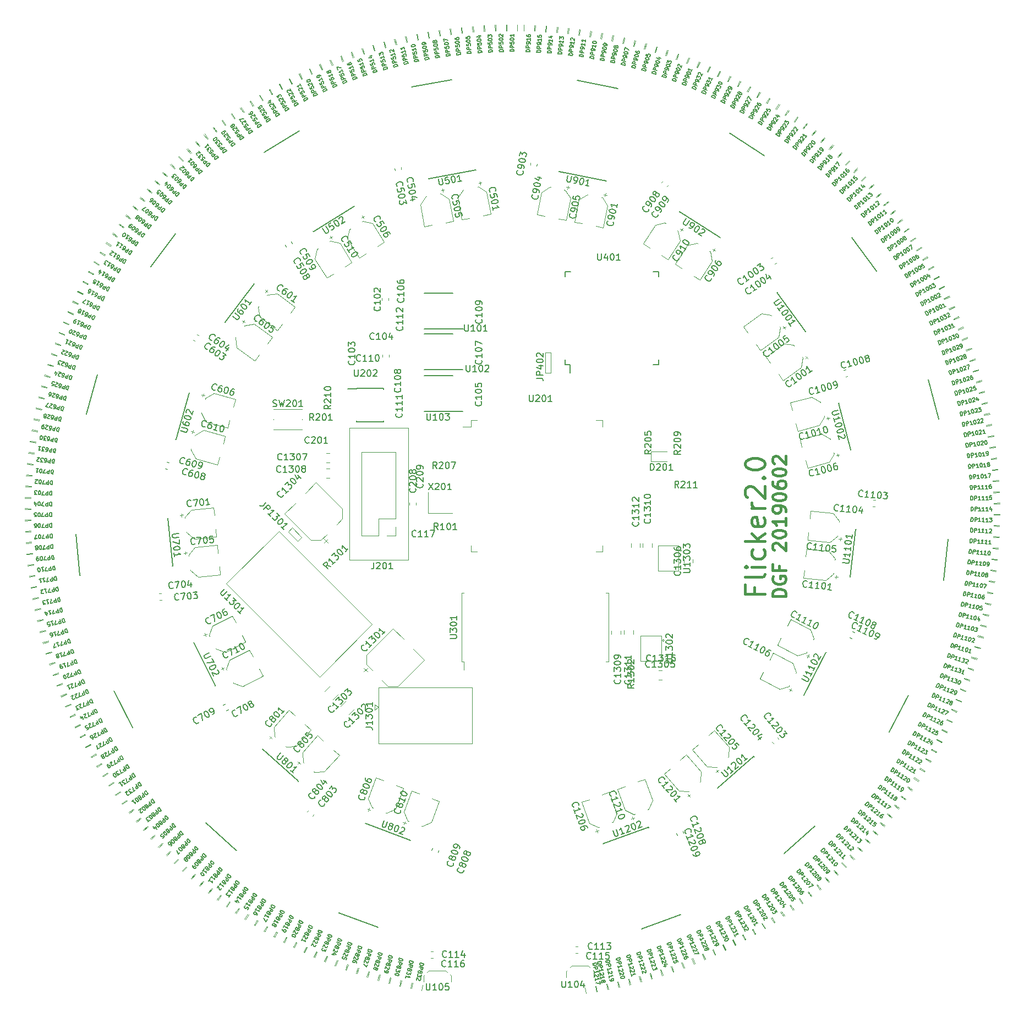
<source format=gbr>
G04 #@! TF.GenerationSoftware,KiCad,Pcbnew,(5.1.2)-1*
G04 #@! TF.CreationDate,2019-06-19T21:40:15-04:00*
G04 #@! TF.ProjectId,flicker,666c6963-6b65-4722-9e6b-696361645f70,rev?*
G04 #@! TF.SameCoordinates,Original*
G04 #@! TF.FileFunction,Legend,Top*
G04 #@! TF.FilePolarity,Positive*
%FSLAX46Y46*%
G04 Gerber Fmt 4.6, Leading zero omitted, Abs format (unit mm)*
G04 Created by KiCad (PCBNEW (5.1.2)-1) date 2019-06-19 21:40:15*
%MOMM*%
%LPD*%
G04 APERTURE LIST*
%ADD10C,0.400000*%
%ADD11C,0.120000*%
%ADD12C,0.150000*%
%ADD13C,0.100000*%
G04 APERTURE END LIST*
D10*
X150602201Y-112643844D02*
X148602201Y-112643844D01*
X148602201Y-112167654D01*
X148697440Y-111881940D01*
X148887916Y-111691463D01*
X149078392Y-111596225D01*
X149459344Y-111500987D01*
X149745059Y-111500987D01*
X150126011Y-111596225D01*
X150316487Y-111691463D01*
X150506963Y-111881940D01*
X150602201Y-112167654D01*
X150602201Y-112643844D01*
X148697440Y-109596225D02*
X148602201Y-109786701D01*
X148602201Y-110072416D01*
X148697440Y-110358130D01*
X148887916Y-110548606D01*
X149078392Y-110643844D01*
X149459344Y-110739082D01*
X149745059Y-110739082D01*
X150126011Y-110643844D01*
X150316487Y-110548606D01*
X150506963Y-110358130D01*
X150602201Y-110072416D01*
X150602201Y-109881940D01*
X150506963Y-109596225D01*
X150411725Y-109500987D01*
X149745059Y-109500987D01*
X149745059Y-109881940D01*
X149554582Y-107977178D02*
X149554582Y-108643844D01*
X150602201Y-108643844D02*
X148602201Y-108643844D01*
X148602201Y-107691463D01*
X148792678Y-105500987D02*
X148697440Y-105405749D01*
X148602201Y-105215273D01*
X148602201Y-104739082D01*
X148697440Y-104548606D01*
X148792678Y-104453368D01*
X148983154Y-104358130D01*
X149173630Y-104358130D01*
X149459344Y-104453368D01*
X150602201Y-105596225D01*
X150602201Y-104358130D01*
X148602201Y-103120035D02*
X148602201Y-102929559D01*
X148697440Y-102739082D01*
X148792678Y-102643844D01*
X148983154Y-102548606D01*
X149364106Y-102453368D01*
X149840297Y-102453368D01*
X150221249Y-102548606D01*
X150411725Y-102643844D01*
X150506963Y-102739082D01*
X150602201Y-102929559D01*
X150602201Y-103120035D01*
X150506963Y-103310511D01*
X150411725Y-103405749D01*
X150221249Y-103500987D01*
X149840297Y-103596225D01*
X149364106Y-103596225D01*
X148983154Y-103500987D01*
X148792678Y-103405749D01*
X148697440Y-103310511D01*
X148602201Y-103120035D01*
X150602201Y-100548606D02*
X150602201Y-101691463D01*
X150602201Y-101120035D02*
X148602201Y-101120035D01*
X148887916Y-101310511D01*
X149078392Y-101500987D01*
X149173630Y-101691463D01*
X150602201Y-99596225D02*
X150602201Y-99215273D01*
X150506963Y-99024797D01*
X150411725Y-98929559D01*
X150126011Y-98739082D01*
X149745059Y-98643844D01*
X148983154Y-98643844D01*
X148792678Y-98739082D01*
X148697440Y-98834320D01*
X148602201Y-99024797D01*
X148602201Y-99405749D01*
X148697440Y-99596225D01*
X148792678Y-99691463D01*
X148983154Y-99786701D01*
X149459344Y-99786701D01*
X149649820Y-99691463D01*
X149745059Y-99596225D01*
X149840297Y-99405749D01*
X149840297Y-99024797D01*
X149745059Y-98834320D01*
X149649820Y-98739082D01*
X149459344Y-98643844D01*
X148602201Y-97405749D02*
X148602201Y-97215273D01*
X148697440Y-97024797D01*
X148792678Y-96929559D01*
X148983154Y-96834320D01*
X149364106Y-96739082D01*
X149840297Y-96739082D01*
X150221249Y-96834320D01*
X150411725Y-96929559D01*
X150506963Y-97024797D01*
X150602201Y-97215273D01*
X150602201Y-97405749D01*
X150506963Y-97596225D01*
X150411725Y-97691463D01*
X150221249Y-97786701D01*
X149840297Y-97881940D01*
X149364106Y-97881940D01*
X148983154Y-97786701D01*
X148792678Y-97691463D01*
X148697440Y-97596225D01*
X148602201Y-97405749D01*
X148602201Y-95024797D02*
X148602201Y-95405749D01*
X148697440Y-95596225D01*
X148792678Y-95691463D01*
X149078392Y-95881940D01*
X149459344Y-95977178D01*
X150221249Y-95977178D01*
X150411725Y-95881940D01*
X150506963Y-95786701D01*
X150602201Y-95596225D01*
X150602201Y-95215273D01*
X150506963Y-95024797D01*
X150411725Y-94929559D01*
X150221249Y-94834320D01*
X149745059Y-94834320D01*
X149554582Y-94929559D01*
X149459344Y-95024797D01*
X149364106Y-95215273D01*
X149364106Y-95596225D01*
X149459344Y-95786701D01*
X149554582Y-95881940D01*
X149745059Y-95977178D01*
X148602201Y-93596225D02*
X148602201Y-93405749D01*
X148697440Y-93215273D01*
X148792678Y-93120035D01*
X148983154Y-93024797D01*
X149364106Y-92929559D01*
X149840297Y-92929559D01*
X150221249Y-93024797D01*
X150411725Y-93120035D01*
X150506963Y-93215273D01*
X150602201Y-93405749D01*
X150602201Y-93596225D01*
X150506963Y-93786701D01*
X150411725Y-93881940D01*
X150221249Y-93977178D01*
X149840297Y-94072416D01*
X149364106Y-94072416D01*
X148983154Y-93977178D01*
X148792678Y-93881940D01*
X148697440Y-93786701D01*
X148602201Y-93596225D01*
X148792678Y-92167654D02*
X148697440Y-92072416D01*
X148602201Y-91881940D01*
X148602201Y-91405749D01*
X148697440Y-91215273D01*
X148792678Y-91120035D01*
X148983154Y-91024797D01*
X149173630Y-91024797D01*
X149459344Y-91120035D01*
X150602201Y-92262892D01*
X150602201Y-91024797D01*
X145802694Y-111239082D02*
X145802694Y-112239082D01*
X147374122Y-112239082D02*
X144374122Y-112239082D01*
X144374122Y-110810511D01*
X147374122Y-109239082D02*
X147231265Y-109524797D01*
X146945551Y-109667654D01*
X144374122Y-109667654D01*
X147374122Y-108096225D02*
X145374122Y-108096225D01*
X144374122Y-108096225D02*
X144516980Y-108239082D01*
X144659837Y-108096225D01*
X144516980Y-107953368D01*
X144374122Y-108096225D01*
X144659837Y-108096225D01*
X147231265Y-105381940D02*
X147374122Y-105667654D01*
X147374122Y-106239082D01*
X147231265Y-106524797D01*
X147088408Y-106667654D01*
X146802694Y-106810511D01*
X145945551Y-106810511D01*
X145659837Y-106667654D01*
X145516980Y-106524797D01*
X145374122Y-106239082D01*
X145374122Y-105667654D01*
X145516980Y-105381940D01*
X147374122Y-104096225D02*
X144374122Y-104096225D01*
X146231265Y-103810511D02*
X147374122Y-102953368D01*
X145374122Y-102953368D02*
X146516980Y-104096225D01*
X147231265Y-100524797D02*
X147374122Y-100810511D01*
X147374122Y-101381940D01*
X147231265Y-101667654D01*
X146945551Y-101810511D01*
X145802694Y-101810511D01*
X145516980Y-101667654D01*
X145374122Y-101381940D01*
X145374122Y-100810511D01*
X145516980Y-100524797D01*
X145802694Y-100381940D01*
X146088408Y-100381940D01*
X146374122Y-101810511D01*
X147374122Y-99096225D02*
X145374122Y-99096225D01*
X145945551Y-99096225D02*
X145659837Y-98953368D01*
X145516980Y-98810511D01*
X145374122Y-98524797D01*
X145374122Y-98239082D01*
X144659837Y-97381940D02*
X144516980Y-97239082D01*
X144374122Y-96953368D01*
X144374122Y-96239082D01*
X144516980Y-95953368D01*
X144659837Y-95810511D01*
X144945551Y-95667654D01*
X145231265Y-95667654D01*
X145659837Y-95810511D01*
X147374122Y-97524797D01*
X147374122Y-95667654D01*
X147088408Y-94381940D02*
X147231265Y-94239082D01*
X147374122Y-94381940D01*
X147231265Y-94524797D01*
X147088408Y-94381940D01*
X147374122Y-94381940D01*
X144374122Y-92381940D02*
X144374122Y-92096225D01*
X144516980Y-91810511D01*
X144659837Y-91667654D01*
X144945551Y-91524797D01*
X145516980Y-91381940D01*
X146231265Y-91381940D01*
X146802694Y-91524797D01*
X147088408Y-91667654D01*
X147231265Y-91810511D01*
X147374122Y-92096225D01*
X147374122Y-92381940D01*
X147231265Y-92667654D01*
X147088408Y-92810511D01*
X146802694Y-92953368D01*
X146231265Y-93096225D01*
X145516980Y-93096225D01*
X144945551Y-92953368D01*
X144659837Y-92810511D01*
X144516980Y-92667654D01*
X144374122Y-92381940D01*
D11*
X86973200Y-116957950D02*
X72604790Y-102589540D01*
X78890970Y-125040180D02*
X86973200Y-116957950D01*
X64522560Y-110671770D02*
X78890970Y-125040180D01*
X72604790Y-102589540D02*
X64522560Y-110671770D01*
X120930740Y-170166880D02*
X121080740Y-170316880D01*
X120230740Y-169516880D02*
X120480740Y-169766880D01*
X116980740Y-170166880D02*
X116830740Y-170316880D01*
X117630740Y-169516880D02*
X117380740Y-169766880D01*
X120230740Y-169516880D02*
X117630740Y-169516880D01*
X121080740Y-170316880D02*
X121080740Y-171266880D01*
X116830740Y-171266880D02*
X116830740Y-170316880D01*
X98987680Y-170883160D02*
X99137680Y-171033160D01*
X98287680Y-170233160D02*
X98537680Y-170483160D01*
X95037680Y-170883160D02*
X94887680Y-171033160D01*
X95687680Y-170233160D02*
X95437680Y-170483160D01*
X98287680Y-170233160D02*
X95687680Y-170233160D01*
X99137680Y-171033160D02*
X99137680Y-171983160D01*
X94887680Y-171983160D02*
X94887680Y-171033160D01*
X88473820Y-66681533D02*
X88473820Y-67024067D01*
X89493820Y-66681533D02*
X89493820Y-67024067D01*
X75494748Y-104140618D02*
X74030966Y-102676836D01*
X74032762Y-102675040D02*
X74657788Y-102050014D01*
X74659584Y-102048218D02*
X76126958Y-103515592D01*
X76126958Y-103515592D02*
X75498340Y-104144210D01*
D12*
X84599960Y-80657460D02*
X83199960Y-80657460D01*
X84599960Y-85757460D02*
X88749960Y-85757460D01*
X84599960Y-80607460D02*
X88749960Y-80607460D01*
X84599960Y-85757460D02*
X84599960Y-85612460D01*
X88749960Y-85757460D02*
X88749960Y-85612460D01*
X88749960Y-80607460D02*
X88749960Y-80752460D01*
X84599960Y-80607460D02*
X84599960Y-80657460D01*
D11*
X101108020Y-123914600D02*
X101108020Y-122714600D01*
X101108020Y-122714600D02*
X100708020Y-122714600D01*
X100708020Y-122714600D02*
X100708020Y-112114600D01*
X123308020Y-122714600D02*
X123308020Y-112114600D01*
X100708020Y-112114600D02*
X101108020Y-112114600D01*
X122908020Y-112114600D02*
X123308020Y-112114600D01*
X122908020Y-122714600D02*
X123308020Y-122714600D01*
X114454940Y-78267560D02*
X113565940Y-78267560D01*
X114454940Y-75057000D02*
X114454940Y-78267560D01*
X113565940Y-75057000D02*
X114454940Y-75057000D01*
X113565940Y-78262480D02*
X113565940Y-75057000D01*
X92723240Y-98233413D02*
X92723240Y-98575947D01*
X93743240Y-98233413D02*
X93743240Y-98575947D01*
X95534400Y-99784100D02*
X99334400Y-99784100D01*
X95534400Y-96634100D02*
X95534400Y-99784100D01*
D12*
X47195860Y-127137893D02*
X50066349Y-132802060D01*
X59487737Y-119703446D02*
X62844176Y-126326508D01*
X47195860Y-127137893D02*
X47202550Y-127134503D01*
X50066349Y-132802060D02*
X50073039Y-132798670D01*
X62777276Y-126360411D02*
X62770586Y-126363801D01*
D11*
X134620333Y-105562400D02*
G75*
G03X134620333Y-105562400I-155273J0D01*
G01*
X130929380Y-104856600D02*
X134127040Y-104856600D01*
X130927040Y-108706920D02*
X130927040Y-104861360D01*
X134119620Y-108706600D02*
X130934460Y-108706600D01*
X134127040Y-104856600D02*
X134127040Y-108706920D01*
X131938094Y-119428259D02*
G75*
G03X131938094Y-119428259I-155273J0D01*
G01*
X128247141Y-118722459D02*
X131444801Y-118722459D01*
X128244801Y-122572779D02*
X128244801Y-118727219D01*
X131437381Y-122572459D02*
X128252221Y-122572459D01*
X131444801Y-118722459D02*
X131444801Y-122572779D01*
D12*
X128437089Y-163802803D02*
X134405616Y-161635044D01*
X122536409Y-150705352D02*
X129515356Y-148170610D01*
X128437089Y-163802803D02*
X128434528Y-163795754D01*
X134405616Y-161635044D02*
X134403056Y-161627995D01*
X129540959Y-148241105D02*
X129543520Y-148248154D01*
X150341912Y-152215624D02*
X155118948Y-148032034D01*
X140095417Y-142147328D02*
X145681164Y-137255492D01*
X150341912Y-152215624D02*
X150336970Y-152209982D01*
X155118948Y-148032034D02*
X155114007Y-148026392D01*
X145730576Y-137311914D02*
X145735518Y-137317556D01*
X166557745Y-133477140D02*
X169493688Y-127846622D01*
X153358798Y-127807128D02*
X156791771Y-121223411D01*
X166557745Y-133477140D02*
X166551095Y-133473672D01*
X169493688Y-127846622D02*
X169487038Y-127843154D01*
X156858273Y-121258088D02*
X156864923Y-121261556D01*
X174879490Y-110135491D02*
X175575098Y-103823706D01*
X160522939Y-109634795D02*
X161336307Y-102254480D01*
X174879490Y-110135491D02*
X174872035Y-110134669D01*
X175575098Y-103823706D02*
X175567643Y-103822884D01*
X161410856Y-102262695D02*
X161418311Y-102263517D01*
X174175520Y-85364774D02*
X172536201Y-79230026D01*
X160613630Y-90101482D02*
X158696789Y-82928174D01*
X174175520Y-85364774D02*
X174168274Y-85366710D01*
X172536201Y-79230026D02*
X172528955Y-79231962D01*
X158769246Y-82908812D02*
X158776492Y-82906876D01*
X164541564Y-62533415D02*
X160790240Y-57409933D01*
X153618539Y-71863409D02*
X149232149Y-65872566D01*
X164541564Y-62533415D02*
X164535513Y-62537846D01*
X160790240Y-57409933D02*
X160784188Y-57414364D01*
X149292662Y-65828259D02*
X149298713Y-65823828D01*
X147287688Y-44746122D02*
X141934480Y-41330619D01*
X140488888Y-57400669D02*
X134229428Y-53406951D01*
X147287688Y-44746122D02*
X147283654Y-44752445D01*
X141934480Y-41330619D02*
X141930445Y-41336942D01*
X134269768Y-53343724D02*
X134273802Y-53337401D01*
X124760149Y-34421686D02*
X118533008Y-33178617D01*
X123010103Y-48679967D02*
X115728761Y-47226457D01*
X124760149Y-34421686D02*
X124758681Y-34429041D01*
X118533008Y-33178617D02*
X118531540Y-33185971D01*
X115743443Y-47152908D02*
X115744911Y-47145553D01*
X81889974Y-161330711D02*
X87832977Y-163567499D01*
X85929857Y-147545190D02*
X92878959Y-150160646D01*
X81889974Y-161330711D02*
X81892616Y-161323692D01*
X87832977Y-163567499D02*
X87835619Y-163560479D01*
X92852540Y-150230839D02*
X92849898Y-150237858D01*
X61335689Y-147488550D02*
X66063918Y-151727224D01*
X70097289Y-136104543D02*
X75625966Y-141060788D01*
X61335689Y-147488550D02*
X61340696Y-147482966D01*
X66063918Y-151727224D02*
X66068924Y-151721640D01*
X75575903Y-141116634D02*
X75570896Y-141122218D01*
X41393280Y-103046109D02*
X42015689Y-109365532D01*
X55543933Y-100572190D02*
X56271710Y-107961436D01*
X41393280Y-103046109D02*
X41400744Y-103045373D01*
X42015689Y-109365532D02*
X42023153Y-109364797D01*
X56197072Y-107968787D02*
X56189608Y-107969523D01*
X44717009Y-78489300D02*
X43006700Y-84604636D01*
X58802171Y-81312323D02*
X56802321Y-88462933D01*
X44717009Y-78489300D02*
X44724232Y-78491320D01*
X43006700Y-84604636D02*
X43013923Y-84606656D01*
X56730093Y-88442732D02*
X56722870Y-88440712D01*
X56715073Y-56806807D02*
X52904621Y-61886468D01*
X68819384Y-64542885D02*
X64363855Y-70482488D01*
X56715073Y-56806807D02*
X56721073Y-56811308D01*
X52904621Y-61886468D02*
X52910620Y-61890968D01*
X64303859Y-70437483D02*
X64297859Y-70432982D01*
X75755921Y-40947108D02*
X70363488Y-44300339D01*
X84233386Y-52544256D02*
X77928060Y-56465160D01*
X75755921Y-40947108D02*
X75759882Y-40953477D01*
X70363488Y-44300339D02*
X70367448Y-44306708D01*
X77888455Y-56401470D02*
X77884494Y-56395101D01*
X99250302Y-33066871D02*
X93009172Y-34237685D01*
X102948117Y-46948060D02*
X95650419Y-48317083D01*
X99250302Y-33066871D02*
X99251684Y-33074242D01*
X93009172Y-34237685D02*
X93010555Y-34245057D01*
X95636590Y-48243369D02*
X95635208Y-48235998D01*
X117372860Y-76994520D02*
X117372860Y-78269520D01*
X116672860Y-62644520D02*
X116672860Y-63444520D01*
X131022860Y-62644520D02*
X131022860Y-63444520D01*
X131022860Y-76994520D02*
X131022860Y-76194520D01*
X116672860Y-76994520D02*
X116672860Y-76194520D01*
X131022860Y-76994520D02*
X130222860Y-76994520D01*
X131022860Y-62644520D02*
X130222860Y-62644520D01*
X116672860Y-62644520D02*
X117472860Y-62644520D01*
X116672860Y-76994520D02*
X117372860Y-76994520D01*
D11*
X121430540Y-105761320D02*
X122380540Y-105761320D01*
X122380540Y-105761320D02*
X122380540Y-104811320D01*
X103110540Y-105761320D02*
X102160540Y-105761320D01*
X102160540Y-105761320D02*
X102160540Y-104811320D01*
X121430540Y-85541320D02*
X122380540Y-85541320D01*
X122380540Y-85541320D02*
X122380540Y-86491320D01*
X103110540Y-85541320D02*
X102160540Y-85541320D01*
X102160540Y-85541320D02*
X102160540Y-86491320D01*
X102160540Y-86491320D02*
X100870540Y-86491320D01*
D12*
X100937620Y-84153660D02*
X94962620Y-84153660D01*
X99362620Y-78628660D02*
X94962620Y-78628660D01*
X100937620Y-77757940D02*
X94962620Y-77757940D01*
X99362620Y-72232940D02*
X94962620Y-72232940D01*
X100968100Y-71468900D02*
X94993100Y-71468900D01*
X99393100Y-65943900D02*
X94993100Y-65943900D01*
D11*
X71782580Y-85454960D02*
X71782580Y-85354960D01*
X76182580Y-83854960D02*
X71782580Y-83854960D01*
X71782580Y-86954960D02*
X76182580Y-86954960D01*
X76182580Y-85454960D02*
X76182580Y-85354960D01*
X87350600Y-130101340D02*
X87894160Y-129707640D01*
X87350600Y-129258060D02*
X87350600Y-130101340D01*
X87950040Y-129725420D02*
X87350600Y-129275840D01*
X87958800Y-126688120D02*
X102348800Y-126688120D01*
X87958800Y-135328120D02*
X87958800Y-126688120D01*
X102348800Y-135328120D02*
X87958800Y-135328120D01*
X102348800Y-126688120D02*
X102348800Y-135328120D01*
X92482580Y-86712900D02*
X92482580Y-107012900D01*
X83422580Y-86712900D02*
X92482580Y-86712900D01*
X83422580Y-107012900D02*
X83422580Y-86712900D01*
X92482580Y-107012900D02*
X83422580Y-107012900D01*
X90550040Y-90452900D02*
X85350040Y-90452900D01*
X90550040Y-100672900D02*
X90550040Y-90452900D01*
X85350040Y-103272900D02*
X85350040Y-90452900D01*
X90550040Y-100672900D02*
X87950040Y-100672900D01*
X87950040Y-100672900D02*
X87950040Y-103272900D01*
X87950040Y-103272900D02*
X85350040Y-103272900D01*
X90550040Y-101942900D02*
X90550040Y-103272900D01*
X90550040Y-103272900D02*
X89220040Y-103272900D01*
D13*
X145859718Y-164667631D02*
X145419852Y-163882444D01*
X144463832Y-165449615D02*
X144023965Y-164664429D01*
X144342153Y-165515939D02*
X143920605Y-164720768D01*
X142928517Y-166265359D02*
X142506968Y-165470188D01*
X142805334Y-166328844D02*
X142402328Y-165524116D01*
X141374706Y-167045298D02*
X140971701Y-166240570D01*
X141250085Y-167105912D02*
X140865841Y-166292060D01*
X139803237Y-167789014D02*
X139418992Y-166975161D01*
X139677244Y-167846722D02*
X139311966Y-167024182D01*
X138214950Y-168496106D02*
X137849672Y-167673566D01*
X138087654Y-168550879D02*
X137741539Y-167720094D01*
X136610702Y-169166195D02*
X136264587Y-168335409D01*
X136482170Y-169218002D02*
X136155404Y-168379418D01*
X134991354Y-169798920D02*
X134664588Y-168960335D01*
X134861655Y-169847734D02*
X134554414Y-169001801D01*
X133357775Y-170393942D02*
X133050533Y-169548009D01*
X133226980Y-170439737D02*
X132939429Y-169586910D01*
X131710844Y-170950941D02*
X131423292Y-170098114D01*
X131579022Y-170993693D02*
X131311314Y-170134430D01*
X130051444Y-171469617D02*
X129783736Y-170610355D01*
X129918667Y-171509302D02*
X129670948Y-170644065D01*
X128380469Y-171949692D02*
X128132749Y-171084455D01*
X128246809Y-171986289D02*
X128019210Y-171115543D01*
X126698815Y-172390909D02*
X126471217Y-171520163D01*
X126564343Y-172424398D02*
X126356988Y-171548611D01*
X125007387Y-172793030D02*
X124800032Y-171917242D01*
X124872174Y-172823392D02*
X124685173Y-171943034D01*
X123307092Y-173155838D02*
X123120092Y-172275479D01*
X123171212Y-173183059D02*
X123004667Y-172298603D01*
X121598846Y-173479139D02*
X121432301Y-172594683D01*
X121462370Y-173503203D02*
X121316370Y-172615124D01*
X119883564Y-173762759D02*
X119737563Y-172874680D01*
X166893386Y-146707026D02*
X166198846Y-146134650D01*
X165875830Y-147941764D02*
X165181289Y-147369388D01*
X165786462Y-148047678D02*
X165105375Y-147459358D01*
X164740560Y-149258500D02*
X164059473Y-148670180D01*
X164648763Y-149362316D02*
X163981495Y-148758368D01*
X163575077Y-150548570D02*
X162907809Y-149944622D01*
X163480897Y-150650229D02*
X162827807Y-150030977D01*
X162380005Y-151811279D02*
X161726914Y-151192027D01*
X162283495Y-151910729D02*
X161644933Y-151276505D01*
X161155987Y-153045949D02*
X160517425Y-152411726D01*
X161057197Y-153143136D02*
X160433507Y-152494282D01*
X159903681Y-154251918D02*
X159279990Y-153603065D01*
X159802665Y-154346788D02*
X159194182Y-153683653D01*
X158623759Y-155428536D02*
X158015275Y-154765401D01*
X158520572Y-155521040D02*
X157927623Y-154843979D01*
X157316910Y-156575172D02*
X156723960Y-155898112D01*
X157211606Y-156665259D02*
X156634509Y-155974638D01*
X155983834Y-157691211D02*
X155406736Y-157000589D01*
X155876471Y-157778832D02*
X155315536Y-157075020D01*
X154625249Y-158776050D02*
X154064314Y-158072238D01*
X154515884Y-158861160D02*
X153971412Y-158144536D01*
X153241884Y-159829110D02*
X152697413Y-159112485D01*
X153130575Y-159911662D02*
X152602860Y-159182610D01*
X151834483Y-160849822D02*
X151306768Y-160120770D01*
X151721291Y-160929772D02*
X151210616Y-160188685D01*
X150403803Y-161837640D02*
X149893127Y-161096552D01*
X150288788Y-161914945D02*
X149795426Y-161162220D01*
X148950610Y-162792031D02*
X148457249Y-162039307D01*
X148833835Y-162866650D02*
X148358053Y-162102692D01*
X147475687Y-163712484D02*
X146999905Y-162948527D01*
X147357214Y-163784376D02*
X146899266Y-163009596D01*
X145979826Y-164598504D02*
X145521879Y-163823724D01*
X179987323Y-122344200D02*
X179132556Y-122062469D01*
X179486469Y-123863786D02*
X178631701Y-123582056D01*
X179441566Y-123994890D02*
X178593558Y-123693423D01*
X178905624Y-125502460D02*
X178057616Y-125200993D01*
X178857695Y-125632488D02*
X178016902Y-125311446D01*
X178286955Y-127127230D02*
X177446162Y-126806189D01*
X178236024Y-127256112D02*
X177402898Y-126915669D01*
X177630792Y-128737224D02*
X176797666Y-128396781D01*
X177576888Y-128864891D02*
X176751877Y-128505229D01*
X176937490Y-130331577D02*
X176112478Y-129971915D01*
X176880641Y-130457961D02*
X176064188Y-130079273D01*
X176207419Y-131909433D02*
X175390966Y-131530746D01*
X176147657Y-132034465D02*
X175340200Y-131636955D01*
X175440973Y-133469943D02*
X174633517Y-133072434D01*
X175378329Y-133593556D02*
X174580302Y-133177438D01*
X174638563Y-135012270D02*
X173840537Y-134596152D01*
X174573071Y-135134397D02*
X173784904Y-134699894D01*
X173800621Y-136535583D02*
X173012454Y-136101080D01*
X173732315Y-136656159D02*
X172954431Y-136203505D01*
X172927597Y-138039065D02*
X172149712Y-137586410D01*
X172856514Y-138158026D02*
X172089330Y-137687463D01*
X172019958Y-139521908D02*
X171252774Y-139051346D01*
X171946139Y-139639190D02*
X171190068Y-139150972D01*
X171078195Y-140983316D02*
X170322125Y-140495098D01*
X171001676Y-141098855D02*
X170257124Y-140593244D01*
X170102812Y-142422503D02*
X169358260Y-141916892D01*
X170023635Y-142536237D02*
X169291002Y-142013504D01*
X169094333Y-143838695D02*
X168361700Y-143315963D01*
X169012542Y-143950565D02*
X168292222Y-143410991D01*
X168053300Y-145231133D02*
X167332980Y-144691560D01*
X167968938Y-145341076D02*
X167261318Y-144784952D01*
X166980274Y-146599068D02*
X166272654Y-146042944D01*
X183360961Y-94892112D02*
X182462201Y-94939337D01*
X183444917Y-96489908D02*
X182546157Y-96537133D01*
X183450583Y-96628373D02*
X182550970Y-96654753D01*
X183497483Y-98227685D02*
X182597869Y-98254066D01*
X183499939Y-98366243D02*
X182599956Y-98371765D01*
X183509757Y-99966213D02*
X182609774Y-99971735D01*
X183509001Y-100104791D02*
X182609131Y-100089452D01*
X183481731Y-101704559D02*
X182581862Y-101689220D01*
X183477764Y-101843082D02*
X182578492Y-101806890D01*
X183413422Y-103441788D02*
X182514150Y-103405596D01*
X183406245Y-103580182D02*
X182508053Y-103523156D01*
X183304865Y-105176966D02*
X182406674Y-105119941D01*
X183294482Y-105315158D02*
X182397854Y-105237329D01*
X183156120Y-106909164D02*
X182259491Y-106831335D01*
X183142537Y-107047076D02*
X182247953Y-106948486D01*
X182967265Y-108637448D02*
X182072682Y-108538857D01*
X182950489Y-108775008D02*
X182058431Y-108655710D01*
X182738403Y-110360890D02*
X181846345Y-110241591D01*
X182718443Y-110498025D02*
X181829390Y-110358083D01*
X182469657Y-112078565D02*
X181580603Y-111938622D01*
X182446523Y-112215200D02*
X181560952Y-112054688D01*
X182161169Y-113789548D02*
X181275598Y-113629037D01*
X182134876Y-113925611D02*
X181253263Y-113744617D01*
X181813108Y-115492923D02*
X180931496Y-115311929D01*
X181783668Y-115628340D02*
X180906487Y-115426960D01*
X181425660Y-117187772D02*
X180548479Y-116986393D01*
X181393088Y-117322470D02*
X180520811Y-117100813D01*
X180999032Y-118873186D02*
X180126754Y-118651529D01*
X180963347Y-119007093D02*
X180096441Y-118765278D01*
X180533453Y-120548259D02*
X179666548Y-120306444D01*
X180494675Y-120681302D02*
X179633607Y-120419459D01*
X180029175Y-122212090D02*
X179168107Y-121950246D01*
X176555537Y-68083817D02*
X175735002Y-68453576D01*
X177212887Y-69542547D02*
X176392351Y-69912306D01*
X177268353Y-69669542D02*
X176439468Y-70020183D01*
X177891715Y-71143116D02*
X177062830Y-71493757D01*
X177944223Y-71271363D02*
X177107433Y-71602698D01*
X178533263Y-72758989D02*
X177696473Y-73090324D01*
X178582784Y-72888419D02*
X177738540Y-73200270D01*
X179137186Y-74389299D02*
X178292941Y-74701149D01*
X179183694Y-74519842D02*
X178332448Y-74812041D01*
X179703158Y-76033168D02*
X178851912Y-76325367D01*
X179746629Y-76164753D02*
X178888839Y-76437143D01*
X180230879Y-77689713D02*
X179373089Y-77962103D01*
X180271286Y-77822271D02*
X179407413Y-78074706D01*
X180720060Y-79358045D02*
X179856187Y-79610480D01*
X180757386Y-79491504D02*
X179887894Y-79723849D01*
X181170442Y-81037268D02*
X180300951Y-81269612D01*
X181204664Y-81171556D02*
X180330020Y-81383685D01*
X181581782Y-82726478D02*
X180707138Y-82938607D01*
X181612882Y-82861523D02*
X180733556Y-83053323D01*
X181953858Y-84424769D02*
X181074533Y-84616568D01*
X181981820Y-84560498D02*
X181098285Y-84731865D01*
X182286472Y-86131226D02*
X181402937Y-86302593D01*
X182311280Y-86267567D02*
X181424011Y-86418409D01*
X182579444Y-87844935D02*
X181692175Y-87995777D01*
X182601085Y-87981815D02*
X181710558Y-88112052D01*
X182832617Y-89564975D02*
X181942090Y-89695211D01*
X182851079Y-89702319D02*
X181957772Y-89811879D01*
X183045853Y-91290419D02*
X182152547Y-91399980D01*
X183061129Y-91428155D02*
X182165523Y-91516981D01*
X183219041Y-93020343D02*
X182323436Y-93109169D01*
X183231120Y-93158396D02*
X182333696Y-93226439D01*
X183352086Y-94753816D02*
X182454662Y-94821860D01*
X160496483Y-45564818D02*
X159865752Y-46206830D01*
X161637837Y-46686118D02*
X161007106Y-47328129D01*
X161735560Y-46784376D02*
X161090118Y-47411596D01*
X162850618Y-47931828D02*
X162205176Y-48559048D01*
X162946037Y-48032325D02*
X162286231Y-48644416D01*
X164034199Y-49205313D02*
X163374393Y-49817405D01*
X164127264Y-49307994D02*
X163453448Y-49904628D01*
X165187946Y-50505890D02*
X164514130Y-51102523D01*
X165278606Y-50610701D02*
X164591142Y-51191557D01*
X166311238Y-51832859D02*
X165623774Y-52413715D01*
X166399444Y-51939743D02*
X165698702Y-52504508D01*
X167403472Y-53185507D02*
X166702729Y-53750273D01*
X167489177Y-53294407D02*
X166775533Y-53842778D01*
X168464061Y-54563107D02*
X167750416Y-55111479D01*
X168547218Y-54673964D02*
X167821055Y-55205648D01*
X169492434Y-55964920D02*
X168766271Y-56496604D01*
X169573000Y-56077674D02*
X168834709Y-56592384D01*
X170488040Y-57390192D02*
X169749749Y-57904902D01*
X170565971Y-57504783D02*
X169815948Y-58002242D01*
X171450343Y-58838157D02*
X170700320Y-59335616D01*
X171525597Y-58954524D02*
X170764246Y-59434466D01*
X172378827Y-60308038D02*
X171617475Y-60787979D01*
X172451364Y-60426118D02*
X171679093Y-60888284D01*
X173272992Y-61799044D02*
X172500721Y-62261210D01*
X173342772Y-61918773D02*
X172559996Y-62362916D01*
X174132358Y-63310375D02*
X173349582Y-63754517D01*
X174199345Y-63431689D02*
X173406486Y-63857568D01*
X174956465Y-64841217D02*
X174163605Y-65267097D01*
X175020621Y-64964052D02*
X174218103Y-65371440D01*
X175744867Y-66390750D02*
X174942349Y-66798138D01*
X175806159Y-66515039D02*
X174994415Y-66903717D01*
X176497143Y-67958141D02*
X175685398Y-68346819D01*
X137367576Y-30397348D02*
X137012419Y-31224309D01*
X138837728Y-31028738D02*
X138482571Y-31855698D01*
X138964420Y-31084895D02*
X138590191Y-31903402D01*
X140419542Y-31750191D02*
X140045314Y-32568697D01*
X140544898Y-31809271D02*
X140151799Y-32618884D01*
X141984210Y-32508115D02*
X141591110Y-33317728D01*
X142108163Y-32570084D02*
X141696403Y-33370368D01*
X143530889Y-33302100D02*
X143119130Y-34102384D01*
X143653372Y-33366926D02*
X143223174Y-34157451D01*
X145058750Y-34131722D02*
X144628552Y-34922247D01*
X145179698Y-34199369D02*
X144731293Y-34979710D01*
X146566972Y-34996533D02*
X146118567Y-35776875D01*
X146686319Y-35066966D02*
X146219947Y-35836705D01*
X148054743Y-35896070D02*
X147588372Y-36665809D01*
X148172426Y-35969249D02*
X147688339Y-36727972D01*
X149521266Y-36829849D02*
X149037179Y-37588571D01*
X149637221Y-36905736D02*
X149135678Y-37653035D01*
X150965751Y-37797368D02*
X150464209Y-38544666D01*
X151079915Y-37875923D02*
X150561186Y-38611395D01*
X152387423Y-38798107D02*
X151868694Y-39533580D01*
X152499736Y-38879288D02*
X151964100Y-39602540D01*
X153785518Y-39831530D02*
X153249881Y-40554782D01*
X153895920Y-39915292D02*
X153343663Y-40625934D01*
X155159284Y-40897080D02*
X154607028Y-41607723D01*
X155267714Y-40983377D02*
X154699135Y-41681029D01*
X156507984Y-41994185D02*
X155939405Y-42691836D01*
X156614385Y-42082973D02*
X156029789Y-42767258D01*
X157830893Y-43122255D02*
X157246296Y-43806541D01*
X157935208Y-43213486D02*
X157334908Y-43884038D01*
X159127300Y-44280686D02*
X158527000Y-44951238D01*
X159229472Y-44374309D02*
X158613791Y-45030767D01*
X160396508Y-45468853D02*
X159780828Y-46125311D01*
X110313985Y-24643940D02*
X110282698Y-25543396D01*
X111913017Y-24699562D02*
X111881731Y-25599018D01*
X112051449Y-24705985D02*
X111999323Y-25604474D01*
X113648763Y-24798653D02*
X113596637Y-25697143D01*
X113787008Y-24808282D02*
X113714071Y-25705321D01*
X115381746Y-24937948D02*
X115308808Y-25834988D01*
X115519730Y-24950780D02*
X115426021Y-25845888D01*
X117111034Y-25117374D02*
X117017324Y-26012482D01*
X117248684Y-25133399D02*
X117134253Y-26026095D01*
X118835698Y-25336833D02*
X118721267Y-26229528D01*
X118972941Y-25356045D02*
X118837849Y-26245848D01*
X120554813Y-25596207D02*
X120419722Y-26486011D01*
X120691573Y-25618595D02*
X120535894Y-26505028D01*
X122267455Y-25895357D02*
X122111776Y-26781791D01*
X122403658Y-25920909D02*
X122227475Y-26803496D01*
X123972702Y-26234123D02*
X123796519Y-27116710D01*
X124108277Y-26262825D02*
X123911685Y-27141091D01*
X125669639Y-26612323D02*
X125473047Y-27490589D01*
X125804513Y-26644158D02*
X125587617Y-27517632D01*
X127357355Y-27029752D02*
X127140459Y-27903225D01*
X127491454Y-27064705D02*
X127254371Y-27932917D01*
X129034942Y-27486187D02*
X128797858Y-28354398D01*
X129168195Y-27524239D02*
X128911052Y-28386723D01*
X130701499Y-27981383D02*
X130444356Y-28843866D01*
X130833835Y-28022513D02*
X130556770Y-28878805D01*
X132356131Y-28515073D02*
X132079066Y-29371364D01*
X132487477Y-28559260D02*
X132190639Y-29408899D01*
X133997947Y-29086970D02*
X133701110Y-29936610D01*
X134128235Y-29134190D02*
X133811785Y-29976722D01*
X135626069Y-29696770D02*
X135309618Y-30539301D01*
X135755226Y-29746996D02*
X135419332Y-30581966D01*
X137239618Y-30344140D02*
X136903724Y-31179111D01*
X94558614Y-173322438D02*
X94735398Y-172439971D01*
X92989784Y-173008154D02*
X93166569Y-172125687D01*
X92854228Y-172979360D02*
X93051419Y-172101228D01*
X91293104Y-172628798D02*
X91490295Y-171750666D01*
X91158253Y-172596870D02*
X91375745Y-171723544D01*
X89605675Y-172210218D02*
X89823166Y-171336893D01*
X89471599Y-172175174D02*
X89709274Y-171307124D01*
X87928399Y-171752640D02*
X88166074Y-170884590D01*
X87795172Y-171714496D02*
X88052903Y-170852188D01*
X86262180Y-171256308D02*
X86519911Y-170394000D01*
X86129872Y-171215087D02*
X86407520Y-170358984D01*
X84607912Y-170721489D02*
X84885560Y-169865387D01*
X84476596Y-170677213D02*
X84774013Y-169827776D01*
X82966486Y-170148473D02*
X83263902Y-169299036D01*
X82836231Y-170101164D02*
X83153256Y-169258849D01*
X81338781Y-169537564D02*
X81655806Y-168695249D01*
X81209658Y-169487249D02*
X81546121Y-168652508D01*
X79725674Y-168889093D02*
X80062137Y-168054352D01*
X79597751Y-168835799D02*
X79953471Y-168009081D01*
X78128029Y-168203407D02*
X78483750Y-167376689D01*
X78001376Y-168147162D02*
X78376163Y-167328910D01*
X76546708Y-167480874D02*
X76921494Y-166662623D01*
X76421392Y-167421709D02*
X76815044Y-166612365D01*
X74982558Y-166721885D02*
X75376209Y-165912540D01*
X74858648Y-166659831D02*
X75270953Y-165859828D01*
X73436420Y-165926845D02*
X73848725Y-165126842D01*
X73313981Y-165861936D02*
X73744718Y-165071704D01*
X71909125Y-165096182D02*
X72339861Y-164305950D01*
X71788224Y-165028452D02*
X72237161Y-164248416D01*
X70401494Y-164230342D02*
X70850431Y-163450306D01*
X70282194Y-164159829D02*
X70749090Y-163390408D01*
X68914336Y-163329791D02*
X69381231Y-162560371D01*
X68796703Y-163256531D02*
X69281308Y-162498139D01*
X67448451Y-162395013D02*
X67933055Y-161636620D01*
X67332547Y-162319046D02*
X67834599Y-161572089D01*
X66004625Y-161426508D02*
X66506677Y-160679552D01*
X65890514Y-161347876D02*
X66409744Y-160612757D01*
X64583636Y-160424800D02*
X65102866Y-159689681D01*
X64471378Y-160343543D02*
X65007507Y-159620657D01*
X63186246Y-159390425D02*
X63722375Y-158667538D01*
X63075902Y-159306588D02*
X63628642Y-158596322D01*
X61813206Y-158323938D02*
X62365947Y-157613672D01*
X61704834Y-158237567D02*
X62273889Y-157540303D01*
X60465254Y-157225915D02*
X61034308Y-156528651D01*
X60358914Y-157137054D02*
X60943976Y-156453167D01*
X59143114Y-156096942D02*
X59728177Y-155413055D01*
X59038862Y-156005641D02*
X59639619Y-155335499D01*
X57847498Y-154937629D02*
X58448255Y-154267486D01*
X57745390Y-154843935D02*
X58361518Y-154187897D01*
X56579100Y-153748597D02*
X57195228Y-153092558D01*
X56479190Y-153652563D02*
X57110359Y-153010981D01*
X55338602Y-152530485D02*
X55969770Y-151888904D01*
X55240945Y-152432161D02*
X55886815Y-151805382D01*
X54126671Y-151283949D02*
X54772540Y-150657169D01*
X54031319Y-151183387D02*
X54691543Y-150571746D01*
X52943957Y-150009657D02*
X53604180Y-149398015D01*
X52850963Y-149906912D02*
X53525185Y-149310738D01*
X51791097Y-148708294D02*
X52465320Y-148112120D01*
X51700509Y-148603421D02*
X52388369Y-148023034D01*
X50668711Y-147380559D02*
X51356570Y-146800172D01*
X50580577Y-147273615D02*
X51281704Y-146709328D01*
X49577399Y-146027167D02*
X50278526Y-145462879D01*
X49491768Y-145918210D02*
X50205786Y-145370324D01*
X48517750Y-144648844D02*
X49231768Y-144100959D01*
X48434668Y-144537931D02*
X49161193Y-144006743D01*
X47490332Y-143246331D02*
X48216858Y-142715142D01*
X47409843Y-143133522D02*
X48148485Y-142619315D01*
X46495699Y-141820380D02*
X47234341Y-141306174D01*
X46417845Y-141705735D02*
X47168207Y-141208787D01*
X45534383Y-140371759D02*
X46284744Y-139874811D01*
X45459207Y-140255341D02*
X46220886Y-139775918D01*
X44606901Y-138901245D02*
X45368579Y-138421823D01*
X44534445Y-138783117D02*
X45307031Y-138321478D01*
X43713753Y-137409631D02*
X44486339Y-136947992D01*
X43644054Y-137289854D02*
X44427132Y-136846245D01*
X42855416Y-135897714D02*
X43638495Y-135454106D01*
X42788513Y-135776354D02*
X43581663Y-135351015D01*
X42032355Y-134366310D02*
X42825505Y-133940971D01*
X41968281Y-134243431D02*
X42771077Y-133836590D01*
X41245009Y-132816239D02*
X42047804Y-132409398D01*
X41183802Y-132691909D02*
X41995811Y-132303785D01*
X40493802Y-131248337D02*
X41305812Y-130860212D01*
X40435492Y-131122621D02*
X41256280Y-130753421D01*
X39779138Y-129663443D02*
X40599925Y-129294244D01*
X39723759Y-129536410D02*
X40552883Y-129186334D01*
X39101401Y-128062412D02*
X39930526Y-127712336D01*
X39048981Y-127934129D02*
X39885996Y-127603364D01*
X38460955Y-126446101D02*
X39297971Y-126115337D01*
X38411522Y-126316638D02*
X39255979Y-126005362D01*
X37858144Y-124815380D02*
X38702601Y-124504105D01*
X37811724Y-124684806D02*
X38663170Y-124393187D01*
X37293292Y-123171126D02*
X38144737Y-122879507D01*
X37249911Y-123039511D02*
X38107886Y-122767705D01*
X36766701Y-121514221D02*
X37624677Y-121242416D01*
X36726383Y-121381636D02*
X37590428Y-121129790D01*
X36278657Y-119845556D02*
X37142702Y-119593710D01*
X36241423Y-119712071D02*
X37111073Y-119480320D01*
X35829421Y-118166027D02*
X36699071Y-117934275D01*
X35795290Y-118031715D02*
X36670078Y-117820183D01*
X35419232Y-116476537D02*
X36294020Y-116265004D01*
X35388224Y-116341471D02*
X36267680Y-116150271D01*
X35048314Y-114777993D02*
X35927770Y-114586794D01*
X35020444Y-114642244D02*
X35904096Y-114471480D01*
X34716864Y-113071308D02*
X35600515Y-112900544D01*
X34692148Y-112934950D02*
X35579520Y-112784713D01*
X34425060Y-111357400D02*
X35312432Y-111207163D01*
X34403512Y-111220505D02*
X35294128Y-111090876D01*
X34173060Y-109637189D02*
X35063676Y-109507559D01*
X34154691Y-109499831D02*
X35048072Y-109390880D01*
X33960999Y-107911599D02*
X34854380Y-107802647D01*
X33945819Y-107773853D02*
X34841485Y-107685637D01*
X33788991Y-106181557D02*
X34684658Y-106093342D01*
X33777007Y-106043496D02*
X34674478Y-105976064D01*
X33657129Y-104447994D02*
X34554599Y-104380562D01*
X33648348Y-104309692D02*
X34547140Y-104263080D01*
X33565482Y-102711840D02*
X34464274Y-102665228D01*
X33559909Y-102573371D02*
X34459540Y-102547604D01*
X33514101Y-100974027D02*
X34413732Y-100948260D01*
X33511738Y-100835467D02*
X34411725Y-100830558D01*
X33503012Y-99235491D02*
X34402998Y-99230582D01*
X33503862Y-99096913D02*
X34403721Y-99112866D01*
X33532222Y-97497165D02*
X34432081Y-97513117D01*
X33536284Y-97358644D02*
X34435531Y-97395449D01*
X33601716Y-95759982D02*
X34500963Y-95796788D01*
X33608987Y-95621594D02*
X34507139Y-95679232D01*
X33711455Y-94024878D02*
X34609607Y-94082516D01*
X33721932Y-93886695D02*
X34618508Y-93965135D01*
X33861382Y-92292783D02*
X34757957Y-92371223D01*
X33875059Y-92154880D02*
X34769576Y-92254080D01*
X34051415Y-90564628D02*
X34945931Y-90663828D01*
X34068284Y-90427079D02*
X34960261Y-90546986D01*
X34281452Y-88841343D02*
X35173428Y-88961249D01*
X34301505Y-88704221D02*
X35190463Y-88844769D01*
X34551369Y-87123851D02*
X35440327Y-87264400D01*
X34574596Y-86987232D02*
X35460057Y-87148347D01*
X34861022Y-85413078D02*
X35746484Y-85574193D01*
X34887409Y-85277033D02*
X35768898Y-85458628D01*
X35210245Y-83709941D02*
X36091734Y-83891536D01*
X35239778Y-83574545D02*
X36116822Y-83776523D01*
X35598850Y-82015357D02*
X36475893Y-82217335D01*
X35631512Y-81880680D02*
X36503638Y-82102932D01*
X36026626Y-80330234D02*
X36898752Y-80552485D01*
X36062402Y-80196351D02*
X36929143Y-80438757D01*
X36493346Y-78655479D02*
X37360087Y-78897885D01*
X36532216Y-78522462D02*
X37393105Y-78784892D01*
X36998758Y-76991992D02*
X37859648Y-77254422D01*
X37040701Y-76859912D02*
X37895276Y-77142225D01*
X37542591Y-75340666D02*
X38397167Y-75622980D01*
X37587583Y-75209593D02*
X38435386Y-75511638D01*
X38124553Y-73702389D02*
X38972355Y-74004434D01*
X38172571Y-73572395D02*
X39013144Y-73894009D01*
X38744329Y-72078041D02*
X39584903Y-72399656D01*
X38795348Y-71949194D02*
X39628242Y-72290205D01*
X39401590Y-70468494D02*
X40234483Y-70809505D01*
X39455581Y-70340864D02*
X40280346Y-70701088D01*
X40095979Y-68874614D02*
X40920745Y-69234838D01*
X40152913Y-68748270D02*
X40969108Y-69127513D01*
X40827125Y-67297256D02*
X41643320Y-67676500D01*
X40886973Y-67172266D02*
X41694159Y-67570326D01*
X41594635Y-65737270D02*
X42401820Y-66135330D01*
X41657364Y-65613699D02*
X42455106Y-66030361D01*
X42398096Y-64195491D02*
X43195838Y-64612153D01*
X42463672Y-64073408D02*
X43251542Y-64508449D01*
X43237076Y-62672750D02*
X44024947Y-63107790D01*
X43305464Y-62552219D02*
X44083040Y-63005404D01*
X44111126Y-61169863D02*
X44888701Y-61623047D01*
X44182289Y-61050950D02*
X44949152Y-61522035D01*
X45019775Y-59687638D02*
X45786637Y-60158724D01*
X45093675Y-59570407D02*
X45849413Y-60059140D01*
X45962535Y-58226873D02*
X46718273Y-58715606D01*
X46039132Y-58111386D02*
X46783339Y-58617505D01*
X46938898Y-56788352D02*
X47683105Y-57294470D01*
X47018153Y-56674671D02*
X47750429Y-57197903D01*
X47948343Y-55372847D02*
X48680619Y-55896079D01*
X48030210Y-55261034D02*
X48750162Y-55801098D01*
X48990324Y-53981120D02*
X49710276Y-54521184D01*
X49074761Y-53871234D02*
X49782002Y-54427840D01*
X50064283Y-52613916D02*
X50771524Y-53170523D01*
X50151245Y-52506018D02*
X50845395Y-53078867D01*
X51169643Y-51271974D02*
X51863793Y-51844823D01*
X51259082Y-51166120D02*
X51939768Y-51754904D01*
X52305810Y-49956012D02*
X52986496Y-50544796D01*
X52397678Y-49852259D02*
X53064534Y-50456662D01*
X53472172Y-48666737D02*
X54139028Y-49271140D01*
X53566421Y-48565141D02*
X54219089Y-49184838D01*
X54668105Y-47404843D02*
X55320773Y-48024540D01*
X54764682Y-47305459D02*
X55402812Y-47940117D01*
X55892964Y-46171007D02*
X56531093Y-46805665D01*
X55991820Y-46073889D02*
X56615067Y-46723167D01*
X57146092Y-44965893D02*
X57769340Y-45615171D01*
X57247172Y-44871091D02*
X57855203Y-45534641D01*
X58426816Y-43790147D02*
X59034847Y-44453696D01*
X58530066Y-43697714D02*
X59122555Y-44375178D01*
X59734448Y-42644402D02*
X60326936Y-43321866D01*
X59839812Y-42554387D02*
X60416439Y-43245402D01*
X61068284Y-41529273D02*
X61644910Y-42220288D01*
X61175706Y-41441724D02*
X61736162Y-42145919D01*
X62427608Y-40445360D02*
X62988063Y-41149554D01*
X62537031Y-40360324D02*
X63081013Y-41077320D01*
X63811689Y-39393244D02*
X64355672Y-40110239D01*
X63923054Y-39310768D02*
X64450272Y-40040180D01*
X65219786Y-38373492D02*
X65747004Y-39102903D01*
X65333032Y-38293619D02*
X65843202Y-39035054D01*
X66651140Y-37386649D02*
X67161310Y-38128085D01*
X66766207Y-37309423D02*
X67259055Y-38062484D01*
X68104983Y-36433249D02*
X68597831Y-37186310D01*
X68221809Y-36358710D02*
X68697070Y-37122992D01*
X69580533Y-35513802D02*
X70055794Y-36278084D01*
X69699055Y-35441990D02*
X70156474Y-36217083D01*
X71076997Y-34628802D02*
X71534416Y-35403894D01*
X71197152Y-34559757D02*
X71636483Y-35345243D01*
X72593572Y-33778725D02*
X73032903Y-34564211D01*
X72715295Y-33712484D02*
X73136302Y-34507942D01*
X74129443Y-32964028D02*
X74550449Y-33759486D01*
X74252669Y-32900626D02*
X74655126Y-33705628D01*
X75683785Y-32185148D02*
X76086241Y-32990150D01*
X75808447Y-32124619D02*
X76192137Y-32938733D01*
X77255761Y-31442503D02*
X77639451Y-32256618D01*
X77381793Y-31384881D02*
X77746510Y-32207670D01*
X78844529Y-30736495D02*
X79209246Y-31559284D01*
X78971863Y-30681808D02*
X79317411Y-31512829D01*
X80449233Y-30067500D02*
X80794782Y-30898521D01*
X80577801Y-30015779D02*
X80903995Y-30854587D01*
X82069013Y-29435879D02*
X82395208Y-30274686D01*
X82198745Y-29387153D02*
X82505409Y-30233295D01*
X83702997Y-28841971D02*
X84009662Y-29688113D01*
X83833822Y-28796265D02*
X84120793Y-29649288D01*
X85350308Y-28286095D02*
X85637278Y-29139118D01*
X85482158Y-28243434D02*
X85749280Y-29102879D01*
X87010060Y-27768550D02*
X87277182Y-28627996D01*
X87142864Y-27728956D02*
X87389993Y-28594362D01*
X88681362Y-27289614D02*
X88928492Y-28155020D01*
X88815048Y-27253108D02*
X89042053Y-28124009D01*
X90363316Y-26849544D02*
X90590321Y-27720445D01*
X90497813Y-26816147D02*
X90704571Y-27692076D01*
X92055019Y-26448577D02*
X92261777Y-27324506D01*
X92190252Y-26418306D02*
X92376652Y-27298792D01*
X93755560Y-26086928D02*
X93941960Y-26967414D01*
X93891459Y-26059799D02*
X94057401Y-26944369D01*
X95464027Y-25764791D02*
X95629969Y-26649360D01*
X95600518Y-25740820D02*
X95745913Y-26628998D01*
X97179502Y-25482340D02*
X97324897Y-26370518D01*
X97316512Y-25461538D02*
X97441282Y-26352848D01*
X98901062Y-25239726D02*
X99025832Y-26131035D01*
X99038517Y-25222106D02*
X99142594Y-26116068D01*
X100627783Y-25037080D02*
X100731860Y-25931042D01*
X100765609Y-25022650D02*
X100848938Y-25918784D01*
X102358737Y-24874510D02*
X102442066Y-25770644D01*
X102496861Y-24863280D02*
X102559397Y-25761104D01*
X104092993Y-24752104D02*
X104155529Y-25649929D01*
X104231342Y-24744078D02*
X104273051Y-25643111D01*
X105829622Y-24669928D02*
X105871332Y-25568961D01*
X105968119Y-24665110D02*
X105988979Y-25564869D01*
X107567689Y-24628026D02*
X107588549Y-25527784D01*
X107706260Y-24626419D02*
X107706260Y-25526419D01*
X109306260Y-24626419D02*
X109306260Y-25526419D01*
D11*
X129833260Y-91844800D02*
X132293260Y-91844800D01*
X129833260Y-90374800D02*
X129833260Y-91844800D01*
X132293260Y-90374800D02*
X129833260Y-90374800D01*
X128202760Y-105028632D02*
X128202760Y-104506128D01*
X126782760Y-105028632D02*
X126782760Y-104506128D01*
X127148660Y-118416972D02*
X127148660Y-117894468D01*
X125728660Y-118416972D02*
X125728660Y-117894468D01*
X130021400Y-105028632D02*
X130021400Y-104506128D01*
X128601400Y-105028632D02*
X128601400Y-104506128D01*
X125205560Y-118447452D02*
X125205560Y-117924948D01*
X123785560Y-118447452D02*
X123785560Y-117924948D01*
X80451592Y-92962660D02*
X79929088Y-92962660D01*
X80451592Y-94382660D02*
X79929088Y-94382660D01*
X80451592Y-90623320D02*
X79929088Y-90623320D01*
X80451592Y-92043320D02*
X79929088Y-92043320D01*
X136328220Y-107469572D02*
X136328220Y-106947068D01*
X134908220Y-107469572D02*
X134908220Y-106947068D01*
X131005948Y-125441780D02*
X131528452Y-125441780D01*
X131005948Y-124021780D02*
X131528452Y-124021780D01*
X79590380Y-104365226D02*
X80147227Y-103808380D01*
X80147227Y-104365226D02*
X79590380Y-103808380D01*
X82385618Y-100673731D02*
X82385618Y-99168389D01*
X79068491Y-103990858D02*
X77563149Y-103990858D01*
X79068491Y-103990858D02*
X79977521Y-103081827D01*
X82385618Y-100673731D02*
X81476587Y-101582761D01*
X82385618Y-99168389D02*
X78315820Y-95098592D01*
X77563149Y-103990858D02*
X73493352Y-99921060D01*
X73493352Y-99921060D02*
X75155053Y-98259359D01*
X78315820Y-95098592D02*
X76654119Y-96760293D01*
X80488216Y-126388009D02*
X79636769Y-127239456D01*
X81775151Y-127674944D02*
X80923704Y-128526391D01*
X82954556Y-128707029D02*
X82103109Y-129558476D01*
X84241491Y-129993964D02*
X83390044Y-130845411D01*
X85705514Y-123661920D02*
X86262360Y-124218767D01*
X85705514Y-124218767D02*
X86262360Y-123661920D01*
X89397009Y-126457158D02*
X90902351Y-126457158D01*
X86079882Y-123140031D02*
X86079882Y-121634689D01*
X86079882Y-123140031D02*
X86988913Y-124049061D01*
X89397009Y-126457158D02*
X88487979Y-125548127D01*
X90902351Y-126457158D02*
X94972148Y-122387360D01*
X86079882Y-121634689D02*
X90149680Y-117564892D01*
X90149680Y-117564892D02*
X91811381Y-119226593D01*
X94972148Y-122387360D02*
X93310447Y-120725659D01*
X126853728Y-146861034D02*
X127323691Y-146690344D01*
X127174054Y-147010671D02*
X127003365Y-146540708D01*
X129511458Y-145374433D02*
X130148572Y-144010565D01*
X127263977Y-146190714D02*
X125900109Y-145553600D01*
X127263977Y-146190714D02*
X127391396Y-146144436D01*
X129511458Y-145374433D02*
X129384039Y-145420712D01*
X130148572Y-144010565D02*
X128968914Y-140762593D01*
X125900109Y-145553600D02*
X124720451Y-142305628D01*
X124720451Y-142305628D02*
X125848361Y-141895972D01*
X128968914Y-140762593D02*
X127841004Y-141172248D01*
X133782460Y-149106412D02*
X133899614Y-149428289D01*
X134740946Y-148757551D02*
X134858100Y-149079428D01*
X121345144Y-148861742D02*
X121815107Y-148691052D01*
X121665470Y-149011379D02*
X121494781Y-148541416D01*
X124002874Y-147375141D02*
X124639988Y-146011273D01*
X121755393Y-148191422D02*
X120391525Y-147554308D01*
X121755393Y-148191422D02*
X121882812Y-148145144D01*
X124002874Y-147375141D02*
X123875455Y-147421420D01*
X124639988Y-146011273D02*
X123460330Y-142763301D01*
X120391525Y-147554308D02*
X119211867Y-144306336D01*
X119211867Y-144306336D02*
X120339777Y-143896680D01*
X123460330Y-142763301D02*
X122332420Y-143172956D01*
X139873288Y-139694843D02*
X140249432Y-139365427D01*
X140226068Y-139718207D02*
X139896652Y-139342062D01*
X141811512Y-137346057D02*
X141910990Y-135844006D01*
X140012694Y-138921410D02*
X138510643Y-138821932D01*
X140012694Y-138921410D02*
X140114676Y-138832097D01*
X141811512Y-137346057D02*
X141709529Y-137435370D01*
X141910990Y-135844006D02*
X139634351Y-133244424D01*
X138510643Y-138821932D02*
X136234004Y-136222349D01*
X136234004Y-136222349D02*
X137136751Y-135431750D01*
X139634351Y-133244424D02*
X138731604Y-134035023D01*
X149527651Y-134611336D02*
X149307474Y-134348940D01*
X148746286Y-135266980D02*
X148526109Y-135004584D01*
X135527348Y-143464203D02*
X135903492Y-143134787D01*
X135880128Y-143487567D02*
X135550712Y-143111422D01*
X137465572Y-141115417D02*
X137565050Y-139613366D01*
X135666754Y-142690770D02*
X134164703Y-142591292D01*
X135666754Y-142690770D02*
X135768736Y-142601457D01*
X137465572Y-141115417D02*
X137363589Y-141204730D01*
X137565050Y-139613366D02*
X135288411Y-137013784D01*
X134164703Y-142591292D02*
X131888064Y-139991709D01*
X131888064Y-139991709D02*
X132790811Y-139201110D01*
X135288411Y-137013784D02*
X134385664Y-137804383D01*
X153944675Y-122056061D02*
X154175852Y-121612713D01*
X154281937Y-121949975D02*
X153838589Y-121718799D01*
X154899826Y-119164488D02*
X154448140Y-117728510D01*
X153794281Y-121284689D02*
X152358303Y-121736375D01*
X153794281Y-121284689D02*
X153856959Y-121164486D01*
X154899826Y-119164488D02*
X154837148Y-119284691D01*
X154448140Y-117728510D02*
X151384107Y-116130819D01*
X152358303Y-121736375D02*
X149294270Y-120138684D01*
X149294270Y-120138684D02*
X149849094Y-119074649D01*
X151384107Y-116130819D02*
X150829283Y-117194854D01*
X160431564Y-118979896D02*
X160742005Y-119124658D01*
X160862635Y-118055462D02*
X161173076Y-118200224D01*
X151234980Y-127252683D02*
X151466157Y-126809335D01*
X151572242Y-127146597D02*
X151128894Y-126915421D01*
X152190131Y-124361110D02*
X151738445Y-122925132D01*
X151084586Y-126481311D02*
X149648608Y-126932997D01*
X151084586Y-126481311D02*
X151147264Y-126361108D01*
X152190131Y-124361110D02*
X152127453Y-124481313D01*
X151738445Y-122925132D02*
X148674412Y-121327441D01*
X149648608Y-126932997D02*
X146584575Y-125335306D01*
X146584575Y-125335306D02*
X147139399Y-124271271D01*
X148674412Y-121327441D02*
X148119588Y-122391476D01*
X158984576Y-104062411D02*
X159039348Y-103565420D01*
X159260457Y-103841301D02*
X158763466Y-103786529D01*
X158826767Y-101021259D02*
X157885340Y-99846624D01*
X158564833Y-103397995D02*
X157390198Y-104339422D01*
X158564833Y-103397995D02*
X158579683Y-103263248D01*
X158826767Y-101021259D02*
X158811917Y-101156006D01*
X157885340Y-99846624D02*
X154450573Y-99468086D01*
X157390198Y-104339422D02*
X153955431Y-103960884D01*
X153955431Y-103960884D02*
X154086885Y-102768106D01*
X154450573Y-99468086D02*
X154319119Y-100660864D01*
X163962915Y-98803832D02*
X164304146Y-98833686D01*
X164051814Y-97787714D02*
X164393045Y-97817568D01*
X158342572Y-109887801D02*
X158397344Y-109390810D01*
X158618453Y-109666691D02*
X158121462Y-109611919D01*
X158184763Y-106846649D02*
X157243336Y-105672014D01*
X157922829Y-109223385D02*
X156748194Y-110164812D01*
X157922829Y-109223385D02*
X157937679Y-109088638D01*
X158184763Y-106846649D02*
X158169913Y-106981396D01*
X157243336Y-105672014D02*
X153808569Y-105293476D01*
X156748194Y-110164812D02*
X153313427Y-109786274D01*
X153313427Y-109786274D02*
X153444881Y-108593496D01*
X153808569Y-105293476D02*
X153677115Y-106486254D01*
X157160219Y-85465536D02*
X157031139Y-84982485D01*
X157337204Y-85159471D02*
X156854153Y-85288551D01*
X155910912Y-82688355D02*
X154607761Y-81934795D01*
X156528206Y-84998426D02*
X155774646Y-86301577D01*
X156528206Y-84998426D02*
X156493209Y-84867459D01*
X155910912Y-82688355D02*
X155945909Y-82819322D01*
X154607761Y-81934795D02*
X151269335Y-82826885D01*
X155774646Y-86301577D02*
X152436220Y-87193666D01*
X152436220Y-87193666D02*
X152126427Y-86034344D01*
X151269335Y-82826885D02*
X151579127Y-83986207D01*
X159790986Y-78822289D02*
X160121849Y-78733635D01*
X159526991Y-77837045D02*
X159857854Y-77748391D01*
X158673210Y-91127532D02*
X158544130Y-90644481D01*
X158850195Y-90821467D02*
X158367144Y-90950547D01*
X157423903Y-88350351D02*
X156120752Y-87596791D01*
X158041197Y-90660422D02*
X157287637Y-91963573D01*
X158041197Y-90660422D02*
X158006200Y-90529455D01*
X157423903Y-88350351D02*
X157458900Y-88481318D01*
X156120752Y-87596791D02*
X152782326Y-88488881D01*
X157287637Y-91963573D02*
X153949211Y-92855662D01*
X153949211Y-92855662D02*
X153639418Y-91696340D01*
X152782326Y-88488881D02*
X153092118Y-89648203D01*
X150509046Y-71446025D02*
X150213666Y-71042601D01*
X150563068Y-71096623D02*
X150159644Y-71392003D01*
X148338125Y-69310466D02*
X146850460Y-69080454D01*
X149750706Y-71239740D02*
X149520694Y-72727405D01*
X149750706Y-71239740D02*
X149670621Y-71130361D01*
X148338125Y-69310466D02*
X148418210Y-69419845D01*
X146850460Y-69080454D02*
X144062348Y-71121861D01*
X149520694Y-72727405D02*
X146732581Y-74768812D01*
X146732581Y-74768812D02*
X146023670Y-73800595D01*
X144062348Y-71121861D02*
X144771259Y-72090079D01*
X148874310Y-61488702D02*
X149154898Y-61292233D01*
X148289262Y-60653167D02*
X148569850Y-60456698D01*
X153973606Y-76066285D02*
X153678226Y-75662861D01*
X154027628Y-75716883D02*
X153624204Y-76012263D01*
X151802685Y-73930726D02*
X150315020Y-73700714D01*
X153215266Y-75860000D02*
X152985254Y-77347665D01*
X153215266Y-75860000D02*
X153135181Y-75750621D01*
X151802685Y-73930726D02*
X151882770Y-74040105D01*
X150315020Y-73700714D02*
X147526908Y-75742121D01*
X152985254Y-77347665D02*
X150197141Y-79389072D01*
X150197141Y-79389072D02*
X149488230Y-78420855D01*
X147526908Y-75742121D02*
X148235819Y-76710339D01*
X134810768Y-56315783D02*
X134389255Y-56046846D01*
X134734480Y-55970558D02*
X134465543Y-56392071D01*
X132013445Y-55112250D02*
X130543564Y-55437063D01*
X134029224Y-56398375D02*
X134354037Y-57868256D01*
X134029224Y-56398375D02*
X133914941Y-56325460D01*
X132013445Y-55112250D02*
X132127728Y-55185166D01*
X130543564Y-55437063D02*
X128684905Y-58350189D01*
X134354037Y-57868256D02*
X132495378Y-60781382D01*
X132495378Y-60781382D02*
X131483748Y-60135932D01*
X128684905Y-58350189D02*
X129696535Y-58995638D01*
X132336033Y-49553878D02*
X132532502Y-49273290D01*
X131500498Y-48968830D02*
X131696967Y-48688242D01*
X139751450Y-59468082D02*
X139329937Y-59199145D01*
X139675162Y-59122857D02*
X139406225Y-59544370D01*
X136954127Y-58264549D02*
X135484246Y-58589362D01*
X138969906Y-59550674D02*
X139294719Y-61020555D01*
X138969906Y-59550674D02*
X138855623Y-59477759D01*
X136954127Y-58264549D02*
X137068410Y-58337465D01*
X135484246Y-58589362D02*
X133625587Y-61502488D01*
X139294719Y-61020555D02*
X137436060Y-63933681D01*
X137436060Y-63933681D02*
X136424430Y-63288231D01*
X133625587Y-61502488D02*
X134637217Y-62147937D01*
X117324846Y-49726811D02*
X116834520Y-49628931D01*
X117128623Y-49432708D02*
X117030744Y-49923034D01*
X114281513Y-49618964D02*
X113029298Y-50454433D01*
X116626376Y-50087049D02*
X117461845Y-51339264D01*
X116626376Y-50087049D02*
X116493435Y-50060511D01*
X114281513Y-49618964D02*
X114414453Y-49645502D01*
X113029298Y-50454433D02*
X112352840Y-53843138D01*
X117461845Y-51339264D02*
X116785387Y-54727969D01*
X116785387Y-54727969D02*
X115608605Y-54493058D01*
X112352840Y-53843138D02*
X113529623Y-54078049D01*
X111343368Y-45876794D02*
X111283888Y-46214124D01*
X112347872Y-46053916D02*
X112288392Y-46391246D01*
X123072114Y-50874088D02*
X122581788Y-50776208D01*
X122875891Y-50579985D02*
X122778012Y-51070311D01*
X120028781Y-50766241D02*
X118776566Y-51601710D01*
X122373644Y-51234326D02*
X123209113Y-52486541D01*
X122373644Y-51234326D02*
X122240703Y-51207788D01*
X120028781Y-50766241D02*
X120161721Y-50792779D01*
X118776566Y-51601710D02*
X118100108Y-54990415D01*
X123209113Y-52486541D02*
X122532655Y-55875246D01*
X122532655Y-55875246D02*
X121355873Y-55640335D01*
X118100108Y-54990415D02*
X119276891Y-55225326D01*
X91709630Y-147434490D02*
X92177583Y-147610615D01*
X91855544Y-147756529D02*
X92031669Y-147288576D01*
X94695156Y-148034606D02*
X96066317Y-147413341D01*
X92457287Y-147192331D02*
X91836022Y-145821170D01*
X92457287Y-147192331D02*
X92584162Y-147240083D01*
X94695156Y-148034606D02*
X94568282Y-147986853D01*
X96066317Y-147413341D02*
X97283540Y-144179259D01*
X91836022Y-145821170D02*
X93053245Y-142587088D01*
X93053245Y-142587088D02*
X94176332Y-143009789D01*
X97283540Y-144179259D02*
X96160452Y-143756559D01*
X97074291Y-152076815D02*
X97194809Y-151756183D01*
X96119511Y-151717937D02*
X96240029Y-151397305D01*
X86224604Y-145370073D02*
X86692557Y-145546198D01*
X86370518Y-145692112D02*
X86546643Y-145224159D01*
X89210130Y-145970189D02*
X90581291Y-145348924D01*
X86972261Y-145127914D02*
X86350996Y-143756753D01*
X86972261Y-145127914D02*
X87099136Y-145175666D01*
X89210130Y-145970189D02*
X89083256Y-145922436D01*
X90581291Y-145348924D02*
X91798514Y-142114842D01*
X86350996Y-143756753D02*
X87568219Y-140522671D01*
X87568219Y-140522671D02*
X88691306Y-140945372D01*
X91798514Y-142114842D02*
X90675426Y-141692142D01*
X75524206Y-138096180D02*
X75896507Y-138429934D01*
X75543479Y-138449208D02*
X75877233Y-138076906D01*
X78089235Y-139737561D02*
X79592338Y-139655498D01*
X76308796Y-138141466D02*
X76226733Y-136638363D01*
X76308796Y-138141466D02*
X76409736Y-138231955D01*
X78089235Y-139737561D02*
X77988295Y-139647072D01*
X79592338Y-139655498D02*
X81898953Y-137082476D01*
X76226733Y-136638363D02*
X78533348Y-134065341D01*
X78533348Y-134065341D02*
X79426871Y-134866350D01*
X81898953Y-137082476D02*
X81005430Y-136281467D01*
X77202106Y-145535100D02*
X76981929Y-145797496D01*
X77983471Y-146190744D02*
X77763294Y-146453140D01*
X71160341Y-134184144D02*
X71532642Y-134517898D01*
X71179614Y-134537172D02*
X71513368Y-134164870D01*
X73725370Y-135825525D02*
X75228473Y-135743462D01*
X71944931Y-134229430D02*
X71862868Y-132726327D01*
X71944931Y-134229430D02*
X72045871Y-134319919D01*
X73725370Y-135825525D02*
X73624430Y-135735036D01*
X75228473Y-135743462D02*
X77535088Y-133170440D01*
X71862868Y-132726327D02*
X74169483Y-130153305D01*
X74169483Y-130153305D02*
X75063006Y-130954314D01*
X77535088Y-133170440D02*
X76641565Y-132369431D01*
X63823821Y-123526588D02*
X64049843Y-123972585D01*
X63713833Y-123862598D02*
X64159831Y-123636575D01*
X65619550Y-125986032D02*
X67050196Y-126454330D01*
X64538652Y-123853160D02*
X65006950Y-122422514D01*
X64538652Y-123853160D02*
X64599932Y-123974081D01*
X65619550Y-125986032D02*
X65558269Y-125865110D01*
X67050196Y-126454330D02*
X70132540Y-124892258D01*
X65006950Y-122422514D02*
X68089294Y-120860442D01*
X68089294Y-120860442D02*
X68631749Y-121930836D01*
X70132540Y-124892258D02*
X69590086Y-123821865D01*
X64523618Y-130250186D02*
X64820262Y-130078919D01*
X64013618Y-129366841D02*
X64310262Y-129195574D01*
X61174536Y-118298910D02*
X61400558Y-118744907D01*
X61064548Y-118634920D02*
X61510546Y-118408897D01*
X62970265Y-120758354D02*
X64400911Y-121226652D01*
X61889367Y-118625482D02*
X62357665Y-117194836D01*
X61889367Y-118625482D02*
X61950647Y-118746403D01*
X62970265Y-120758354D02*
X62908984Y-120637432D01*
X64400911Y-121226652D02*
X67483255Y-119664580D01*
X62357665Y-117194836D02*
X65440009Y-115632764D01*
X65440009Y-115632764D02*
X65982464Y-116703158D01*
X67483255Y-119664580D02*
X66940801Y-118594187D01*
X58199545Y-105706949D02*
X58248554Y-106204541D01*
X57975253Y-105980249D02*
X58472845Y-105931241D01*
X58981782Y-108650011D02*
X60145427Y-109604989D01*
X58747411Y-106270399D02*
X59702389Y-105106754D01*
X58747411Y-106270399D02*
X58760698Y-106405309D01*
X58981782Y-108650011D02*
X58968495Y-108515101D01*
X60145427Y-109604989D02*
X63584350Y-109266285D01*
X59702389Y-105106754D02*
X63141313Y-104768050D01*
X63141313Y-104768050D02*
X63258933Y-105962271D01*
X63584350Y-109266285D02*
X63466730Y-108072063D01*
X54515186Y-112169194D02*
X54173955Y-112199048D01*
X54604085Y-113185312D02*
X54262854Y-113215166D01*
X57625100Y-99874510D02*
X57674109Y-100372102D01*
X57400808Y-100147810D02*
X57898400Y-100098802D01*
X58407337Y-102817572D02*
X59570982Y-103772550D01*
X58172966Y-100437960D02*
X59127944Y-99274315D01*
X58172966Y-100437960D02*
X58186253Y-100572870D01*
X58407337Y-102817572D02*
X58394050Y-102682662D01*
X59570982Y-103772550D02*
X63009905Y-103433846D01*
X59127944Y-99274315D02*
X62566868Y-98935611D01*
X62566868Y-98935611D02*
X62684488Y-100129832D01*
X63009905Y-103433846D02*
X62892285Y-102239624D01*
X59416190Y-87060454D02*
X59281520Y-87541977D01*
X59108094Y-87233880D02*
X59589617Y-87368550D01*
X59078564Y-90086924D02*
X59816969Y-91398720D01*
X59722590Y-87784161D02*
X61034386Y-87045756D01*
X59722590Y-87784161D02*
X59686077Y-87914715D01*
X59078564Y-90086924D02*
X59115077Y-89956370D01*
X59816969Y-91398720D02*
X63144832Y-92329442D01*
X61034386Y-87045756D02*
X64362250Y-87976478D01*
X64362250Y-87976478D02*
X64039041Y-89132132D01*
X63144832Y-92329442D02*
X63468041Y-91173787D01*
X55102511Y-92927155D02*
X55433374Y-93015809D01*
X55366506Y-91941911D02*
X55697369Y-92030565D01*
X60994700Y-81416374D02*
X60860030Y-81897897D01*
X60686604Y-81589800D02*
X61168127Y-81724470D01*
X60657074Y-84442844D02*
X61395479Y-85754640D01*
X61301100Y-82140081D02*
X62612896Y-81401676D01*
X61301100Y-82140081D02*
X61264587Y-82270635D01*
X60657074Y-84442844D02*
X60693587Y-84312290D01*
X61395479Y-85754640D02*
X64723342Y-86685362D01*
X62612896Y-81401676D02*
X65940760Y-82332398D01*
X65940760Y-82332398D02*
X65617551Y-83488052D01*
X64723342Y-86685362D02*
X65046551Y-85529707D01*
X67308313Y-70122733D02*
X67008277Y-70522706D01*
X66958308Y-70172702D02*
X67358282Y-70472737D01*
X65896735Y-72821058D02*
X66109489Y-74311288D01*
X67331581Y-70908284D02*
X68821811Y-70695530D01*
X67331581Y-70908284D02*
X67250233Y-71016728D01*
X65896735Y-72821058D02*
X65978082Y-72712614D01*
X66109489Y-74311288D02*
X68873755Y-76384872D01*
X68821811Y-70695530D02*
X71586077Y-72769114D01*
X71586077Y-72769114D02*
X70865992Y-73729050D01*
X68873755Y-76384872D02*
X69593841Y-75424936D01*
X60262518Y-72481947D02*
X59981930Y-72285478D01*
X59677470Y-73317482D02*
X59396882Y-73121013D01*
X70825126Y-65434518D02*
X70525090Y-65834491D01*
X70475121Y-65484487D02*
X70875095Y-65784522D01*
X69413548Y-68132843D02*
X69626302Y-69623073D01*
X70848394Y-66220069D02*
X72338624Y-66007315D01*
X70848394Y-66220069D02*
X70767046Y-66328513D01*
X69413548Y-68132843D02*
X69494895Y-68024399D01*
X69626302Y-69623073D02*
X72390568Y-71696657D01*
X72338624Y-66007315D02*
X75102890Y-68080899D01*
X75102890Y-68080899D02*
X74382805Y-69040835D01*
X72390568Y-71696657D02*
X73110654Y-70736721D01*
X80802707Y-57197048D02*
X80378106Y-57461082D01*
X80458390Y-57116765D02*
X80722424Y-57541366D01*
X78509130Y-59200298D02*
X78167303Y-60666316D01*
X80539679Y-57937622D02*
X82005697Y-58279449D01*
X80539679Y-57937622D02*
X80424559Y-58009208D01*
X78509130Y-59200298D02*
X78624250Y-59128712D01*
X78167303Y-60666316D02*
X79992074Y-63600787D01*
X82005697Y-58279449D02*
X83830468Y-61213921D01*
X83830468Y-61213921D02*
X82811426Y-61847602D01*
X79992074Y-63600787D02*
X81011117Y-62967106D01*
X73579734Y-58526678D02*
X73751001Y-58823322D01*
X74463079Y-58016678D02*
X74634346Y-58313322D01*
X85779592Y-54102222D02*
X85354991Y-54366256D01*
X85435275Y-54021939D02*
X85699309Y-54446540D01*
X83486015Y-56105472D02*
X83144188Y-57571490D01*
X85516564Y-54842796D02*
X86982582Y-55184623D01*
X85516564Y-54842796D02*
X85401444Y-54914382D01*
X83486015Y-56105472D02*
X83601135Y-56033886D01*
X83144188Y-57571490D02*
X84968959Y-60505961D01*
X86982582Y-55184623D02*
X88807353Y-58119095D01*
X88807353Y-58119095D02*
X87788311Y-58752776D01*
X84968959Y-60505961D02*
X85988002Y-59872280D01*
X98064349Y-50041090D02*
X97572921Y-50133280D01*
X97772540Y-49841471D02*
X97864730Y-50332898D01*
X95200663Y-51076855D02*
X94350737Y-52319303D01*
X97550793Y-50635979D02*
X98793241Y-51485905D01*
X97550793Y-50635979D02*
X97417554Y-50660974D01*
X95200663Y-51076855D02*
X95333901Y-51051860D01*
X94350737Y-52319303D02*
X94987874Y-55715621D01*
X98793241Y-51485905D02*
X99430379Y-54882222D01*
X99430379Y-54882222D02*
X98250953Y-55103478D01*
X94987874Y-55715621D02*
X96167300Y-55494364D01*
X91463992Y-46889764D02*
X91404512Y-46552434D01*
X90459488Y-47066886D02*
X90400008Y-46729556D01*
X103824528Y-48960501D02*
X103333100Y-49052691D01*
X103532719Y-48760882D02*
X103624909Y-49252309D01*
X100960842Y-49996266D02*
X100110916Y-51238714D01*
X103310972Y-49555390D02*
X104553420Y-50405316D01*
X103310972Y-49555390D02*
X103177733Y-49580385D01*
X100960842Y-49996266D02*
X101094080Y-49971271D01*
X100110916Y-51238714D02*
X100748053Y-54635032D01*
X104553420Y-50405316D02*
X105190558Y-53801633D01*
X105190558Y-53801633D02*
X104011132Y-54022889D01*
X100748053Y-54635032D02*
X101927479Y-54413775D01*
X96013453Y-168282080D02*
X96355987Y-168282080D01*
X96013453Y-167262080D02*
X96355987Y-167262080D01*
X118263853Y-167542940D02*
X118606387Y-167542940D01*
X118263853Y-166522940D02*
X118606387Y-166522940D01*
X88532240Y-75419133D02*
X88532240Y-75761667D01*
X89552240Y-75419133D02*
X89552240Y-75761667D01*
D12*
X129809121Y-122529542D02*
X129761502Y-122577161D01*
X129618645Y-122624780D01*
X129523407Y-122624780D01*
X129380550Y-122577161D01*
X129285312Y-122481923D01*
X129237693Y-122386685D01*
X129190074Y-122196209D01*
X129190074Y-122053352D01*
X129237693Y-121862876D01*
X129285312Y-121767638D01*
X129380550Y-121672400D01*
X129523407Y-121624780D01*
X129618645Y-121624780D01*
X129761502Y-121672400D01*
X129809121Y-121720019D01*
X130761502Y-122624780D02*
X130190074Y-122624780D01*
X130475788Y-122624780D02*
X130475788Y-121624780D01*
X130380550Y-121767638D01*
X130285312Y-121862876D01*
X130190074Y-121910495D01*
X131094836Y-121624780D02*
X131713883Y-121624780D01*
X131380550Y-122005733D01*
X131523407Y-122005733D01*
X131618645Y-122053352D01*
X131666264Y-122100971D01*
X131713883Y-122196209D01*
X131713883Y-122434304D01*
X131666264Y-122529542D01*
X131618645Y-122577161D01*
X131523407Y-122624780D01*
X131237693Y-122624780D01*
X131142455Y-122577161D01*
X131094836Y-122529542D01*
X132666264Y-122624780D02*
X132094836Y-122624780D01*
X132380550Y-122624780D02*
X132380550Y-121624780D01*
X132285312Y-121767638D01*
X132190074Y-121862876D01*
X132094836Y-121910495D01*
X133571026Y-121624780D02*
X133094836Y-121624780D01*
X133047217Y-122100971D01*
X133094836Y-122053352D01*
X133190074Y-122005733D01*
X133428169Y-122005733D01*
X133523407Y-122053352D01*
X133571026Y-122100971D01*
X133618645Y-122196209D01*
X133618645Y-122434304D01*
X133571026Y-122529542D01*
X133523407Y-122577161D01*
X133428169Y-122624780D01*
X133190074Y-122624780D01*
X133094836Y-122577161D01*
X133047217Y-122529542D01*
X64266184Y-111479954D02*
X63693764Y-112052374D01*
X63660093Y-112153389D01*
X63660093Y-112220732D01*
X63693764Y-112321748D01*
X63828451Y-112456435D01*
X63929467Y-112490106D01*
X63996810Y-112490106D01*
X64097825Y-112456435D01*
X64670245Y-111884015D01*
X64670245Y-113298228D02*
X64266184Y-112894167D01*
X64468215Y-113096198D02*
X65175321Y-112389091D01*
X65006963Y-112422763D01*
X64872276Y-112422763D01*
X64771260Y-112389091D01*
X65613054Y-112826824D02*
X66050787Y-113264557D01*
X65545711Y-113298228D01*
X65646726Y-113399244D01*
X65680398Y-113500259D01*
X65680398Y-113567602D01*
X65646726Y-113668618D01*
X65478367Y-113836976D01*
X65377352Y-113870648D01*
X65310008Y-113870648D01*
X65208993Y-113836976D01*
X65006963Y-113634946D01*
X64973291Y-113533931D01*
X64973291Y-113466587D01*
X66488520Y-113702289D02*
X66555863Y-113769633D01*
X66589535Y-113870648D01*
X66589535Y-113937992D01*
X66555863Y-114039007D01*
X66454848Y-114207366D01*
X66286489Y-114375724D01*
X66118130Y-114476740D01*
X66017115Y-114510411D01*
X65949772Y-114510411D01*
X65848756Y-114476740D01*
X65781413Y-114409396D01*
X65747741Y-114308381D01*
X65747741Y-114241037D01*
X65781413Y-114140022D01*
X65882428Y-113971663D01*
X66050787Y-113803305D01*
X66219146Y-113702289D01*
X66320161Y-113668618D01*
X66387504Y-113668618D01*
X66488520Y-113702289D01*
X66690550Y-115318533D02*
X66286489Y-114914472D01*
X66488520Y-115116503D02*
X67195626Y-114409396D01*
X67027268Y-114443068D01*
X66892581Y-114443068D01*
X66791565Y-114409396D01*
X116141714Y-171844720D02*
X116141714Y-172654244D01*
X116189333Y-172749482D01*
X116236952Y-172797101D01*
X116332190Y-172844720D01*
X116522666Y-172844720D01*
X116617904Y-172797101D01*
X116665523Y-172749482D01*
X116713142Y-172654244D01*
X116713142Y-171844720D01*
X117713142Y-172844720D02*
X117141714Y-172844720D01*
X117427428Y-172844720D02*
X117427428Y-171844720D01*
X117332190Y-171987578D01*
X117236952Y-172082816D01*
X117141714Y-172130435D01*
X118332190Y-171844720D02*
X118427428Y-171844720D01*
X118522666Y-171892340D01*
X118570285Y-171939959D01*
X118617904Y-172035197D01*
X118665523Y-172225673D01*
X118665523Y-172463768D01*
X118617904Y-172654244D01*
X118570285Y-172749482D01*
X118522666Y-172797101D01*
X118427428Y-172844720D01*
X118332190Y-172844720D01*
X118236952Y-172797101D01*
X118189333Y-172749482D01*
X118141714Y-172654244D01*
X118094095Y-172463768D01*
X118094095Y-172225673D01*
X118141714Y-172035197D01*
X118189333Y-171939959D01*
X118236952Y-171892340D01*
X118332190Y-171844720D01*
X119522666Y-172178054D02*
X119522666Y-172844720D01*
X119284571Y-171797101D02*
X119046476Y-172511387D01*
X119665523Y-172511387D01*
X95293394Y-172235540D02*
X95293394Y-173045064D01*
X95341013Y-173140302D01*
X95388632Y-173187921D01*
X95483870Y-173235540D01*
X95674346Y-173235540D01*
X95769584Y-173187921D01*
X95817203Y-173140302D01*
X95864822Y-173045064D01*
X95864822Y-172235540D01*
X96864822Y-173235540D02*
X96293394Y-173235540D01*
X96579108Y-173235540D02*
X96579108Y-172235540D01*
X96483870Y-172378398D01*
X96388632Y-172473636D01*
X96293394Y-172521255D01*
X97483870Y-172235540D02*
X97579108Y-172235540D01*
X97674346Y-172283160D01*
X97721965Y-172330779D01*
X97769584Y-172426017D01*
X97817203Y-172616493D01*
X97817203Y-172854588D01*
X97769584Y-173045064D01*
X97721965Y-173140302D01*
X97674346Y-173187921D01*
X97579108Y-173235540D01*
X97483870Y-173235540D01*
X97388632Y-173187921D01*
X97341013Y-173140302D01*
X97293394Y-173045064D01*
X97245775Y-172854588D01*
X97245775Y-172616493D01*
X97293394Y-172426017D01*
X97341013Y-172330779D01*
X97388632Y-172283160D01*
X97483870Y-172235540D01*
X98721965Y-172235540D02*
X98245775Y-172235540D01*
X98198156Y-172711731D01*
X98245775Y-172664112D01*
X98341013Y-172616493D01*
X98579108Y-172616493D01*
X98674346Y-172664112D01*
X98721965Y-172711731D01*
X98769584Y-172806969D01*
X98769584Y-173045064D01*
X98721965Y-173140302D01*
X98674346Y-173187921D01*
X98579108Y-173235540D01*
X98341013Y-173235540D01*
X98245775Y-173187921D01*
X98198156Y-173140302D01*
X88149702Y-68035347D02*
X88197321Y-68082966D01*
X88244940Y-68225823D01*
X88244940Y-68321061D01*
X88197321Y-68463919D01*
X88102083Y-68559157D01*
X88006845Y-68606776D01*
X87816369Y-68654395D01*
X87673512Y-68654395D01*
X87483036Y-68606776D01*
X87387798Y-68559157D01*
X87292560Y-68463919D01*
X87244940Y-68321061D01*
X87244940Y-68225823D01*
X87292560Y-68082966D01*
X87340179Y-68035347D01*
X88244940Y-67082966D02*
X88244940Y-67654395D01*
X88244940Y-67368680D02*
X87244940Y-67368680D01*
X87387798Y-67463919D01*
X87483036Y-67559157D01*
X87530655Y-67654395D01*
X87244940Y-66463919D02*
X87244940Y-66368680D01*
X87292560Y-66273442D01*
X87340179Y-66225823D01*
X87435417Y-66178204D01*
X87625893Y-66130585D01*
X87863988Y-66130585D01*
X88054464Y-66178204D01*
X88149702Y-66225823D01*
X88197321Y-66273442D01*
X88244940Y-66368680D01*
X88244940Y-66463919D01*
X88197321Y-66559157D01*
X88149702Y-66606776D01*
X88054464Y-66654395D01*
X87863988Y-66702014D01*
X87625893Y-66702014D01*
X87435417Y-66654395D01*
X87340179Y-66606776D01*
X87292560Y-66559157D01*
X87244940Y-66463919D01*
X87340179Y-65749633D02*
X87292560Y-65702014D01*
X87244940Y-65606776D01*
X87244940Y-65368680D01*
X87292560Y-65273442D01*
X87340179Y-65225823D01*
X87435417Y-65178204D01*
X87530655Y-65178204D01*
X87673512Y-65225823D01*
X88244940Y-65797252D01*
X88244940Y-65178204D01*
X70634256Y-98188426D02*
X70129180Y-98693502D01*
X69994493Y-98760846D01*
X69859806Y-98760846D01*
X69725119Y-98693502D01*
X69657776Y-98626159D01*
X70263867Y-99232250D02*
X70970974Y-98525144D01*
X71240348Y-98794518D01*
X71274020Y-98895533D01*
X71274020Y-98962876D01*
X71240348Y-99063892D01*
X71139333Y-99164907D01*
X71038317Y-99198579D01*
X70970974Y-99198579D01*
X70869959Y-99164907D01*
X70600585Y-98895533D01*
X71341363Y-100309747D02*
X70937302Y-99905685D01*
X71139333Y-100107716D02*
X71846440Y-99400609D01*
X71678081Y-99434281D01*
X71543394Y-99434281D01*
X71442378Y-99400609D01*
X72284172Y-99838342D02*
X72721905Y-100276075D01*
X72216829Y-100309747D01*
X72317844Y-100410762D01*
X72351516Y-100511777D01*
X72351516Y-100579121D01*
X72317844Y-100680136D01*
X72149485Y-100848495D01*
X72048470Y-100882166D01*
X71981127Y-100882166D01*
X71880111Y-100848495D01*
X71678081Y-100646464D01*
X71644409Y-100545449D01*
X71644409Y-100478105D01*
X73159638Y-100713808D02*
X73226981Y-100781151D01*
X73260653Y-100882166D01*
X73260653Y-100949510D01*
X73226981Y-101050525D01*
X73125966Y-101218884D01*
X72957607Y-101387243D01*
X72789249Y-101488258D01*
X72688233Y-101521930D01*
X72620890Y-101521930D01*
X72519875Y-101488258D01*
X72452531Y-101420914D01*
X72418859Y-101319899D01*
X72418859Y-101252556D01*
X72452531Y-101151540D01*
X72553546Y-100983182D01*
X72721905Y-100814823D01*
X72890264Y-100713808D01*
X72991279Y-100680136D01*
X73058623Y-100680136D01*
X73159638Y-100713808D01*
X73361668Y-102330052D02*
X72957607Y-101925991D01*
X73159638Y-102128021D02*
X73866745Y-101420914D01*
X73698386Y-101454586D01*
X73563699Y-101454586D01*
X73462684Y-101420914D01*
X84231694Y-77747880D02*
X84231694Y-78557404D01*
X84279313Y-78652642D01*
X84326932Y-78700261D01*
X84422170Y-78747880D01*
X84612646Y-78747880D01*
X84707884Y-78700261D01*
X84755503Y-78652642D01*
X84803122Y-78557404D01*
X84803122Y-77747880D01*
X85231694Y-77843119D02*
X85279313Y-77795500D01*
X85374551Y-77747880D01*
X85612646Y-77747880D01*
X85707884Y-77795500D01*
X85755503Y-77843119D01*
X85803122Y-77938357D01*
X85803122Y-78033595D01*
X85755503Y-78176452D01*
X85184075Y-78747880D01*
X85803122Y-78747880D01*
X86422170Y-77747880D02*
X86517408Y-77747880D01*
X86612646Y-77795500D01*
X86660265Y-77843119D01*
X86707884Y-77938357D01*
X86755503Y-78128833D01*
X86755503Y-78366928D01*
X86707884Y-78557404D01*
X86660265Y-78652642D01*
X86612646Y-78700261D01*
X86517408Y-78747880D01*
X86422170Y-78747880D01*
X86326932Y-78700261D01*
X86279313Y-78652642D01*
X86231694Y-78557404D01*
X86184075Y-78366928D01*
X86184075Y-78128833D01*
X86231694Y-77938357D01*
X86279313Y-77843119D01*
X86326932Y-77795500D01*
X86422170Y-77747880D01*
X87136456Y-77843119D02*
X87184075Y-77795500D01*
X87279313Y-77747880D01*
X87517408Y-77747880D01*
X87612646Y-77795500D01*
X87660265Y-77843119D01*
X87707884Y-77938357D01*
X87707884Y-78033595D01*
X87660265Y-78176452D01*
X87088837Y-78747880D01*
X87707884Y-78747880D01*
X98960400Y-119128885D02*
X99769924Y-119128885D01*
X99865162Y-119081266D01*
X99912781Y-119033647D01*
X99960400Y-118938409D01*
X99960400Y-118747933D01*
X99912781Y-118652695D01*
X99865162Y-118605076D01*
X99769924Y-118557457D01*
X98960400Y-118557457D01*
X98960400Y-118176504D02*
X98960400Y-117557457D01*
X99341353Y-117890790D01*
X99341353Y-117747933D01*
X99388972Y-117652695D01*
X99436591Y-117605076D01*
X99531829Y-117557457D01*
X99769924Y-117557457D01*
X99865162Y-117605076D01*
X99912781Y-117652695D01*
X99960400Y-117747933D01*
X99960400Y-118033647D01*
X99912781Y-118128885D01*
X99865162Y-118176504D01*
X98960400Y-116938409D02*
X98960400Y-116843171D01*
X99008020Y-116747933D01*
X99055639Y-116700314D01*
X99150877Y-116652695D01*
X99341353Y-116605076D01*
X99579448Y-116605076D01*
X99769924Y-116652695D01*
X99865162Y-116700314D01*
X99912781Y-116747933D01*
X99960400Y-116843171D01*
X99960400Y-116938409D01*
X99912781Y-117033647D01*
X99865162Y-117081266D01*
X99769924Y-117128885D01*
X99579448Y-117176504D01*
X99341353Y-117176504D01*
X99150877Y-117128885D01*
X99055639Y-117081266D01*
X99008020Y-117033647D01*
X98960400Y-116938409D01*
X99960400Y-115652695D02*
X99960400Y-116224123D01*
X99960400Y-115938409D02*
X98960400Y-115938409D01*
X99103258Y-116033647D01*
X99198496Y-116128885D01*
X99246115Y-116224123D01*
X112269020Y-79044894D02*
X112983306Y-79044894D01*
X113126163Y-79092513D01*
X113221401Y-79187751D01*
X113269020Y-79330608D01*
X113269020Y-79425846D01*
X113269020Y-78568703D02*
X112269020Y-78568703D01*
X112269020Y-78187751D01*
X112316640Y-78092513D01*
X112364259Y-78044894D01*
X112459497Y-77997275D01*
X112602354Y-77997275D01*
X112697592Y-78044894D01*
X112745211Y-78092513D01*
X112792830Y-78187751D01*
X112792830Y-78568703D01*
X112602354Y-77140132D02*
X113269020Y-77140132D01*
X112221401Y-77378227D02*
X112935687Y-77616322D01*
X112935687Y-76997275D01*
X112269020Y-76425846D02*
X112269020Y-76330608D01*
X112316640Y-76235370D01*
X112364259Y-76187751D01*
X112459497Y-76140132D01*
X112649973Y-76092513D01*
X112888068Y-76092513D01*
X113078544Y-76140132D01*
X113173782Y-76187751D01*
X113221401Y-76235370D01*
X113269020Y-76330608D01*
X113269020Y-76425846D01*
X113221401Y-76521084D01*
X113173782Y-76568703D01*
X113078544Y-76616322D01*
X112888068Y-76663941D01*
X112649973Y-76663941D01*
X112459497Y-76616322D01*
X112364259Y-76568703D01*
X112316640Y-76521084D01*
X112269020Y-76425846D01*
X112364259Y-75711560D02*
X112316640Y-75663941D01*
X112269020Y-75568703D01*
X112269020Y-75330608D01*
X112316640Y-75235370D01*
X112364259Y-75187751D01*
X112459497Y-75140132D01*
X112554735Y-75140132D01*
X112697592Y-75187751D01*
X113269020Y-75759180D01*
X113269020Y-75140132D01*
X93615782Y-96005827D02*
X93663401Y-96053446D01*
X93711020Y-96196303D01*
X93711020Y-96291541D01*
X93663401Y-96434399D01*
X93568163Y-96529637D01*
X93472925Y-96577256D01*
X93282449Y-96624875D01*
X93139592Y-96624875D01*
X92949116Y-96577256D01*
X92853878Y-96529637D01*
X92758640Y-96434399D01*
X92711020Y-96291541D01*
X92711020Y-96196303D01*
X92758640Y-96053446D01*
X92806259Y-96005827D01*
X92806259Y-95624875D02*
X92758640Y-95577256D01*
X92711020Y-95482018D01*
X92711020Y-95243922D01*
X92758640Y-95148684D01*
X92806259Y-95101065D01*
X92901497Y-95053446D01*
X92996735Y-95053446D01*
X93139592Y-95101065D01*
X93711020Y-95672494D01*
X93711020Y-95053446D01*
X92711020Y-94434399D02*
X92711020Y-94339160D01*
X92758640Y-94243922D01*
X92806259Y-94196303D01*
X92901497Y-94148684D01*
X93091973Y-94101065D01*
X93330068Y-94101065D01*
X93520544Y-94148684D01*
X93615782Y-94196303D01*
X93663401Y-94243922D01*
X93711020Y-94339160D01*
X93711020Y-94434399D01*
X93663401Y-94529637D01*
X93615782Y-94577256D01*
X93520544Y-94624875D01*
X93330068Y-94672494D01*
X93091973Y-94672494D01*
X92901497Y-94624875D01*
X92806259Y-94577256D01*
X92758640Y-94529637D01*
X92711020Y-94434399D01*
X93139592Y-93529637D02*
X93091973Y-93624875D01*
X93044354Y-93672494D01*
X92949116Y-93720113D01*
X92901497Y-93720113D01*
X92806259Y-93672494D01*
X92758640Y-93624875D01*
X92711020Y-93529637D01*
X92711020Y-93339160D01*
X92758640Y-93243922D01*
X92806259Y-93196303D01*
X92901497Y-93148684D01*
X92949116Y-93148684D01*
X93044354Y-93196303D01*
X93091973Y-93243922D01*
X93139592Y-93339160D01*
X93139592Y-93529637D01*
X93187211Y-93624875D01*
X93234830Y-93672494D01*
X93330068Y-93720113D01*
X93520544Y-93720113D01*
X93615782Y-93672494D01*
X93663401Y-93624875D01*
X93711020Y-93529637D01*
X93711020Y-93339160D01*
X93663401Y-93243922D01*
X93615782Y-93196303D01*
X93520544Y-93148684D01*
X93330068Y-93148684D01*
X93234830Y-93196303D01*
X93187211Y-93243922D01*
X93139592Y-93339160D01*
X134133412Y-95886200D02*
X133800079Y-95410010D01*
X133561983Y-95886200D02*
X133561983Y-94886200D01*
X133942936Y-94886200D01*
X134038174Y-94933820D01*
X134085793Y-94981439D01*
X134133412Y-95076677D01*
X134133412Y-95219534D01*
X134085793Y-95314772D01*
X134038174Y-95362391D01*
X133942936Y-95410010D01*
X133561983Y-95410010D01*
X134514364Y-94981439D02*
X134561983Y-94933820D01*
X134657221Y-94886200D01*
X134895317Y-94886200D01*
X134990555Y-94933820D01*
X135038174Y-94981439D01*
X135085793Y-95076677D01*
X135085793Y-95171915D01*
X135038174Y-95314772D01*
X134466745Y-95886200D01*
X135085793Y-95886200D01*
X136038174Y-95886200D02*
X135466745Y-95886200D01*
X135752460Y-95886200D02*
X135752460Y-94886200D01*
X135657221Y-95029058D01*
X135561983Y-95124296D01*
X135466745Y-95171915D01*
X136990555Y-95886200D02*
X136419126Y-95886200D01*
X136704840Y-95886200D02*
X136704840Y-94886200D01*
X136609602Y-95029058D01*
X136514364Y-95124296D01*
X136419126Y-95171915D01*
X95672495Y-95211480D02*
X96339161Y-96211480D01*
X96339161Y-95211480D02*
X95672495Y-96211480D01*
X96672495Y-95306719D02*
X96720114Y-95259100D01*
X96815352Y-95211480D01*
X97053447Y-95211480D01*
X97148685Y-95259100D01*
X97196304Y-95306719D01*
X97243923Y-95401957D01*
X97243923Y-95497195D01*
X97196304Y-95640052D01*
X96624876Y-96211480D01*
X97243923Y-96211480D01*
X97862971Y-95211480D02*
X97958209Y-95211480D01*
X98053447Y-95259100D01*
X98101066Y-95306719D01*
X98148685Y-95401957D01*
X98196304Y-95592433D01*
X98196304Y-95830528D01*
X98148685Y-96021004D01*
X98101066Y-96116242D01*
X98053447Y-96163861D01*
X97958209Y-96211480D01*
X97862971Y-96211480D01*
X97767733Y-96163861D01*
X97720114Y-96116242D01*
X97672495Y-96021004D01*
X97624876Y-95830528D01*
X97624876Y-95592433D01*
X97672495Y-95401957D01*
X97720114Y-95306719D01*
X97767733Y-95259100D01*
X97862971Y-95211480D01*
X99148685Y-96211480D02*
X98577257Y-96211480D01*
X98862971Y-96211480D02*
X98862971Y-95211480D01*
X98767733Y-95354338D01*
X98672495Y-95449576D01*
X98577257Y-95497195D01*
X61880665Y-121333502D02*
X61158574Y-121699443D01*
X61095148Y-121784971D01*
X61074198Y-121848973D01*
X61074774Y-121955451D01*
X61160878Y-122125355D01*
X61246406Y-122188781D01*
X61310407Y-122209731D01*
X61416885Y-122209155D01*
X62138976Y-121843213D01*
X62311184Y-122183021D02*
X62612548Y-122777684D01*
X61526819Y-122847446D01*
X62870860Y-123287395D02*
X62913912Y-123372347D01*
X62914488Y-123478825D01*
X62893538Y-123542827D01*
X62830112Y-123628355D01*
X62681734Y-123756935D01*
X62469354Y-123864565D01*
X62277924Y-123908193D01*
X62171447Y-123908769D01*
X62107445Y-123887819D01*
X62021917Y-123824393D01*
X61978865Y-123739441D01*
X61978289Y-123632963D01*
X61999239Y-123568961D01*
X62062665Y-123483433D01*
X62211042Y-123354853D01*
X62423422Y-123247223D01*
X62614852Y-123203595D01*
X62721330Y-123203019D01*
X62785332Y-123223969D01*
X62870860Y-123287395D01*
X63108797Y-123967586D02*
X63172799Y-123988536D01*
X63258327Y-124051962D01*
X63365957Y-124264342D01*
X63366533Y-124370820D01*
X63345583Y-124434822D01*
X63282157Y-124520350D01*
X63197205Y-124563402D01*
X63048252Y-124585504D01*
X62280228Y-124334104D01*
X62560066Y-124886291D01*
X134854420Y-108972076D02*
X135663944Y-108972076D01*
X135759182Y-108924457D01*
X135806801Y-108876838D01*
X135854420Y-108781600D01*
X135854420Y-108591123D01*
X135806801Y-108495885D01*
X135759182Y-108448266D01*
X135663944Y-108400647D01*
X134854420Y-108400647D01*
X135854420Y-107400647D02*
X135854420Y-107972076D01*
X135854420Y-107686361D02*
X134854420Y-107686361D01*
X134997278Y-107781600D01*
X135092516Y-107876838D01*
X135140135Y-107972076D01*
X134854420Y-107067314D02*
X134854420Y-106448266D01*
X135235373Y-106781600D01*
X135235373Y-106638742D01*
X135282992Y-106543504D01*
X135330611Y-106495885D01*
X135425849Y-106448266D01*
X135663944Y-106448266D01*
X135759182Y-106495885D01*
X135806801Y-106543504D01*
X135854420Y-106638742D01*
X135854420Y-106924457D01*
X135806801Y-107019695D01*
X135759182Y-107067314D01*
X134854420Y-105829219D02*
X134854420Y-105733980D01*
X134902040Y-105638742D01*
X134949659Y-105591123D01*
X135044897Y-105543504D01*
X135235373Y-105495885D01*
X135473468Y-105495885D01*
X135663944Y-105543504D01*
X135759182Y-105591123D01*
X135806801Y-105638742D01*
X135854420Y-105733980D01*
X135854420Y-105829219D01*
X135806801Y-105924457D01*
X135759182Y-105972076D01*
X135663944Y-106019695D01*
X135473468Y-106067314D01*
X135235373Y-106067314D01*
X135044897Y-106019695D01*
X134949659Y-105972076D01*
X134902040Y-105924457D01*
X134854420Y-105829219D01*
X134854420Y-105162552D02*
X134854420Y-104543504D01*
X135235373Y-104876838D01*
X135235373Y-104733980D01*
X135282992Y-104638742D01*
X135330611Y-104591123D01*
X135425849Y-104543504D01*
X135663944Y-104543504D01*
X135759182Y-104591123D01*
X135806801Y-104638742D01*
X135854420Y-104733980D01*
X135854420Y-105019695D01*
X135806801Y-105114933D01*
X135759182Y-105162552D01*
X132172181Y-122837935D02*
X132981705Y-122837935D01*
X133076943Y-122790316D01*
X133124562Y-122742697D01*
X133172181Y-122647459D01*
X133172181Y-122456982D01*
X133124562Y-122361744D01*
X133076943Y-122314125D01*
X132981705Y-122266506D01*
X132172181Y-122266506D01*
X133172181Y-121266506D02*
X133172181Y-121837935D01*
X133172181Y-121552220D02*
X132172181Y-121552220D01*
X132315039Y-121647459D01*
X132410277Y-121742697D01*
X132457896Y-121837935D01*
X132172181Y-120933173D02*
X132172181Y-120314125D01*
X132553134Y-120647459D01*
X132553134Y-120504601D01*
X132600753Y-120409363D01*
X132648372Y-120361744D01*
X132743610Y-120314125D01*
X132981705Y-120314125D01*
X133076943Y-120361744D01*
X133124562Y-120409363D01*
X133172181Y-120504601D01*
X133172181Y-120790316D01*
X133124562Y-120885554D01*
X133076943Y-120933173D01*
X132172181Y-119695078D02*
X132172181Y-119599839D01*
X132219801Y-119504601D01*
X132267420Y-119456982D01*
X132362658Y-119409363D01*
X132553134Y-119361744D01*
X132791229Y-119361744D01*
X132981705Y-119409363D01*
X133076943Y-119456982D01*
X133124562Y-119504601D01*
X133172181Y-119599839D01*
X133172181Y-119695078D01*
X133124562Y-119790316D01*
X133076943Y-119837935D01*
X132981705Y-119885554D01*
X132791229Y-119933173D01*
X132553134Y-119933173D01*
X132362658Y-119885554D01*
X132267420Y-119837935D01*
X132219801Y-119790316D01*
X132172181Y-119695078D01*
X132267420Y-118980792D02*
X132219801Y-118933173D01*
X132172181Y-118837935D01*
X132172181Y-118599839D01*
X132219801Y-118504601D01*
X132267420Y-118456982D01*
X132362658Y-118409363D01*
X132457896Y-118409363D01*
X132600753Y-118456982D01*
X133172181Y-119028411D01*
X133172181Y-118409363D01*
X123995089Y-148688615D02*
X124271444Y-149449507D01*
X124348714Y-149522768D01*
X124409729Y-149551270D01*
X124515502Y-149563516D01*
X124694535Y-149498491D01*
X124767796Y-149421220D01*
X124796298Y-149360206D01*
X124808544Y-149254433D01*
X124532189Y-148493541D01*
X125813494Y-149092087D02*
X125276394Y-149287161D01*
X125544944Y-149189624D02*
X125203565Y-148249698D01*
X125162817Y-148416486D01*
X125105812Y-148538515D01*
X125032552Y-148615786D01*
X125862694Y-148111629D02*
X125891196Y-148050614D01*
X125964457Y-147973344D01*
X126188249Y-147892063D01*
X126294022Y-147904309D01*
X126355036Y-147932811D01*
X126432307Y-148006072D01*
X126464819Y-148095588D01*
X126468829Y-148246120D01*
X126126803Y-148978294D01*
X126708662Y-148766964D01*
X126949141Y-147615708D02*
X127038658Y-147583196D01*
X127144430Y-147595442D01*
X127205445Y-147623944D01*
X127282716Y-147697205D01*
X127392499Y-147859982D01*
X127473779Y-148083774D01*
X127494046Y-148279063D01*
X127481800Y-148384836D01*
X127453298Y-148445851D01*
X127380037Y-148523121D01*
X127290520Y-148555634D01*
X127184747Y-148543388D01*
X127123733Y-148514885D01*
X127046462Y-148441625D01*
X126936679Y-148278848D01*
X126855398Y-148055056D01*
X126835132Y-147859766D01*
X126847378Y-147753993D01*
X126875880Y-147692979D01*
X126949141Y-147615708D01*
X127653029Y-147461382D02*
X127681531Y-147400368D01*
X127754791Y-147323097D01*
X127978583Y-147241816D01*
X128084356Y-147254062D01*
X128145371Y-147282565D01*
X128222641Y-147355825D01*
X128255154Y-147445342D01*
X128259164Y-147595873D01*
X127917137Y-148328047D01*
X128498996Y-148116717D01*
X140723976Y-139739031D02*
X141257318Y-140348027D01*
X141355887Y-140388300D01*
X141423083Y-140392751D01*
X141526103Y-140365828D01*
X141669396Y-140240336D01*
X141709669Y-140141767D01*
X141714120Y-140074570D01*
X141687197Y-139971551D01*
X141153856Y-139362555D01*
X142564978Y-139456011D02*
X142135099Y-139832487D01*
X142350038Y-139644249D02*
X141691205Y-138891960D01*
X141713678Y-139062176D01*
X141704777Y-139196568D01*
X141664504Y-139295137D01*
X142255477Y-138524384D02*
X142259928Y-138457188D01*
X142300201Y-138358619D01*
X142479318Y-138201754D01*
X142582337Y-138174831D01*
X142649534Y-138179281D01*
X142748103Y-138219555D01*
X142810849Y-138291201D01*
X142869145Y-138430044D01*
X142815741Y-139236400D01*
X143281444Y-138828551D01*
X143088314Y-137668413D02*
X143159960Y-137605667D01*
X143262980Y-137578744D01*
X143330176Y-137583194D01*
X143428746Y-137623468D01*
X143590061Y-137735388D01*
X143746926Y-137914504D01*
X143836595Y-138089171D01*
X143863517Y-138192190D01*
X143859067Y-138259386D01*
X143818793Y-138357956D01*
X143747147Y-138420702D01*
X143644127Y-138447624D01*
X143576931Y-138443174D01*
X143478362Y-138402901D01*
X143317046Y-138290980D01*
X143160181Y-138111864D01*
X143070513Y-137937198D01*
X143043590Y-137834178D01*
X143048040Y-137766982D01*
X143088314Y-137668413D01*
X144714376Y-137573631D02*
X144284496Y-137950107D01*
X144499436Y-137761869D02*
X143840603Y-137009579D01*
X143863075Y-137179795D01*
X143854175Y-137314188D01*
X143813901Y-137412757D01*
X153071762Y-125334762D02*
X153789564Y-125709048D01*
X153896028Y-125710858D01*
X153960268Y-125690651D01*
X154046525Y-125628221D01*
X154134593Y-125459327D01*
X154136403Y-125352862D01*
X154116196Y-125288622D01*
X154053765Y-125202365D01*
X153335964Y-124828079D01*
X154685013Y-124403736D02*
X154420811Y-124910420D01*
X154552912Y-124657078D02*
X153666216Y-124194725D01*
X153748854Y-124345222D01*
X153789267Y-124473703D01*
X153787457Y-124580167D01*
X155125350Y-123559264D02*
X154861148Y-124065947D01*
X154993249Y-123812606D02*
X154106553Y-123350252D01*
X154189190Y-123500750D01*
X154229604Y-123629231D01*
X154227794Y-123735695D01*
X154524872Y-122548004D02*
X154568906Y-122463557D01*
X154655163Y-122401126D01*
X154719404Y-122380919D01*
X154825868Y-122382729D01*
X155016779Y-122428573D01*
X155227897Y-122538657D01*
X155374775Y-122668948D01*
X155437205Y-122755205D01*
X155457412Y-122819446D01*
X155455602Y-122925910D01*
X155411568Y-123010357D01*
X155325311Y-123072787D01*
X155261071Y-123092994D01*
X155154606Y-123091184D01*
X154963695Y-123045341D01*
X154752577Y-122935256D01*
X154605700Y-122804966D01*
X154543269Y-122718708D01*
X154523062Y-122654468D01*
X154524872Y-122548004D01*
X154939572Y-121958683D02*
X154919365Y-121894443D01*
X154921175Y-121787979D01*
X155031259Y-121576861D01*
X155117517Y-121514430D01*
X155181757Y-121494224D01*
X155288221Y-121496034D01*
X155372668Y-121540067D01*
X155477322Y-121648341D01*
X155719804Y-122419227D01*
X156006022Y-121870320D01*
X159359340Y-107434563D02*
X160163992Y-107523242D01*
X160263874Y-107486343D01*
X160316423Y-107444227D01*
X160374188Y-107354778D01*
X160395053Y-107165448D01*
X160358154Y-107065567D01*
X160316038Y-107013018D01*
X160226589Y-106955253D01*
X159421937Y-106866574D01*
X160525464Y-105982136D02*
X160462867Y-106550126D01*
X160494165Y-106266131D02*
X159500183Y-106156587D01*
X159631748Y-106266901D01*
X159715980Y-106371999D01*
X159752880Y-106471880D01*
X160629792Y-105035487D02*
X160567195Y-105603477D01*
X160598493Y-105319482D02*
X159604511Y-105209937D01*
X159736076Y-105320252D01*
X159820308Y-105425349D01*
X159857208Y-105525231D01*
X159703623Y-104310620D02*
X159714056Y-104215955D01*
X159771821Y-104126507D01*
X159824370Y-104084391D01*
X159924252Y-104047491D01*
X160118798Y-104021024D01*
X160355460Y-104047106D01*
X160539574Y-104115305D01*
X160629022Y-104173070D01*
X160671138Y-104225619D01*
X160708038Y-104325500D01*
X160697605Y-104420165D01*
X160639840Y-104509613D01*
X160587291Y-104551730D01*
X160487410Y-104588629D01*
X160292863Y-104615096D01*
X160056201Y-104589014D01*
X159872087Y-104520816D01*
X159782639Y-104463051D01*
X159740523Y-104410502D01*
X159703623Y-104310620D01*
X160838448Y-103142188D02*
X160775851Y-103710178D01*
X160807150Y-103426183D02*
X159813168Y-103316639D01*
X159944732Y-103426953D01*
X160028965Y-103532050D01*
X160065864Y-103631932D01*
X158658822Y-83957387D02*
X157876739Y-84166374D01*
X157797023Y-84236966D01*
X157763312Y-84295264D01*
X157741893Y-84399567D01*
X157791067Y-84583587D01*
X157861658Y-84663303D01*
X157919957Y-84697015D01*
X158024260Y-84718433D01*
X158806342Y-84509446D01*
X158098401Y-85733708D02*
X157950880Y-85181650D01*
X158024641Y-85457679D02*
X158990743Y-85199519D01*
X158828141Y-85144389D01*
X158711545Y-85076966D01*
X158640953Y-84997250D01*
X159224316Y-86073611D02*
X159248903Y-86165621D01*
X159227485Y-86269924D01*
X159193773Y-86328222D01*
X159114057Y-86398813D01*
X158942331Y-86493992D01*
X158712307Y-86555459D01*
X158515994Y-86558627D01*
X158411691Y-86537209D01*
X158353393Y-86503497D01*
X158282801Y-86423781D01*
X158258214Y-86331771D01*
X158279632Y-86227468D01*
X158313344Y-86169170D01*
X158393060Y-86098579D01*
X158564786Y-86003400D01*
X158794811Y-85941933D01*
X158991124Y-85938765D01*
X159095427Y-85960183D01*
X159153725Y-85993895D01*
X159224316Y-86073611D01*
X159470183Y-86993708D02*
X159494770Y-87085718D01*
X159473352Y-87190021D01*
X159439641Y-87248319D01*
X159359924Y-87318911D01*
X159188198Y-87414089D01*
X158958174Y-87475556D01*
X158761861Y-87478724D01*
X158657558Y-87457306D01*
X158599260Y-87423595D01*
X158528668Y-87343878D01*
X158504081Y-87251869D01*
X158525500Y-87147565D01*
X158559211Y-87089267D01*
X158638927Y-87018676D01*
X158810654Y-86923497D01*
X159040678Y-86862031D01*
X159236991Y-86858862D01*
X159341294Y-86880280D01*
X159399592Y-86913992D01*
X159470183Y-86993708D01*
X159562574Y-87708368D02*
X159620872Y-87742079D01*
X159691464Y-87821796D01*
X159752931Y-88051820D01*
X159731512Y-88156123D01*
X159697801Y-88214421D01*
X159618085Y-88285013D01*
X159526075Y-88309599D01*
X159375767Y-88300475D01*
X158676188Y-87895937D01*
X158836002Y-88494000D01*
X149569790Y-66845561D02*
X148916627Y-67323795D01*
X148867916Y-67418479D01*
X148857626Y-67485032D01*
X148875468Y-67590006D01*
X148987993Y-67743691D01*
X149082677Y-67792402D01*
X149149230Y-67802692D01*
X149254204Y-67784851D01*
X149907367Y-67306617D01*
X149691279Y-68704224D02*
X149353702Y-68243168D01*
X149522490Y-68473696D02*
X150329338Y-67882936D01*
X150157811Y-67890488D01*
X150024705Y-67869908D01*
X149930021Y-67821197D01*
X150863835Y-68612941D02*
X150920097Y-68689784D01*
X150937939Y-68794758D01*
X150927649Y-68861311D01*
X150878938Y-68955995D01*
X150753384Y-69106942D01*
X150561277Y-69247599D01*
X150379461Y-69321703D01*
X150274487Y-69339545D01*
X150207934Y-69329255D01*
X150113250Y-69280544D01*
X150056987Y-69203701D01*
X150039146Y-69098727D01*
X150049435Y-69032174D01*
X150098147Y-68937490D01*
X150223700Y-68786543D01*
X150415807Y-68645886D01*
X150597624Y-68571782D01*
X150702598Y-68553940D01*
X150769150Y-68564230D01*
X150863835Y-68612941D01*
X151426463Y-69381367D02*
X151482726Y-69458210D01*
X151500567Y-69563184D01*
X151490277Y-69629737D01*
X151441566Y-69724421D01*
X151316012Y-69875368D01*
X151123906Y-70016025D01*
X150942089Y-70090129D01*
X150837115Y-70107971D01*
X150770562Y-70097681D01*
X150675878Y-70048970D01*
X150619615Y-69972127D01*
X150601774Y-69867153D01*
X150612064Y-69800600D01*
X150660775Y-69705916D01*
X150786329Y-69554969D01*
X150978435Y-69414312D01*
X151160252Y-69340208D01*
X151265226Y-69322366D01*
X151331779Y-69332656D01*
X151426463Y-69381367D01*
X151379164Y-71009503D02*
X151041587Y-70548447D01*
X151210375Y-70778975D02*
X152017223Y-70188215D01*
X151845696Y-70195767D01*
X151712590Y-70175187D01*
X151617906Y-70126476D01*
X135298202Y-54447546D02*
X134862780Y-55129995D01*
X134851698Y-55235896D01*
X134866229Y-55301653D01*
X134920904Y-55393024D01*
X135081480Y-55495476D01*
X135187381Y-55506558D01*
X135253138Y-55492027D01*
X135344509Y-55437352D01*
X135779931Y-54754903D01*
X135683641Y-55879672D02*
X135844217Y-55982124D01*
X135950118Y-55993206D01*
X136015875Y-55978675D01*
X136173003Y-55909469D01*
X136315599Y-55774506D01*
X136520503Y-55453354D01*
X136531585Y-55347453D01*
X136517055Y-55281696D01*
X136462379Y-55190325D01*
X136301803Y-55087873D01*
X136195902Y-55076791D01*
X136130145Y-55091322D01*
X136038775Y-55145997D01*
X135910710Y-55346717D01*
X135899627Y-55452618D01*
X135914158Y-55518376D01*
X135968833Y-55609746D01*
X136129410Y-55712198D01*
X136235311Y-55723280D01*
X136301068Y-55708749D01*
X136392438Y-55654074D01*
X137144828Y-55625748D02*
X137225116Y-55676974D01*
X137279791Y-55768344D01*
X137294322Y-55834101D01*
X137283240Y-55940002D01*
X137220932Y-56126192D01*
X137092867Y-56326912D01*
X136950270Y-56461875D01*
X136858900Y-56516550D01*
X136793143Y-56531081D01*
X136687242Y-56519999D01*
X136606954Y-56468773D01*
X136552279Y-56377402D01*
X136537748Y-56311645D01*
X136548830Y-56205744D01*
X136611138Y-56019555D01*
X136739203Y-55818835D01*
X136881800Y-55683872D01*
X136973170Y-55629197D01*
X137038927Y-55614666D01*
X137144828Y-55625748D01*
X137695763Y-56090232D02*
X137761520Y-56075701D01*
X137867421Y-56086783D01*
X138068141Y-56214848D01*
X138122816Y-56306219D01*
X138137347Y-56371976D01*
X138126265Y-56477877D01*
X138075039Y-56558165D01*
X137958056Y-56652984D01*
X137168970Y-56827356D01*
X137690843Y-57160326D01*
X117102019Y-47808935D02*
X116943548Y-48602796D01*
X116971602Y-48705513D01*
X117008977Y-48761533D01*
X117093051Y-48826874D01*
X117279842Y-48864162D01*
X117382559Y-48836108D01*
X117438579Y-48798732D01*
X117503920Y-48714658D01*
X117662392Y-47920797D01*
X117980308Y-49003990D02*
X118167098Y-49041277D01*
X118269816Y-49013223D01*
X118325835Y-48975847D01*
X118447196Y-48854398D01*
X118531181Y-48676929D01*
X118605756Y-48303347D01*
X118577702Y-48200630D01*
X118540326Y-48144610D01*
X118456253Y-48079269D01*
X118269462Y-48041981D01*
X118166745Y-48070035D01*
X118110725Y-48107411D01*
X118045384Y-48191485D01*
X117998774Y-48424973D01*
X118026828Y-48527691D01*
X118064204Y-48583710D01*
X118148278Y-48649052D01*
X118335069Y-48686339D01*
X118437786Y-48658285D01*
X118493806Y-48620909D01*
X118559147Y-48536836D01*
X119250114Y-48237740D02*
X119343509Y-48256384D01*
X119427583Y-48321725D01*
X119464959Y-48377745D01*
X119493013Y-48480462D01*
X119502423Y-48676575D01*
X119455814Y-48910064D01*
X119371829Y-49087533D01*
X119306487Y-49171606D01*
X119250468Y-49208982D01*
X119147750Y-49237036D01*
X119054355Y-49218392D01*
X118970281Y-49153051D01*
X118932906Y-49097031D01*
X118904852Y-48994314D01*
X118895441Y-48798201D01*
X118942051Y-48564713D01*
X119026036Y-48387244D01*
X119091377Y-48303170D01*
X119147397Y-48265794D01*
X119250114Y-48237740D01*
X120315193Y-49470082D02*
X119754821Y-49358220D01*
X120035007Y-49414151D02*
X120230766Y-48433499D01*
X120109405Y-48554949D01*
X119997366Y-48629700D01*
X119894649Y-48657754D01*
X88795358Y-147130354D02*
X88510203Y-147887992D01*
X88521223Y-147993900D01*
X88549016Y-148055241D01*
X88621376Y-148133356D01*
X88799644Y-148200451D01*
X88905551Y-148189431D01*
X88966892Y-148161638D01*
X89045007Y-148089278D01*
X89330162Y-147331640D01*
X89758568Y-147950802D02*
X89686208Y-147872688D01*
X89658414Y-147811347D01*
X89647395Y-147705439D01*
X89664169Y-147660872D01*
X89742283Y-147588512D01*
X89803624Y-147560719D01*
X89909532Y-147549700D01*
X90087800Y-147616795D01*
X90160160Y-147694909D01*
X90187953Y-147756250D01*
X90198972Y-147862158D01*
X90182198Y-147906725D01*
X90104084Y-147979085D01*
X90042743Y-148006878D01*
X89936835Y-148017897D01*
X89758568Y-147950802D01*
X89652660Y-147961822D01*
X89591319Y-147989615D01*
X89513205Y-148061975D01*
X89446109Y-148240243D01*
X89457129Y-148346150D01*
X89484922Y-148407491D01*
X89557282Y-148485606D01*
X89735550Y-148552701D01*
X89841457Y-148541682D01*
X89902798Y-148513888D01*
X89980913Y-148441528D01*
X90048008Y-148263260D01*
X90036989Y-148157353D01*
X90009195Y-148096012D01*
X89936835Y-148017897D01*
X90845438Y-147901950D02*
X90934572Y-147935497D01*
X91006932Y-148013612D01*
X91034725Y-148074953D01*
X91045744Y-148180860D01*
X91023216Y-148375902D01*
X90939347Y-148598737D01*
X90827685Y-148760231D01*
X90749570Y-148832591D01*
X90688229Y-148860384D01*
X90582322Y-148871403D01*
X90493188Y-148837856D01*
X90420828Y-148759741D01*
X90393035Y-148698400D01*
X90382015Y-148592493D01*
X90404544Y-148397451D01*
X90488413Y-148174616D01*
X90600075Y-148013122D01*
X90678189Y-147940762D01*
X90739530Y-147912969D01*
X90845438Y-147901950D01*
X91480394Y-148242691D02*
X91541735Y-148214898D01*
X91647643Y-148203878D01*
X91870478Y-148287747D01*
X91942838Y-148365862D01*
X91970631Y-148427203D01*
X91981650Y-148533110D01*
X91948103Y-148622244D01*
X91853214Y-148739171D01*
X91117125Y-149072689D01*
X91696495Y-149290749D01*
X72918310Y-136756481D02*
X72377947Y-137359255D01*
X72349832Y-137461955D01*
X72353503Y-137529199D01*
X72392632Y-137628228D01*
X72534461Y-137755372D01*
X72637162Y-137783487D01*
X72704405Y-137779816D01*
X72803434Y-137740688D01*
X73343798Y-137137914D01*
X73518668Y-137870248D02*
X73479539Y-137771219D01*
X73475868Y-137703976D01*
X73503983Y-137601275D01*
X73535769Y-137565818D01*
X73634798Y-137526689D01*
X73702042Y-137523018D01*
X73804742Y-137551133D01*
X73946571Y-137678277D01*
X73985700Y-137777307D01*
X73989371Y-137844550D01*
X73961256Y-137947251D01*
X73929470Y-137982708D01*
X73830441Y-138021836D01*
X73763197Y-138025508D01*
X73660497Y-137997393D01*
X73518668Y-137870248D01*
X73415967Y-137842134D01*
X73348724Y-137845805D01*
X73249694Y-137884933D01*
X73122550Y-138026762D01*
X73094435Y-138129463D01*
X73098106Y-138196706D01*
X73137235Y-138295736D01*
X73279064Y-138422880D01*
X73381764Y-138450995D01*
X73449008Y-138447324D01*
X73548037Y-138408195D01*
X73675182Y-138266366D01*
X73703296Y-138163666D01*
X73699625Y-138096422D01*
X73660497Y-137997393D01*
X74549345Y-138218641D02*
X74620260Y-138282213D01*
X74659388Y-138381242D01*
X74663059Y-138448486D01*
X74634945Y-138551186D01*
X74543258Y-138724801D01*
X74384327Y-138902088D01*
X74221726Y-139012131D01*
X74122696Y-139051259D01*
X74055453Y-139054931D01*
X73952752Y-139026816D01*
X73881838Y-138963243D01*
X73842709Y-138864214D01*
X73839038Y-138796971D01*
X73867153Y-138694270D01*
X73958840Y-138520655D01*
X74117770Y-138343368D01*
X74280372Y-138233325D01*
X74379401Y-138194197D01*
X74446645Y-138190526D01*
X74549345Y-138218641D01*
X74839184Y-139821468D02*
X74413697Y-139440035D01*
X74626440Y-139630751D02*
X75293948Y-138886148D01*
X75127675Y-138928948D01*
X74993189Y-138936290D01*
X74890488Y-138908176D01*
X57183365Y-102958702D02*
X56377739Y-103038050D01*
X56287627Y-103094774D01*
X56244905Y-103146832D01*
X56206850Y-103246279D01*
X56225520Y-103435838D01*
X56282245Y-103525950D01*
X56334302Y-103568672D01*
X56433749Y-103606727D01*
X57239375Y-103527379D01*
X57276715Y-103906497D02*
X57342060Y-104569954D01*
X56304868Y-104241463D01*
X57398069Y-105138631D02*
X57407404Y-105233410D01*
X57369350Y-105332857D01*
X57326627Y-105384915D01*
X57236515Y-105441639D01*
X57051624Y-105507699D01*
X56814675Y-105531036D01*
X56620449Y-105502317D01*
X56521002Y-105464262D01*
X56468944Y-105421540D01*
X56412220Y-105331428D01*
X56402885Y-105236648D01*
X56440939Y-105137201D01*
X56483662Y-105085144D01*
X56573774Y-105028419D01*
X56758665Y-104962359D01*
X56995614Y-104939022D01*
X57189841Y-104967742D01*
X57289287Y-105005797D01*
X57341345Y-105048519D01*
X57398069Y-105138631D01*
X56528907Y-106516171D02*
X56472897Y-105947494D01*
X56500902Y-106231833D02*
X57496087Y-106133816D01*
X57344582Y-106053039D01*
X57240468Y-105967594D01*
X57183743Y-105877482D01*
X57486956Y-87137641D02*
X58266564Y-87355678D01*
X58371108Y-87335471D01*
X58429793Y-87302437D01*
X58501304Y-87223544D01*
X58552607Y-87040107D01*
X58532399Y-86935563D01*
X58499365Y-86876878D01*
X58420472Y-86805367D01*
X57640864Y-86587330D01*
X57884553Y-85716003D02*
X57833250Y-85899440D01*
X57853458Y-86003985D01*
X57886492Y-86062670D01*
X57998418Y-86192865D01*
X58169030Y-86290028D01*
X58535904Y-86392633D01*
X58640448Y-86372425D01*
X58699133Y-86339392D01*
X58770644Y-86260499D01*
X58821947Y-86077062D01*
X58801739Y-85972518D01*
X58768705Y-85913833D01*
X58689812Y-85842322D01*
X58460516Y-85778193D01*
X58355972Y-85798401D01*
X58297287Y-85831435D01*
X58225776Y-85910328D01*
X58174473Y-86093765D01*
X58194681Y-86198309D01*
X58227715Y-86256994D01*
X58306607Y-86328505D01*
X58076939Y-85028114D02*
X58102590Y-84936395D01*
X58174101Y-84857502D01*
X58232786Y-84824469D01*
X58337330Y-84804261D01*
X58533593Y-84809705D01*
X58762890Y-84873833D01*
X58933501Y-84970995D01*
X59012394Y-85042506D01*
X59045428Y-85101191D01*
X59065635Y-85205735D01*
X59039984Y-85297454D01*
X58968473Y-85376347D01*
X58909788Y-85409380D01*
X58805244Y-85429588D01*
X58608981Y-85424145D01*
X58379685Y-85360016D01*
X58209073Y-85262854D01*
X58130180Y-85191343D01*
X58097147Y-85132658D01*
X58076939Y-85028114D01*
X58361043Y-84365876D02*
X58328010Y-84307191D01*
X58307802Y-84202647D01*
X58371930Y-83973350D01*
X58443441Y-83894457D01*
X58502126Y-83861424D01*
X58606670Y-83841216D01*
X58698389Y-83866867D01*
X58823141Y-83951204D01*
X59219544Y-84655424D01*
X59386278Y-84059253D01*
X65482276Y-69495444D02*
X66129852Y-69981216D01*
X66234612Y-70000273D01*
X66301279Y-69990755D01*
X66396522Y-69943144D01*
X66510821Y-69790774D01*
X66529878Y-69686014D01*
X66520360Y-69619346D01*
X66472750Y-69524104D01*
X65825174Y-69038332D01*
X66368095Y-68314571D02*
X66253796Y-68466941D01*
X66234739Y-68571702D01*
X66244257Y-68638369D01*
X66301385Y-68800279D01*
X66425181Y-68952671D01*
X66729923Y-69181269D01*
X66834683Y-69200326D01*
X66901351Y-69190808D01*
X66996593Y-69143198D01*
X67110892Y-68990827D01*
X67129949Y-68886067D01*
X67120431Y-68819399D01*
X67072821Y-68724157D01*
X66882357Y-68581283D01*
X66777597Y-68562226D01*
X66710930Y-68571744D01*
X66615687Y-68619354D01*
X66501388Y-68771725D01*
X66482331Y-68876485D01*
X66491849Y-68943153D01*
X66539460Y-69038395D01*
X66796718Y-67743180D02*
X66853867Y-67666995D01*
X66949110Y-67619384D01*
X67015777Y-67609866D01*
X67120537Y-67628923D01*
X67301483Y-67705130D01*
X67491946Y-67848004D01*
X67615742Y-68000396D01*
X67663353Y-68095638D01*
X67672871Y-68162306D01*
X67653814Y-68267066D01*
X67596664Y-68343251D01*
X67501422Y-68390862D01*
X67434754Y-68400380D01*
X67329994Y-68381323D01*
X67149049Y-68305116D01*
X66958585Y-68162242D01*
X66834789Y-68009850D01*
X66787179Y-67914608D01*
X66777661Y-67847940D01*
X66796718Y-67743180D01*
X68368184Y-67314749D02*
X68025287Y-67771861D01*
X68196736Y-67543305D02*
X67396789Y-66943234D01*
X67453917Y-67105143D01*
X67472953Y-67238478D01*
X67453896Y-67343239D01*
X79328178Y-55950586D02*
X79755662Y-56638036D01*
X79846392Y-56693766D01*
X79911976Y-56709058D01*
X80017999Y-56699204D01*
X80179752Y-56598620D01*
X80235482Y-56507889D01*
X80250774Y-56442305D01*
X80240920Y-56336283D01*
X79813437Y-55648833D01*
X80622201Y-55145912D02*
X80217819Y-55397372D01*
X80428841Y-55826901D01*
X80444133Y-55761316D01*
X80499864Y-55670586D01*
X80702055Y-55544855D01*
X80808077Y-55535001D01*
X80873662Y-55550294D01*
X80964392Y-55606024D01*
X81090122Y-55808215D01*
X81099976Y-55914237D01*
X81084684Y-55979822D01*
X81028954Y-56070552D01*
X80826763Y-56196282D01*
X80720740Y-56206136D01*
X80655156Y-56190844D01*
X81188335Y-54793866D02*
X81269212Y-54743574D01*
X81375234Y-54733720D01*
X81440819Y-54749012D01*
X81531549Y-54804743D01*
X81672572Y-54941349D01*
X81798302Y-55143540D01*
X81858448Y-55330439D01*
X81868302Y-55436462D01*
X81853010Y-55502046D01*
X81797280Y-55592776D01*
X81716403Y-55643069D01*
X81610381Y-55652922D01*
X81544797Y-55637630D01*
X81454066Y-55581900D01*
X81313044Y-55445293D01*
X81187313Y-55243102D01*
X81127167Y-55056203D01*
X81117313Y-54950181D01*
X81132605Y-54884597D01*
X81188335Y-54793866D01*
X81845201Y-54497551D02*
X81860493Y-54431967D01*
X81916223Y-54341237D01*
X82118414Y-54215506D01*
X82224437Y-54205652D01*
X82290021Y-54220944D01*
X82380751Y-54276675D01*
X82431043Y-54357551D01*
X82466043Y-54504012D01*
X82282538Y-55291023D01*
X82808235Y-54964124D01*
X97141842Y-48344953D02*
X97291102Y-49140597D01*
X97355465Y-49225423D01*
X97411048Y-49263445D01*
X97513433Y-49292688D01*
X97700643Y-49257568D01*
X97785469Y-49193205D01*
X97823491Y-49137622D01*
X97852734Y-49035237D01*
X97703474Y-48239593D01*
X98639526Y-48063992D02*
X98171500Y-48151793D01*
X98212497Y-48628599D01*
X98250520Y-48573016D01*
X98335345Y-48508653D01*
X98569358Y-48464753D01*
X98671743Y-48493996D01*
X98727326Y-48532019D01*
X98791689Y-48616844D01*
X98835589Y-48850857D01*
X98806346Y-48953242D01*
X98768323Y-49008825D01*
X98683498Y-49073187D01*
X98449485Y-49117088D01*
X98347100Y-49087845D01*
X98291517Y-49049822D01*
X99294763Y-47941072D02*
X99388368Y-47923512D01*
X99490753Y-47952755D01*
X99546336Y-47990777D01*
X99610698Y-48075603D01*
X99692621Y-48254033D01*
X99736521Y-48488046D01*
X99724838Y-48684037D01*
X99695596Y-48786422D01*
X99657573Y-48842005D01*
X99572748Y-48906367D01*
X99479143Y-48923927D01*
X99376758Y-48894685D01*
X99321175Y-48856662D01*
X99256812Y-48771837D01*
X99174890Y-48593406D01*
X99130990Y-48359393D01*
X99142672Y-48163403D01*
X99171915Y-48061018D01*
X99209937Y-48005435D01*
X99294763Y-47941072D01*
X100742813Y-48686867D02*
X100181182Y-48792227D01*
X100461998Y-48739547D02*
X100277618Y-47756692D01*
X100210352Y-47914660D01*
X100134307Y-48025825D01*
X100049482Y-48090188D01*
X121663674Y-59863740D02*
X121663674Y-60673264D01*
X121711293Y-60768502D01*
X121758912Y-60816121D01*
X121854150Y-60863740D01*
X122044626Y-60863740D01*
X122139864Y-60816121D01*
X122187483Y-60768502D01*
X122235102Y-60673264D01*
X122235102Y-59863740D01*
X123139864Y-60197074D02*
X123139864Y-60863740D01*
X122901769Y-59816121D02*
X122663674Y-60530407D01*
X123282721Y-60530407D01*
X123854150Y-59863740D02*
X123949388Y-59863740D01*
X124044626Y-59911360D01*
X124092245Y-59958979D01*
X124139864Y-60054217D01*
X124187483Y-60244693D01*
X124187483Y-60482788D01*
X124139864Y-60673264D01*
X124092245Y-60768502D01*
X124044626Y-60816121D01*
X123949388Y-60863740D01*
X123854150Y-60863740D01*
X123758912Y-60816121D01*
X123711293Y-60768502D01*
X123663674Y-60673264D01*
X123616055Y-60482788D01*
X123616055Y-60244693D01*
X123663674Y-60054217D01*
X123711293Y-59958979D01*
X123758912Y-59911360D01*
X123854150Y-59863740D01*
X125139864Y-60863740D02*
X124568436Y-60863740D01*
X124854150Y-60863740D02*
X124854150Y-59863740D01*
X124758912Y-60006598D01*
X124663674Y-60101836D01*
X124568436Y-60149455D01*
X111145534Y-81641700D02*
X111145534Y-82451224D01*
X111193153Y-82546462D01*
X111240772Y-82594081D01*
X111336010Y-82641700D01*
X111526486Y-82641700D01*
X111621724Y-82594081D01*
X111669343Y-82546462D01*
X111716962Y-82451224D01*
X111716962Y-81641700D01*
X112145534Y-81736939D02*
X112193153Y-81689320D01*
X112288391Y-81641700D01*
X112526486Y-81641700D01*
X112621724Y-81689320D01*
X112669343Y-81736939D01*
X112716962Y-81832177D01*
X112716962Y-81927415D01*
X112669343Y-82070272D01*
X112097915Y-82641700D01*
X112716962Y-82641700D01*
X113336010Y-81641700D02*
X113431248Y-81641700D01*
X113526486Y-81689320D01*
X113574105Y-81736939D01*
X113621724Y-81832177D01*
X113669343Y-82022653D01*
X113669343Y-82260748D01*
X113621724Y-82451224D01*
X113574105Y-82546462D01*
X113526486Y-82594081D01*
X113431248Y-82641700D01*
X113336010Y-82641700D01*
X113240772Y-82594081D01*
X113193153Y-82546462D01*
X113145534Y-82451224D01*
X113097915Y-82260748D01*
X113097915Y-82022653D01*
X113145534Y-81832177D01*
X113193153Y-81736939D01*
X113240772Y-81689320D01*
X113336010Y-81641700D01*
X114621724Y-82641700D02*
X114050296Y-82641700D01*
X114336010Y-82641700D02*
X114336010Y-81641700D01*
X114240772Y-81784558D01*
X114145534Y-81879796D01*
X114050296Y-81927415D01*
X95367054Y-84486500D02*
X95367054Y-85296024D01*
X95414673Y-85391262D01*
X95462292Y-85438881D01*
X95557530Y-85486500D01*
X95748006Y-85486500D01*
X95843244Y-85438881D01*
X95890863Y-85391262D01*
X95938482Y-85296024D01*
X95938482Y-84486500D01*
X96938482Y-85486500D02*
X96367054Y-85486500D01*
X96652768Y-85486500D02*
X96652768Y-84486500D01*
X96557530Y-84629358D01*
X96462292Y-84724596D01*
X96367054Y-84772215D01*
X97557530Y-84486500D02*
X97652768Y-84486500D01*
X97748006Y-84534120D01*
X97795625Y-84581739D01*
X97843244Y-84676977D01*
X97890863Y-84867453D01*
X97890863Y-85105548D01*
X97843244Y-85296024D01*
X97795625Y-85391262D01*
X97748006Y-85438881D01*
X97652768Y-85486500D01*
X97557530Y-85486500D01*
X97462292Y-85438881D01*
X97414673Y-85391262D01*
X97367054Y-85296024D01*
X97319435Y-85105548D01*
X97319435Y-84867453D01*
X97367054Y-84676977D01*
X97414673Y-84581739D01*
X97462292Y-84534120D01*
X97557530Y-84486500D01*
X98224197Y-84486500D02*
X98843244Y-84486500D01*
X98509911Y-84867453D01*
X98652768Y-84867453D01*
X98748006Y-84915072D01*
X98795625Y-84962691D01*
X98843244Y-85057929D01*
X98843244Y-85296024D01*
X98795625Y-85391262D01*
X98748006Y-85438881D01*
X98652768Y-85486500D01*
X98367054Y-85486500D01*
X98271816Y-85438881D01*
X98224197Y-85391262D01*
X101445274Y-77026520D02*
X101445274Y-77836044D01*
X101492893Y-77931282D01*
X101540512Y-77978901D01*
X101635750Y-78026520D01*
X101826226Y-78026520D01*
X101921464Y-77978901D01*
X101969083Y-77931282D01*
X102016702Y-77836044D01*
X102016702Y-77026520D01*
X103016702Y-78026520D02*
X102445274Y-78026520D01*
X102730988Y-78026520D02*
X102730988Y-77026520D01*
X102635750Y-77169378D01*
X102540512Y-77264616D01*
X102445274Y-77312235D01*
X103635750Y-77026520D02*
X103730988Y-77026520D01*
X103826226Y-77074140D01*
X103873845Y-77121759D01*
X103921464Y-77216997D01*
X103969083Y-77407473D01*
X103969083Y-77645568D01*
X103921464Y-77836044D01*
X103873845Y-77931282D01*
X103826226Y-77978901D01*
X103730988Y-78026520D01*
X103635750Y-78026520D01*
X103540512Y-77978901D01*
X103492893Y-77931282D01*
X103445274Y-77836044D01*
X103397655Y-77645568D01*
X103397655Y-77407473D01*
X103445274Y-77216997D01*
X103492893Y-77121759D01*
X103540512Y-77074140D01*
X103635750Y-77026520D01*
X104350036Y-77121759D02*
X104397655Y-77074140D01*
X104492893Y-77026520D01*
X104730988Y-77026520D01*
X104826226Y-77074140D01*
X104873845Y-77121759D01*
X104921464Y-77216997D01*
X104921464Y-77312235D01*
X104873845Y-77455092D01*
X104302417Y-78026520D01*
X104921464Y-78026520D01*
X101193814Y-70811140D02*
X101193814Y-71620664D01*
X101241433Y-71715902D01*
X101289052Y-71763521D01*
X101384290Y-71811140D01*
X101574766Y-71811140D01*
X101670004Y-71763521D01*
X101717623Y-71715902D01*
X101765242Y-71620664D01*
X101765242Y-70811140D01*
X102765242Y-71811140D02*
X102193814Y-71811140D01*
X102479528Y-71811140D02*
X102479528Y-70811140D01*
X102384290Y-70953998D01*
X102289052Y-71049236D01*
X102193814Y-71096855D01*
X103384290Y-70811140D02*
X103479528Y-70811140D01*
X103574766Y-70858760D01*
X103622385Y-70906379D01*
X103670004Y-71001617D01*
X103717623Y-71192093D01*
X103717623Y-71430188D01*
X103670004Y-71620664D01*
X103622385Y-71715902D01*
X103574766Y-71763521D01*
X103479528Y-71811140D01*
X103384290Y-71811140D01*
X103289052Y-71763521D01*
X103241433Y-71715902D01*
X103193814Y-71620664D01*
X103146195Y-71430188D01*
X103146195Y-71192093D01*
X103193814Y-71001617D01*
X103241433Y-70906379D01*
X103289052Y-70858760D01*
X103384290Y-70811140D01*
X104670004Y-71811140D02*
X104098576Y-71811140D01*
X104384290Y-71811140D02*
X104384290Y-70811140D01*
X104289052Y-70953998D01*
X104193814Y-71049236D01*
X104098576Y-71096855D01*
X71696865Y-83359721D02*
X71839722Y-83407340D01*
X72077818Y-83407340D01*
X72173056Y-83359721D01*
X72220675Y-83312102D01*
X72268294Y-83216864D01*
X72268294Y-83121626D01*
X72220675Y-83026388D01*
X72173056Y-82978769D01*
X72077818Y-82931150D01*
X71887341Y-82883531D01*
X71792103Y-82835912D01*
X71744484Y-82788293D01*
X71696865Y-82693055D01*
X71696865Y-82597817D01*
X71744484Y-82502579D01*
X71792103Y-82454960D01*
X71887341Y-82407340D01*
X72125437Y-82407340D01*
X72268294Y-82454960D01*
X72601627Y-82407340D02*
X72839722Y-83407340D01*
X73030199Y-82693055D01*
X73220675Y-83407340D01*
X73458770Y-82407340D01*
X73792103Y-82502579D02*
X73839722Y-82454960D01*
X73934960Y-82407340D01*
X74173056Y-82407340D01*
X74268294Y-82454960D01*
X74315913Y-82502579D01*
X74363532Y-82597817D01*
X74363532Y-82693055D01*
X74315913Y-82835912D01*
X73744484Y-83407340D01*
X74363532Y-83407340D01*
X74982580Y-82407340D02*
X75077818Y-82407340D01*
X75173056Y-82454960D01*
X75220675Y-82502579D01*
X75268294Y-82597817D01*
X75315913Y-82788293D01*
X75315913Y-83026388D01*
X75268294Y-83216864D01*
X75220675Y-83312102D01*
X75173056Y-83359721D01*
X75077818Y-83407340D01*
X74982580Y-83407340D01*
X74887341Y-83359721D01*
X74839722Y-83312102D01*
X74792103Y-83216864D01*
X74744484Y-83026388D01*
X74744484Y-82788293D01*
X74792103Y-82597817D01*
X74839722Y-82502579D01*
X74887341Y-82454960D01*
X74982580Y-82407340D01*
X76268294Y-83407340D02*
X75696865Y-83407340D01*
X75982580Y-83407340D02*
X75982580Y-82407340D01*
X75887341Y-82550198D01*
X75792103Y-82645436D01*
X75696865Y-82693055D01*
X127275520Y-126189858D02*
X126799330Y-126523191D01*
X127275520Y-126761286D02*
X126275520Y-126761286D01*
X126275520Y-126380334D01*
X126323140Y-126285096D01*
X126370759Y-126237477D01*
X126465997Y-126189858D01*
X126608854Y-126189858D01*
X126704092Y-126237477D01*
X126751711Y-126285096D01*
X126799330Y-126380334D01*
X126799330Y-126761286D01*
X127275520Y-125237477D02*
X127275520Y-125808905D01*
X127275520Y-125523191D02*
X126275520Y-125523191D01*
X126418378Y-125618429D01*
X126513616Y-125713667D01*
X126561235Y-125808905D01*
X126275520Y-124904143D02*
X126275520Y-124285096D01*
X126656473Y-124618429D01*
X126656473Y-124475572D01*
X126704092Y-124380334D01*
X126751711Y-124332715D01*
X126846949Y-124285096D01*
X127085044Y-124285096D01*
X127180282Y-124332715D01*
X127227901Y-124380334D01*
X127275520Y-124475572D01*
X127275520Y-124761286D01*
X127227901Y-124856524D01*
X127180282Y-124904143D01*
X126275520Y-123666048D02*
X126275520Y-123570810D01*
X126323140Y-123475572D01*
X126370759Y-123427953D01*
X126465997Y-123380334D01*
X126656473Y-123332715D01*
X126894568Y-123332715D01*
X127085044Y-123380334D01*
X127180282Y-123427953D01*
X127227901Y-123475572D01*
X127275520Y-123570810D01*
X127275520Y-123666048D01*
X127227901Y-123761286D01*
X127180282Y-123808905D01*
X127085044Y-123856524D01*
X126894568Y-123904143D01*
X126656473Y-123904143D01*
X126465997Y-123856524D01*
X126370759Y-123808905D01*
X126323140Y-123761286D01*
X126275520Y-123666048D01*
X126370759Y-122951762D02*
X126323140Y-122904143D01*
X126275520Y-122808905D01*
X126275520Y-122570810D01*
X126323140Y-122475572D01*
X126370759Y-122427953D01*
X126465997Y-122380334D01*
X126561235Y-122380334D01*
X126704092Y-122427953D01*
X127275520Y-122999381D01*
X127275520Y-122380334D01*
X80548802Y-107996530D02*
X79976383Y-107895515D01*
X80144741Y-108400591D02*
X79437635Y-107693484D01*
X79707009Y-107424110D01*
X79808024Y-107390438D01*
X79875367Y-107390438D01*
X79976383Y-107424110D01*
X80077398Y-107525125D01*
X80111070Y-107626141D01*
X80111070Y-107693484D01*
X80077398Y-107794499D01*
X79808024Y-108063873D01*
X81222237Y-107323095D02*
X80818176Y-107727156D01*
X81020207Y-107525125D02*
X80313100Y-106818019D01*
X80346772Y-106986377D01*
X80346772Y-107121064D01*
X80313100Y-107222080D01*
X80750833Y-106380286D02*
X81188566Y-105942553D01*
X81222237Y-106447629D01*
X81323253Y-106346614D01*
X81424268Y-106312942D01*
X81491612Y-106312942D01*
X81592627Y-106346614D01*
X81760986Y-106514973D01*
X81794657Y-106615988D01*
X81794657Y-106683332D01*
X81760986Y-106784347D01*
X81558955Y-106986377D01*
X81457940Y-107020049D01*
X81390596Y-107020049D01*
X81626299Y-105504820D02*
X81693642Y-105437477D01*
X81794657Y-105403805D01*
X81862001Y-105403805D01*
X81963016Y-105437477D01*
X82131375Y-105538492D01*
X82299734Y-105706851D01*
X82400749Y-105875209D01*
X82434421Y-105976225D01*
X82434421Y-106043568D01*
X82400749Y-106144583D01*
X82333405Y-106211927D01*
X82232390Y-106245599D01*
X82165047Y-106245599D01*
X82064031Y-106211927D01*
X81895673Y-106110912D01*
X81727314Y-105942553D01*
X81626299Y-105774194D01*
X81592627Y-105673179D01*
X81592627Y-105605835D01*
X81626299Y-105504820D01*
X83242543Y-105302790D02*
X82838482Y-105706851D01*
X83040512Y-105504820D02*
X82333405Y-104797713D01*
X82367077Y-104966072D01*
X82367077Y-105100759D01*
X82333405Y-105201774D01*
X80604620Y-83196607D02*
X80128430Y-83529940D01*
X80604620Y-83768036D02*
X79604620Y-83768036D01*
X79604620Y-83387083D01*
X79652240Y-83291845D01*
X79699859Y-83244226D01*
X79795097Y-83196607D01*
X79937954Y-83196607D01*
X80033192Y-83244226D01*
X80080811Y-83291845D01*
X80128430Y-83387083D01*
X80128430Y-83768036D01*
X79699859Y-82815655D02*
X79652240Y-82768036D01*
X79604620Y-82672798D01*
X79604620Y-82434702D01*
X79652240Y-82339464D01*
X79699859Y-82291845D01*
X79795097Y-82244226D01*
X79890335Y-82244226D01*
X80033192Y-82291845D01*
X80604620Y-82863274D01*
X80604620Y-82244226D01*
X80604620Y-81291845D02*
X80604620Y-81863274D01*
X80604620Y-81577560D02*
X79604620Y-81577560D01*
X79747478Y-81672798D01*
X79842716Y-81768036D01*
X79890335Y-81863274D01*
X79604620Y-80672798D02*
X79604620Y-80577560D01*
X79652240Y-80482321D01*
X79699859Y-80434702D01*
X79795097Y-80387083D01*
X79985573Y-80339464D01*
X80223668Y-80339464D01*
X80414144Y-80387083D01*
X80509382Y-80434702D01*
X80557001Y-80482321D01*
X80604620Y-80577560D01*
X80604620Y-80672798D01*
X80557001Y-80768036D01*
X80509382Y-80815655D01*
X80414144Y-80863274D01*
X80223668Y-80910893D01*
X79985573Y-80910893D01*
X79795097Y-80863274D01*
X79699859Y-80815655D01*
X79652240Y-80768036D01*
X79604620Y-80672798D01*
X134394200Y-90168907D02*
X133918010Y-90502240D01*
X134394200Y-90740336D02*
X133394200Y-90740336D01*
X133394200Y-90359383D01*
X133441820Y-90264145D01*
X133489439Y-90216526D01*
X133584677Y-90168907D01*
X133727534Y-90168907D01*
X133822772Y-90216526D01*
X133870391Y-90264145D01*
X133918010Y-90359383D01*
X133918010Y-90740336D01*
X133489439Y-89787955D02*
X133441820Y-89740336D01*
X133394200Y-89645098D01*
X133394200Y-89407002D01*
X133441820Y-89311764D01*
X133489439Y-89264145D01*
X133584677Y-89216526D01*
X133679915Y-89216526D01*
X133822772Y-89264145D01*
X134394200Y-89835574D01*
X134394200Y-89216526D01*
X133394200Y-88597479D02*
X133394200Y-88502240D01*
X133441820Y-88407002D01*
X133489439Y-88359383D01*
X133584677Y-88311764D01*
X133775153Y-88264145D01*
X134013248Y-88264145D01*
X134203724Y-88311764D01*
X134298962Y-88359383D01*
X134346581Y-88407002D01*
X134394200Y-88502240D01*
X134394200Y-88597479D01*
X134346581Y-88692717D01*
X134298962Y-88740336D01*
X134203724Y-88787955D01*
X134013248Y-88835574D01*
X133775153Y-88835574D01*
X133584677Y-88787955D01*
X133489439Y-88740336D01*
X133441820Y-88692717D01*
X133394200Y-88597479D01*
X134394200Y-87787955D02*
X134394200Y-87597479D01*
X134346581Y-87502240D01*
X134298962Y-87454621D01*
X134156105Y-87359383D01*
X133965629Y-87311764D01*
X133584677Y-87311764D01*
X133489439Y-87359383D01*
X133441820Y-87407002D01*
X133394200Y-87502240D01*
X133394200Y-87692717D01*
X133441820Y-87787955D01*
X133489439Y-87835574D01*
X133584677Y-87883193D01*
X133822772Y-87883193D01*
X133918010Y-87835574D01*
X133965629Y-87787955D01*
X134013248Y-87692717D01*
X134013248Y-87502240D01*
X133965629Y-87407002D01*
X133918010Y-87359383D01*
X133822772Y-87311764D01*
X96907172Y-92954100D02*
X96573839Y-92477910D01*
X96335743Y-92954100D02*
X96335743Y-91954100D01*
X96716696Y-91954100D01*
X96811934Y-92001720D01*
X96859553Y-92049339D01*
X96907172Y-92144577D01*
X96907172Y-92287434D01*
X96859553Y-92382672D01*
X96811934Y-92430291D01*
X96716696Y-92477910D01*
X96335743Y-92477910D01*
X97288124Y-92049339D02*
X97335743Y-92001720D01*
X97430981Y-91954100D01*
X97669077Y-91954100D01*
X97764315Y-92001720D01*
X97811934Y-92049339D01*
X97859553Y-92144577D01*
X97859553Y-92239815D01*
X97811934Y-92382672D01*
X97240505Y-92954100D01*
X97859553Y-92954100D01*
X98478600Y-91954100D02*
X98573839Y-91954100D01*
X98669077Y-92001720D01*
X98716696Y-92049339D01*
X98764315Y-92144577D01*
X98811934Y-92335053D01*
X98811934Y-92573148D01*
X98764315Y-92763624D01*
X98716696Y-92858862D01*
X98669077Y-92906481D01*
X98573839Y-92954100D01*
X98478600Y-92954100D01*
X98383362Y-92906481D01*
X98335743Y-92858862D01*
X98288124Y-92763624D01*
X98240505Y-92573148D01*
X98240505Y-92335053D01*
X98288124Y-92144577D01*
X98335743Y-92049339D01*
X98383362Y-92001720D01*
X98478600Y-91954100D01*
X99145267Y-91954100D02*
X99811934Y-91954100D01*
X99383362Y-92954100D01*
X129891720Y-90097787D02*
X129415530Y-90431120D01*
X129891720Y-90669216D02*
X128891720Y-90669216D01*
X128891720Y-90288263D01*
X128939340Y-90193025D01*
X128986959Y-90145406D01*
X129082197Y-90097787D01*
X129225054Y-90097787D01*
X129320292Y-90145406D01*
X129367911Y-90193025D01*
X129415530Y-90288263D01*
X129415530Y-90669216D01*
X128986959Y-89716835D02*
X128939340Y-89669216D01*
X128891720Y-89573978D01*
X128891720Y-89335882D01*
X128939340Y-89240644D01*
X128986959Y-89193025D01*
X129082197Y-89145406D01*
X129177435Y-89145406D01*
X129320292Y-89193025D01*
X129891720Y-89764454D01*
X129891720Y-89145406D01*
X128891720Y-88526359D02*
X128891720Y-88431120D01*
X128939340Y-88335882D01*
X128986959Y-88288263D01*
X129082197Y-88240644D01*
X129272673Y-88193025D01*
X129510768Y-88193025D01*
X129701244Y-88240644D01*
X129796482Y-88288263D01*
X129844101Y-88335882D01*
X129891720Y-88431120D01*
X129891720Y-88526359D01*
X129844101Y-88621597D01*
X129796482Y-88669216D01*
X129701244Y-88716835D01*
X129510768Y-88764454D01*
X129272673Y-88764454D01*
X129082197Y-88716835D01*
X128986959Y-88669216D01*
X128939340Y-88621597D01*
X128891720Y-88526359D01*
X128891720Y-87288263D02*
X128891720Y-87764454D01*
X129367911Y-87812073D01*
X129320292Y-87764454D01*
X129272673Y-87669216D01*
X129272673Y-87431120D01*
X129320292Y-87335882D01*
X129367911Y-87288263D01*
X129463149Y-87240644D01*
X129701244Y-87240644D01*
X129796482Y-87288263D01*
X129844101Y-87335882D01*
X129891720Y-87431120D01*
X129891720Y-87669216D01*
X129844101Y-87764454D01*
X129796482Y-87812073D01*
X77963852Y-85529680D02*
X77630519Y-85053490D01*
X77392423Y-85529680D02*
X77392423Y-84529680D01*
X77773376Y-84529680D01*
X77868614Y-84577300D01*
X77916233Y-84624919D01*
X77963852Y-84720157D01*
X77963852Y-84863014D01*
X77916233Y-84958252D01*
X77868614Y-85005871D01*
X77773376Y-85053490D01*
X77392423Y-85053490D01*
X78344804Y-84624919D02*
X78392423Y-84577300D01*
X78487661Y-84529680D01*
X78725757Y-84529680D01*
X78820995Y-84577300D01*
X78868614Y-84624919D01*
X78916233Y-84720157D01*
X78916233Y-84815395D01*
X78868614Y-84958252D01*
X78297185Y-85529680D01*
X78916233Y-85529680D01*
X79535280Y-84529680D02*
X79630519Y-84529680D01*
X79725757Y-84577300D01*
X79773376Y-84624919D01*
X79820995Y-84720157D01*
X79868614Y-84910633D01*
X79868614Y-85148728D01*
X79820995Y-85339204D01*
X79773376Y-85434442D01*
X79725757Y-85482061D01*
X79630519Y-85529680D01*
X79535280Y-85529680D01*
X79440042Y-85482061D01*
X79392423Y-85434442D01*
X79344804Y-85339204D01*
X79297185Y-85148728D01*
X79297185Y-84910633D01*
X79344804Y-84720157D01*
X79392423Y-84624919D01*
X79440042Y-84577300D01*
X79535280Y-84529680D01*
X80820995Y-85529680D02*
X80249566Y-85529680D01*
X80535280Y-85529680D02*
X80535280Y-84529680D01*
X80440042Y-84672538D01*
X80344804Y-84767776D01*
X80249566Y-84815395D01*
X97112912Y-102364800D02*
X96779579Y-101888610D01*
X96541483Y-102364800D02*
X96541483Y-101364800D01*
X96922436Y-101364800D01*
X97017674Y-101412420D01*
X97065293Y-101460039D01*
X97112912Y-101555277D01*
X97112912Y-101698134D01*
X97065293Y-101793372D01*
X97017674Y-101840991D01*
X96922436Y-101888610D01*
X96541483Y-101888610D01*
X98065293Y-102364800D02*
X97493864Y-102364800D01*
X97779579Y-102364800D02*
X97779579Y-101364800D01*
X97684340Y-101507658D01*
X97589102Y-101602896D01*
X97493864Y-101650515D01*
X98684340Y-101364800D02*
X98779579Y-101364800D01*
X98874817Y-101412420D01*
X98922436Y-101460039D01*
X98970055Y-101555277D01*
X99017674Y-101745753D01*
X99017674Y-101983848D01*
X98970055Y-102174324D01*
X98922436Y-102269562D01*
X98874817Y-102317181D01*
X98779579Y-102364800D01*
X98684340Y-102364800D01*
X98589102Y-102317181D01*
X98541483Y-102269562D01*
X98493864Y-102174324D01*
X98446245Y-101983848D01*
X98446245Y-101745753D01*
X98493864Y-101555277D01*
X98541483Y-101460039D01*
X98589102Y-101412420D01*
X98684340Y-101364800D01*
X99970055Y-102364800D02*
X99398626Y-102364800D01*
X99684340Y-102364800D02*
X99684340Y-101364800D01*
X99589102Y-101507658D01*
X99493864Y-101602896D01*
X99398626Y-101650515D01*
X85980020Y-132797964D02*
X86694306Y-132797964D01*
X86837163Y-132845583D01*
X86932401Y-132940821D01*
X86980020Y-133083679D01*
X86980020Y-133178917D01*
X86980020Y-131797964D02*
X86980020Y-132369393D01*
X86980020Y-132083679D02*
X85980020Y-132083679D01*
X86122878Y-132178917D01*
X86218116Y-132274155D01*
X86265735Y-132369393D01*
X85980020Y-131464631D02*
X85980020Y-130845583D01*
X86360973Y-131178917D01*
X86360973Y-131036060D01*
X86408592Y-130940821D01*
X86456211Y-130893202D01*
X86551449Y-130845583D01*
X86789544Y-130845583D01*
X86884782Y-130893202D01*
X86932401Y-130940821D01*
X86980020Y-131036060D01*
X86980020Y-131321774D01*
X86932401Y-131417012D01*
X86884782Y-131464631D01*
X85980020Y-130226536D02*
X85980020Y-130131298D01*
X86027640Y-130036060D01*
X86075259Y-129988440D01*
X86170497Y-129940821D01*
X86360973Y-129893202D01*
X86599068Y-129893202D01*
X86789544Y-129940821D01*
X86884782Y-129988440D01*
X86932401Y-130036060D01*
X86980020Y-130131298D01*
X86980020Y-130226536D01*
X86932401Y-130321774D01*
X86884782Y-130369393D01*
X86789544Y-130417012D01*
X86599068Y-130464631D01*
X86360973Y-130464631D01*
X86170497Y-130417012D01*
X86075259Y-130369393D01*
X86027640Y-130321774D01*
X85980020Y-130226536D01*
X86980020Y-128940821D02*
X86980020Y-129512250D01*
X86980020Y-129226536D02*
X85980020Y-129226536D01*
X86122878Y-129321774D01*
X86218116Y-129417012D01*
X86265735Y-129512250D01*
X87205345Y-107404920D02*
X87205345Y-108119206D01*
X87157726Y-108262063D01*
X87062488Y-108357301D01*
X86919631Y-108404920D01*
X86824393Y-108404920D01*
X87633917Y-107500159D02*
X87681536Y-107452540D01*
X87776774Y-107404920D01*
X88014869Y-107404920D01*
X88110107Y-107452540D01*
X88157726Y-107500159D01*
X88205345Y-107595397D01*
X88205345Y-107690635D01*
X88157726Y-107833492D01*
X87586298Y-108404920D01*
X88205345Y-108404920D01*
X88824393Y-107404920D02*
X88919631Y-107404920D01*
X89014869Y-107452540D01*
X89062488Y-107500159D01*
X89110107Y-107595397D01*
X89157726Y-107785873D01*
X89157726Y-108023968D01*
X89110107Y-108214444D01*
X89062488Y-108309682D01*
X89014869Y-108357301D01*
X88919631Y-108404920D01*
X88824393Y-108404920D01*
X88729155Y-108357301D01*
X88681536Y-108309682D01*
X88633917Y-108214444D01*
X88586298Y-108023968D01*
X88586298Y-107785873D01*
X88633917Y-107595397D01*
X88681536Y-107500159D01*
X88729155Y-107452540D01*
X88824393Y-107404920D01*
X90110107Y-108404920D02*
X89538679Y-108404920D01*
X89824393Y-108404920D02*
X89824393Y-107404920D01*
X89729155Y-107547778D01*
X89633917Y-107643016D01*
X89538679Y-107690635D01*
X142774515Y-161352591D02*
X143297973Y-161059346D01*
X143367793Y-161183979D01*
X143384758Y-161272723D01*
X143362833Y-161350504D01*
X143326944Y-161403359D01*
X143241202Y-161484141D01*
X143166422Y-161526033D01*
X143052752Y-161556963D01*
X142988935Y-161559964D01*
X142911154Y-161538039D01*
X142844335Y-161477223D01*
X142774515Y-161352591D01*
X143067759Y-161876048D02*
X143591217Y-161582804D01*
X143702929Y-161782216D01*
X143705930Y-161846034D01*
X143694968Y-161884924D01*
X143659079Y-161937779D01*
X143584299Y-161979671D01*
X143520482Y-161982672D01*
X143481591Y-161971710D01*
X143428737Y-161935821D01*
X143317025Y-161736408D01*
X143514607Y-162673698D02*
X143347039Y-162374579D01*
X143430823Y-162524139D02*
X143954281Y-162230894D01*
X143851573Y-162222933D01*
X143773792Y-162201008D01*
X143720937Y-162165119D01*
X144099924Y-162607794D02*
X144138814Y-162618757D01*
X144191669Y-162654646D01*
X144261489Y-162779279D01*
X144264490Y-162843096D01*
X144253528Y-162881986D01*
X144217639Y-162934841D01*
X144167786Y-162962769D01*
X144079042Y-162979734D01*
X143612355Y-162848184D01*
X143793887Y-163172229D01*
X144415093Y-163053471D02*
X144596625Y-163377516D01*
X144299465Y-163314742D01*
X144341357Y-163389522D01*
X144344358Y-163453339D01*
X144333396Y-163492229D01*
X144297506Y-163545084D01*
X144172874Y-163614904D01*
X144109057Y-163617905D01*
X144070166Y-163606943D01*
X144017311Y-163571054D01*
X143933527Y-163421495D01*
X143930526Y-163357677D01*
X143941488Y-163318787D01*
X144658484Y-163604856D02*
X144697375Y-163615819D01*
X144750229Y-163651708D01*
X144820049Y-163776341D01*
X144823051Y-163840158D01*
X144812088Y-163879048D01*
X144776199Y-163931903D01*
X144726346Y-163959831D01*
X144637602Y-163976796D01*
X144170915Y-163845246D01*
X144352448Y-164169291D01*
X141334615Y-162130280D02*
X141864729Y-161849248D01*
X141931641Y-161975465D01*
X141946545Y-162064578D01*
X141922823Y-162141830D01*
X141885719Y-162193839D01*
X141798127Y-162272613D01*
X141722397Y-162312760D01*
X141608040Y-162341047D01*
X141544170Y-162342568D01*
X141466918Y-162318846D01*
X141401527Y-162256498D01*
X141334615Y-162130280D01*
X141615647Y-162660394D02*
X142145761Y-162379362D01*
X142252821Y-162581310D01*
X142254343Y-162645179D01*
X142242482Y-162683805D01*
X142205377Y-162735814D01*
X142129647Y-162775961D01*
X142065777Y-162777483D01*
X142027151Y-162765622D01*
X141975143Y-162728517D01*
X141868083Y-162526569D01*
X142043888Y-163468187D02*
X141883298Y-163165265D01*
X141963593Y-163316726D02*
X142493706Y-163035693D01*
X142391211Y-163025354D01*
X142313959Y-163001632D01*
X142261950Y-162964527D01*
X142630574Y-163415867D02*
X142669200Y-163427728D01*
X142721209Y-163464833D01*
X142788121Y-163591050D01*
X142789643Y-163654920D01*
X142777782Y-163693546D01*
X142740677Y-163745554D01*
X142690190Y-163772319D01*
X142601077Y-163787223D01*
X142137565Y-163644891D01*
X142311538Y-163973057D01*
X142935329Y-163868729D02*
X143109302Y-164196895D01*
X142813676Y-164127250D01*
X142853823Y-164202981D01*
X142855345Y-164266850D01*
X142843484Y-164305476D01*
X142806379Y-164357485D01*
X142680162Y-164424397D01*
X142616292Y-164425919D01*
X142577666Y-164414058D01*
X142525658Y-164376953D01*
X142445363Y-164225492D01*
X142443841Y-164161623D01*
X142455702Y-164122997D01*
X142846838Y-164982798D02*
X142686248Y-164679876D01*
X142766543Y-164831337D02*
X143296657Y-164550304D01*
X143194161Y-164539964D01*
X143116909Y-164516242D01*
X143064901Y-164479138D01*
X139877075Y-162874387D02*
X140413560Y-162605717D01*
X140477530Y-162733452D01*
X140490364Y-162822887D01*
X140464858Y-162899568D01*
X140426558Y-162950703D01*
X140337164Y-163027425D01*
X140260523Y-163065806D01*
X140145542Y-163091434D01*
X140081654Y-163091475D01*
X140004973Y-163065969D01*
X139941044Y-163002122D01*
X139877075Y-162874387D01*
X140145745Y-163410873D02*
X140682231Y-163142203D01*
X140784581Y-163346578D01*
X140784622Y-163410466D01*
X140771869Y-163448806D01*
X140733569Y-163499941D01*
X140656928Y-163538322D01*
X140593040Y-163538363D01*
X140554700Y-163525610D01*
X140503565Y-163487310D01*
X140401214Y-163282935D01*
X140555147Y-164228374D02*
X140401622Y-163921811D01*
X140478384Y-164075092D02*
X141014870Y-163806422D01*
X140912641Y-163793710D01*
X140835960Y-163768204D01*
X140784825Y-163729904D01*
X141142889Y-164189667D02*
X141181230Y-164202420D01*
X141232365Y-164240720D01*
X141296334Y-164368455D01*
X141296374Y-164432342D01*
X141283621Y-164470683D01*
X141245321Y-164521817D01*
X141194227Y-164547405D01*
X141104793Y-164560240D01*
X140644704Y-164407202D01*
X140811024Y-164739312D01*
X141437066Y-164649471D02*
X141603385Y-164981581D01*
X141309453Y-164905103D01*
X141347835Y-164981743D01*
X141347875Y-165045631D01*
X141335122Y-165083972D01*
X141296822Y-165135106D01*
X141169088Y-165199075D01*
X141105200Y-165199116D01*
X141066859Y-165186363D01*
X141015725Y-165148063D01*
X140938962Y-164994781D01*
X140938921Y-164930894D01*
X140951674Y-164892553D01*
X141769705Y-165313690D02*
X141795292Y-165364784D01*
X141795333Y-165428672D01*
X141782580Y-165467013D01*
X141744280Y-165518147D01*
X141654886Y-165594869D01*
X141527151Y-165658838D01*
X141412170Y-165684467D01*
X141348282Y-165684507D01*
X141309942Y-165671754D01*
X141258807Y-165633454D01*
X141233219Y-165582360D01*
X141233179Y-165518473D01*
X141245932Y-165480132D01*
X141284232Y-165428998D01*
X141373626Y-165352275D01*
X141501360Y-165288306D01*
X141616342Y-165262678D01*
X141680229Y-165262637D01*
X141718570Y-165275390D01*
X141769705Y-165313690D01*
X138402682Y-163584510D02*
X138945250Y-163328347D01*
X139006242Y-163457530D01*
X139017000Y-163547238D01*
X138989723Y-163623307D01*
X138950248Y-163673540D01*
X138859100Y-163748170D01*
X138781590Y-163784765D01*
X138666046Y-163807721D01*
X138602174Y-163806281D01*
X138526105Y-163779004D01*
X138463673Y-163713693D01*
X138402682Y-163584510D01*
X138658845Y-164127078D02*
X139201414Y-163870915D01*
X139299000Y-164077608D01*
X139297559Y-164141479D01*
X139283921Y-164179514D01*
X139244446Y-164229747D01*
X139166936Y-164266342D01*
X139103065Y-164264902D01*
X139065030Y-164251263D01*
X139014797Y-164211789D01*
X138917211Y-164005096D01*
X139049189Y-164953849D02*
X138902810Y-164643810D01*
X138976000Y-164798830D02*
X139518568Y-164542666D01*
X139416662Y-164527588D01*
X139340592Y-164500311D01*
X139290359Y-164460836D01*
X139637670Y-164928775D02*
X139675705Y-164942413D01*
X139725938Y-164981888D01*
X139786929Y-165111071D01*
X139785489Y-165174943D01*
X139771851Y-165212978D01*
X139732376Y-165263211D01*
X139680703Y-165287607D01*
X139590995Y-165298365D01*
X139134577Y-165134705D01*
X139293154Y-165470581D01*
X139881635Y-165445507D02*
X139919670Y-165459145D01*
X139969903Y-165498620D01*
X140030894Y-165627803D01*
X140029454Y-165691674D01*
X140015816Y-165729709D01*
X139976341Y-165779942D01*
X139924668Y-165804339D01*
X139834960Y-165815097D01*
X139378542Y-165651437D01*
X139537119Y-165987313D01*
X139659102Y-166245678D02*
X139707895Y-166349025D01*
X139758128Y-166388500D01*
X139796162Y-166402138D01*
X139898069Y-166417217D01*
X140013613Y-166394260D01*
X140220306Y-166296674D01*
X140259781Y-166246441D01*
X140273419Y-166208406D01*
X140274859Y-166144535D01*
X140226066Y-166041188D01*
X140175833Y-166001714D01*
X140137798Y-165988075D01*
X140073927Y-165986635D01*
X139944744Y-166047626D01*
X139905269Y-166097859D01*
X139891631Y-166135894D01*
X139890191Y-166199766D01*
X139938984Y-166303112D01*
X139989217Y-166342587D01*
X140027252Y-166356225D01*
X140091123Y-166357665D01*
X136912225Y-164260271D02*
X137460585Y-164016752D01*
X137518565Y-164147314D01*
X137527241Y-164237247D01*
X137498209Y-164312664D01*
X137457580Y-164361969D01*
X137364727Y-164434466D01*
X137286390Y-164469254D01*
X137170344Y-164489526D01*
X137106523Y-164486606D01*
X137031106Y-164457573D01*
X136970205Y-164390832D01*
X136912225Y-164260271D01*
X137155743Y-164808630D02*
X137704103Y-164565112D01*
X137796872Y-164774011D01*
X137793952Y-164837832D01*
X137779436Y-164875540D01*
X137738807Y-164924845D01*
X137660470Y-164959633D01*
X137596649Y-164956713D01*
X137558941Y-164942197D01*
X137509636Y-164901568D01*
X137416867Y-164692669D01*
X137526820Y-165644227D02*
X137387666Y-165330878D01*
X137457243Y-165487552D02*
X138005603Y-165244034D01*
X137904073Y-165226597D01*
X137828656Y-165197565D01*
X137779352Y-165156936D01*
X138115724Y-165632799D02*
X138153432Y-165647315D01*
X138202737Y-165687944D01*
X138260718Y-165818506D01*
X138257797Y-165882327D01*
X138243281Y-165920035D01*
X138202653Y-165969340D01*
X138150428Y-165992532D01*
X138060495Y-166001208D01*
X137607992Y-165827013D01*
X137758742Y-166166474D01*
X138347646Y-166155047D02*
X138385355Y-166169563D01*
X138434659Y-166210192D01*
X138492640Y-166340754D01*
X138489720Y-166404574D01*
X138475204Y-166442283D01*
X138434575Y-166491588D01*
X138382350Y-166514780D01*
X138292417Y-166523456D01*
X137839915Y-166349261D01*
X137990665Y-166688722D01*
X138443167Y-166862917D02*
X138446087Y-166799096D01*
X138460603Y-166761387D01*
X138501232Y-166712083D01*
X138527344Y-166700487D01*
X138591165Y-166703407D01*
X138628874Y-166717923D01*
X138678178Y-166758552D01*
X138724563Y-166863001D01*
X138721643Y-166926822D01*
X138707126Y-166964530D01*
X138666498Y-167013835D01*
X138640385Y-167025431D01*
X138576564Y-167022511D01*
X138538856Y-167007995D01*
X138489551Y-166967366D01*
X138443167Y-166862917D01*
X138393862Y-166822288D01*
X138356154Y-166807772D01*
X138292333Y-166804852D01*
X138187883Y-166851236D01*
X138147255Y-166900541D01*
X138132738Y-166938249D01*
X138129818Y-167002070D01*
X138176203Y-167106520D01*
X138225507Y-167147148D01*
X138263216Y-167161665D01*
X138327037Y-167164585D01*
X138431486Y-167118200D01*
X138472115Y-167068896D01*
X138486631Y-167031187D01*
X138489551Y-166967366D01*
X135406506Y-164901303D02*
X135960363Y-164670559D01*
X136015301Y-164802430D01*
X136021891Y-164892540D01*
X135991118Y-164967264D01*
X135949357Y-165015614D01*
X135854849Y-165085939D01*
X135775726Y-165118902D01*
X135659242Y-165136479D01*
X135595506Y-165132081D01*
X135520782Y-165101308D01*
X135461444Y-165033173D01*
X135406506Y-164901303D01*
X135637249Y-165455160D02*
X136191106Y-165224416D01*
X136279008Y-165435409D01*
X136274610Y-165499145D01*
X136259223Y-165536507D01*
X136217463Y-165584857D01*
X136138340Y-165617820D01*
X136074604Y-165613422D01*
X136037242Y-165598035D01*
X135988893Y-165556275D01*
X135900990Y-165345282D01*
X135988858Y-166299132D02*
X135857004Y-165982642D01*
X135922931Y-166140887D02*
X136476788Y-165910144D01*
X136375690Y-165890359D01*
X136300966Y-165859586D01*
X136252617Y-165817826D01*
X136577869Y-166301357D02*
X136615231Y-166316744D01*
X136663580Y-166358504D01*
X136718519Y-166490375D01*
X136714121Y-166554111D01*
X136698734Y-166591473D01*
X136656974Y-166639823D01*
X136604226Y-166661798D01*
X136514115Y-166668387D01*
X136065772Y-166483751D01*
X136208613Y-166826615D01*
X136797624Y-166828840D02*
X136834986Y-166844226D01*
X136883336Y-166885987D01*
X136938275Y-167017858D01*
X136933876Y-167081594D01*
X136918490Y-167118956D01*
X136876729Y-167167305D01*
X136823981Y-167189281D01*
X136733871Y-167195870D01*
X136285528Y-167011234D01*
X136428369Y-167354098D01*
X137059140Y-167307973D02*
X137212969Y-167677211D01*
X136560222Y-167670587D01*
X133886334Y-165507262D02*
X134445390Y-165289418D01*
X134497258Y-165422527D01*
X134501756Y-165512765D01*
X134469260Y-165586756D01*
X134426390Y-165634125D01*
X134330277Y-165702241D01*
X134250412Y-165733361D01*
X134133551Y-165748234D01*
X134069934Y-165742359D01*
X133995944Y-165709862D01*
X133938201Y-165640371D01*
X133886334Y-165507262D01*
X134104178Y-166066318D02*
X134663234Y-165848474D01*
X134746222Y-166061448D01*
X134740348Y-166125065D01*
X134724099Y-166162060D01*
X134681229Y-166209429D01*
X134601364Y-166240550D01*
X134537747Y-166234675D01*
X134500752Y-166218427D01*
X134453383Y-166175557D01*
X134370395Y-165962583D01*
X134436130Y-166918214D02*
X134311648Y-166598753D01*
X134373889Y-166758483D02*
X134932946Y-166540639D01*
X134832333Y-166518517D01*
X134758343Y-166486020D01*
X134710974Y-166443150D01*
X135024932Y-166934091D02*
X135061927Y-166950339D01*
X135109296Y-166993209D01*
X135161163Y-167126317D01*
X135155289Y-167189934D01*
X135139040Y-167226930D01*
X135096170Y-167274298D01*
X135042927Y-167295046D01*
X134952688Y-167299544D01*
X134508745Y-167104566D01*
X134643601Y-167450648D01*
X135232402Y-167466525D02*
X135269397Y-167482773D01*
X135316766Y-167525643D01*
X135368634Y-167658752D01*
X135362759Y-167722369D01*
X135346511Y-167759364D01*
X135303641Y-167806733D01*
X135250397Y-167827480D01*
X135160159Y-167831979D01*
X134716216Y-167637001D01*
X134851071Y-167983083D01*
X135596851Y-168244430D02*
X135555357Y-168137943D01*
X135507988Y-168095073D01*
X135470993Y-168078825D01*
X135370381Y-168056702D01*
X135253520Y-168071575D01*
X135040547Y-168154563D01*
X134997677Y-168201932D01*
X134981428Y-168238927D01*
X134975554Y-168302544D01*
X135017048Y-168409031D01*
X135064417Y-168451901D01*
X135101412Y-168468149D01*
X135165029Y-168474024D01*
X135298138Y-168422156D01*
X135341007Y-168374787D01*
X135357256Y-168337792D01*
X135363130Y-168274175D01*
X135321636Y-168167688D01*
X135274267Y-168124818D01*
X135237272Y-168108570D01*
X135173655Y-168102695D01*
X132352523Y-166077825D02*
X132916478Y-165872997D01*
X132965247Y-166007272D01*
X132967653Y-166097591D01*
X132933450Y-166170808D01*
X132889494Y-166217171D01*
X132791827Y-166283041D01*
X132711262Y-166312302D01*
X132594089Y-166324461D01*
X132530625Y-166317114D01*
X132457407Y-166282911D01*
X132401291Y-166212100D01*
X132352523Y-166077825D01*
X132557350Y-166641780D02*
X133121306Y-166436952D01*
X133199335Y-166651793D01*
X133191988Y-166715256D01*
X133174886Y-166751865D01*
X133130930Y-166798227D01*
X133050365Y-166827488D01*
X132986901Y-166820141D01*
X132950293Y-166803040D01*
X132903930Y-166759083D01*
X132825901Y-166544243D01*
X132869469Y-167501141D02*
X132752424Y-167178880D01*
X132810947Y-167340010D02*
X133374902Y-167135183D01*
X133274829Y-167110734D01*
X133201612Y-167076531D01*
X133155250Y-167032575D01*
X133457744Y-167530660D02*
X133494352Y-167547762D01*
X133540715Y-167591718D01*
X133589483Y-167725993D01*
X133582136Y-167789457D01*
X133565034Y-167826066D01*
X133521078Y-167872428D01*
X133467368Y-167891935D01*
X133377049Y-167894342D01*
X132937745Y-167689126D01*
X133064543Y-168038241D01*
X133652818Y-168067761D02*
X133689426Y-168084862D01*
X133735789Y-168128818D01*
X133784557Y-168263094D01*
X133777210Y-168326557D01*
X133760108Y-168363166D01*
X133716152Y-168409528D01*
X133662442Y-168429036D01*
X133572123Y-168431442D01*
X133132819Y-168226226D01*
X133259617Y-168575341D01*
X134008892Y-168880759D02*
X133911355Y-168612209D01*
X133633051Y-168682891D01*
X133669660Y-168699992D01*
X133716023Y-168743948D01*
X133764791Y-168878223D01*
X133757443Y-168941687D01*
X133740342Y-168978296D01*
X133696386Y-169024658D01*
X133562111Y-169073427D01*
X133498647Y-169066079D01*
X133462038Y-169048978D01*
X133415676Y-169005022D01*
X133366907Y-168870746D01*
X133374255Y-168807283D01*
X133391356Y-168770674D01*
X130805900Y-166612684D02*
X131374452Y-166420982D01*
X131420095Y-166556352D01*
X131420407Y-166646702D01*
X131384516Y-166719107D01*
X131339497Y-166764438D01*
X131240330Y-166828026D01*
X131159109Y-166855412D01*
X131041685Y-166864853D01*
X130978408Y-166856036D01*
X130906003Y-166820146D01*
X130851544Y-166748053D01*
X130805900Y-166612684D01*
X130997602Y-167181235D02*
X131566153Y-166989534D01*
X131639182Y-167206125D01*
X131630365Y-167269401D01*
X131612420Y-167305604D01*
X131567401Y-167350935D01*
X131486179Y-167378321D01*
X131422903Y-167369504D01*
X131386701Y-167351559D01*
X131341369Y-167306540D01*
X131268340Y-167089949D01*
X131289718Y-168047599D02*
X131180174Y-167722712D01*
X131234946Y-167885156D02*
X131803497Y-167693454D01*
X131704019Y-167666693D01*
X131631613Y-167630802D01*
X131586282Y-167585783D01*
X131877150Y-168090746D02*
X131913353Y-168108691D01*
X131958684Y-168153710D01*
X132004327Y-168289080D01*
X131995511Y-168352356D01*
X131977565Y-168388559D01*
X131932546Y-168433890D01*
X131878399Y-168452147D01*
X131788048Y-168452459D01*
X131353618Y-168237116D01*
X131472290Y-168589076D01*
X132059723Y-168632223D02*
X132095926Y-168650169D01*
X132141257Y-168695188D01*
X132186900Y-168830557D01*
X132178083Y-168893833D01*
X132160138Y-168930036D01*
X132115119Y-168975367D01*
X132060971Y-168993624D01*
X131970621Y-168993936D01*
X131536191Y-168778593D01*
X131654863Y-169130554D01*
X132198213Y-169490083D02*
X131819178Y-169617884D01*
X132369160Y-169281684D02*
X131917409Y-169283244D01*
X132036081Y-169635205D01*
X129247297Y-167111550D02*
X129820139Y-166933079D01*
X129862632Y-167069470D01*
X129860850Y-167159803D01*
X129823291Y-167231356D01*
X129777233Y-167275632D01*
X129676619Y-167336905D01*
X129594785Y-167362401D01*
X129477173Y-167369117D01*
X129414118Y-167358836D01*
X129342564Y-167321277D01*
X129289790Y-167247941D01*
X129247297Y-167111550D01*
X129425769Y-167684392D02*
X129998611Y-167505920D01*
X130066600Y-167724146D01*
X130056319Y-167787201D01*
X130037539Y-167822978D01*
X129991482Y-167867253D01*
X129909647Y-167892749D01*
X129846592Y-167882468D01*
X129810815Y-167863689D01*
X129766540Y-167817631D01*
X129698551Y-167599406D01*
X129697726Y-168557294D02*
X129595742Y-168229956D01*
X129646734Y-168393625D02*
X130219576Y-168215153D01*
X130120744Y-168186093D01*
X130049190Y-168148534D01*
X130004915Y-168102476D01*
X130284001Y-168614045D02*
X130319777Y-168632825D01*
X130364053Y-168678882D01*
X130406546Y-168815273D01*
X130396265Y-168878328D01*
X130377486Y-168914105D01*
X130331428Y-168958381D01*
X130276872Y-168975378D01*
X130186538Y-168973596D01*
X129757216Y-168748241D01*
X129867699Y-169102858D01*
X130453974Y-169159609D02*
X130489751Y-169178388D01*
X130534026Y-169224446D01*
X130576519Y-169360837D01*
X130566238Y-169423892D01*
X130547459Y-169459669D01*
X130501401Y-169503944D01*
X130446845Y-169520942D01*
X130356512Y-169519160D01*
X129927190Y-169293805D01*
X130037672Y-169648422D01*
X130670005Y-169660897D02*
X130780487Y-170015513D01*
X130502771Y-169892555D01*
X130528267Y-169974390D01*
X130517986Y-170037445D01*
X130499207Y-170073222D01*
X130453149Y-170117497D01*
X130316758Y-170159991D01*
X130253703Y-170149710D01*
X130217926Y-170130930D01*
X130173651Y-170084873D01*
X130122659Y-169921203D01*
X130132939Y-169858148D01*
X130151719Y-169822372D01*
X127677548Y-167574159D02*
X128254373Y-167409012D01*
X128293694Y-167546351D01*
X128289818Y-167636619D01*
X128250611Y-167707283D01*
X128203539Y-167750479D01*
X128101532Y-167809403D01*
X128019128Y-167832996D01*
X127901393Y-167836984D01*
X127838593Y-167825245D01*
X127767929Y-167786037D01*
X127716869Y-167711498D01*
X127677548Y-167574159D01*
X127842695Y-168150983D02*
X128419520Y-167985837D01*
X128482432Y-168205579D01*
X128470693Y-168268379D01*
X128451089Y-168303711D01*
X128404018Y-168346907D01*
X128321614Y-168370500D01*
X128258814Y-168358760D01*
X128223482Y-168339156D01*
X128180286Y-168292085D01*
X128117373Y-168072342D01*
X128094347Y-169029954D02*
X127999977Y-168700340D01*
X128047162Y-168865147D02*
X128623987Y-168700001D01*
X128525855Y-168668657D01*
X128455191Y-168629450D01*
X128411995Y-168582378D01*
X128679149Y-169100279D02*
X128714481Y-169119882D01*
X128757677Y-169166954D01*
X128796997Y-169304293D01*
X128785258Y-169367093D01*
X128765654Y-169402425D01*
X128718582Y-169445621D01*
X128663647Y-169461349D01*
X128573379Y-169457474D01*
X128149395Y-169222229D01*
X128251629Y-169579311D01*
X128836431Y-169649635D02*
X128871763Y-169669239D01*
X128914959Y-169716311D01*
X128954280Y-169853650D01*
X128942540Y-169916450D01*
X128922936Y-169951782D01*
X128875865Y-169994978D01*
X128820929Y-170010706D01*
X128730661Y-170006830D01*
X128306678Y-169771586D01*
X128408911Y-170128668D01*
X128993713Y-170198992D02*
X129029045Y-170218596D01*
X129072241Y-170265667D01*
X129111562Y-170403007D01*
X129099822Y-170465806D01*
X129080219Y-170501138D01*
X129033147Y-170544334D01*
X128978211Y-170560063D01*
X128887944Y-170556187D01*
X128463960Y-170320943D01*
X128566194Y-170678024D01*
X126097501Y-168000258D02*
X126677998Y-167848526D01*
X126714125Y-167986739D01*
X126708158Y-168076893D01*
X126667323Y-168146629D01*
X126619263Y-168188723D01*
X126515918Y-168245267D01*
X126432990Y-168266943D01*
X126315193Y-168268202D01*
X126252682Y-168255009D01*
X126182946Y-168214175D01*
X126133628Y-168138472D01*
X126097501Y-168000258D01*
X126249233Y-168580756D02*
X126829731Y-168429023D01*
X126887533Y-168650165D01*
X126874341Y-168712676D01*
X126853924Y-168747544D01*
X126805864Y-168789637D01*
X126722936Y-168811314D01*
X126660425Y-168798121D01*
X126625557Y-168777704D01*
X126583463Y-168729644D01*
X126525661Y-168508502D01*
X126480444Y-169465323D02*
X126393740Y-169133610D01*
X126437092Y-169299467D02*
X127017590Y-169147734D01*
X126920211Y-169114125D01*
X126850475Y-169073290D01*
X126808381Y-169025230D01*
X127063459Y-169549183D02*
X127098327Y-169569601D01*
X127140421Y-169617661D01*
X127176548Y-169755874D01*
X127163356Y-169818385D01*
X127142938Y-169853253D01*
X127094878Y-169895347D01*
X127039593Y-169909798D01*
X126949439Y-169903831D01*
X126531022Y-169658822D01*
X126624952Y-170018178D01*
X127207966Y-170102038D02*
X127242834Y-170122455D01*
X127284928Y-170170516D01*
X127321055Y-170308729D01*
X127307863Y-170371240D01*
X127287445Y-170406108D01*
X127239385Y-170448202D01*
X127184100Y-170462652D01*
X127093946Y-170456686D01*
X126675529Y-170211677D01*
X126769459Y-170571033D01*
X126913966Y-171123887D02*
X126827261Y-170792174D01*
X126870614Y-170958031D02*
X127451111Y-170806298D01*
X127353732Y-170772689D01*
X127283996Y-170731854D01*
X127241902Y-170683794D01*
X124508001Y-168389621D02*
X125091859Y-168251384D01*
X125124772Y-168390398D01*
X125116718Y-168480389D01*
X125074278Y-168549160D01*
X125025255Y-168590128D01*
X124920626Y-168644261D01*
X124837218Y-168664010D01*
X124719424Y-168662538D01*
X124657236Y-168647900D01*
X124588465Y-168605460D01*
X124540914Y-168528635D01*
X124508001Y-168389621D01*
X124646237Y-168973479D02*
X125230096Y-168835242D01*
X125282757Y-169057664D01*
X125268120Y-169119853D01*
X125246900Y-169154238D01*
X125197877Y-169195206D01*
X125114469Y-169214954D01*
X125052280Y-169200317D01*
X125017895Y-169179097D01*
X124976927Y-169130074D01*
X124924265Y-168907652D01*
X124856884Y-169863168D02*
X124777892Y-169529535D01*
X124817388Y-169696351D02*
X125401246Y-169558114D01*
X125304672Y-169522257D01*
X125235901Y-169479817D01*
X125194933Y-169430794D01*
X125437798Y-169960519D02*
X125472184Y-169981739D01*
X125513152Y-170030762D01*
X125546066Y-170169775D01*
X125531428Y-170231964D01*
X125510208Y-170266349D01*
X125461185Y-170307317D01*
X125405580Y-170320483D01*
X125315589Y-170312428D01*
X124902963Y-170057787D01*
X124988538Y-170419223D01*
X125569453Y-170516574D02*
X125603838Y-170537794D01*
X125644806Y-170586817D01*
X125677720Y-170725831D01*
X125663082Y-170788019D01*
X125641862Y-170822405D01*
X125592839Y-170863373D01*
X125537234Y-170876538D01*
X125447243Y-170868484D01*
X125034617Y-170613843D01*
X125120192Y-170975279D01*
X125789626Y-171198478D02*
X125802791Y-171254084D01*
X125788154Y-171316272D01*
X125766934Y-171350658D01*
X125717911Y-171391626D01*
X125613283Y-171445759D01*
X125474269Y-171478673D01*
X125356475Y-171477201D01*
X125294287Y-171462564D01*
X125259901Y-171441344D01*
X125218933Y-171392321D01*
X125205767Y-171336715D01*
X125220405Y-171274527D01*
X125241625Y-171240141D01*
X125290648Y-171199173D01*
X125395276Y-171145040D01*
X125534290Y-171112126D01*
X125652084Y-171113598D01*
X125714272Y-171128235D01*
X125748658Y-171149455D01*
X125789626Y-171198478D01*
X122909903Y-168742037D02*
X123496809Y-168617370D01*
X123526491Y-168757109D01*
X123516353Y-168846890D01*
X123472330Y-168914658D01*
X123422371Y-168954479D01*
X123316516Y-169006173D01*
X123232673Y-169023983D01*
X123114944Y-169019781D01*
X123053112Y-169003706D01*
X122985343Y-168959684D01*
X122939586Y-168881776D01*
X122909903Y-168742037D01*
X123034570Y-169328943D02*
X123621476Y-169204276D01*
X123668968Y-169427859D01*
X123652893Y-169489691D01*
X123630882Y-169523575D01*
X123580923Y-169563396D01*
X123497079Y-169581206D01*
X123435247Y-169565131D01*
X123401362Y-169543120D01*
X123361541Y-169493160D01*
X123314049Y-169269577D01*
X123224539Y-170223275D02*
X123153301Y-169887900D01*
X123188920Y-170055588D02*
X123775825Y-169930921D01*
X123680109Y-169892834D01*
X123612340Y-169848812D01*
X123572519Y-169798852D01*
X123803041Y-170334064D02*
X123836925Y-170356075D01*
X123876746Y-170406035D01*
X123906429Y-170545774D01*
X123890354Y-170607606D01*
X123868343Y-170641491D01*
X123818384Y-170681312D01*
X123762488Y-170693185D01*
X123672708Y-170683046D01*
X123266095Y-170418910D01*
X123343269Y-170782232D01*
X123462000Y-171341190D02*
X123390762Y-171005816D01*
X123426381Y-171173503D02*
X124013286Y-171048836D01*
X123917570Y-171010750D01*
X123849801Y-170966727D01*
X123809980Y-170916768D01*
X123521365Y-171620669D02*
X123545111Y-171732461D01*
X123584932Y-171782420D01*
X123618817Y-171804431D01*
X123714533Y-171842517D01*
X123832261Y-171846719D01*
X124055844Y-171799227D01*
X124105804Y-171759406D01*
X124127815Y-171725522D01*
X124143890Y-171663689D01*
X124120144Y-171551898D01*
X124080323Y-171501939D01*
X124046438Y-171479927D01*
X123984606Y-171463852D01*
X123844867Y-171493535D01*
X123794908Y-171533356D01*
X123772896Y-171567240D01*
X123756821Y-171629073D01*
X123780567Y-171740864D01*
X123820388Y-171790823D01*
X123854273Y-171812835D01*
X123916105Y-171828910D01*
X121644198Y-168944881D02*
X122233836Y-168833851D01*
X122260272Y-168974241D01*
X122248055Y-169063762D01*
X122202473Y-169130492D01*
X122151605Y-169169144D01*
X122044580Y-169218371D01*
X121960346Y-169234232D01*
X121842747Y-169227303D01*
X121781304Y-169209799D01*
X121714574Y-169164218D01*
X121670634Y-169085271D01*
X121644198Y-168944881D01*
X121755228Y-169534518D02*
X122344866Y-169423488D01*
X122387163Y-169648112D01*
X122369659Y-169709555D01*
X122346869Y-169742920D01*
X122296000Y-169781572D01*
X122211766Y-169797434D01*
X122150323Y-169779930D01*
X122116958Y-169757139D01*
X122078305Y-169706271D01*
X122036008Y-169481647D01*
X121924417Y-170433014D02*
X121860972Y-170096078D01*
X121892694Y-170264546D02*
X122482332Y-170153516D01*
X122387524Y-170113221D01*
X122320793Y-170067639D01*
X122282141Y-170016771D01*
X122500196Y-170557181D02*
X122533561Y-170579972D01*
X122572213Y-170630841D01*
X122598649Y-170771231D01*
X122581145Y-170832674D01*
X122558355Y-170866039D01*
X122507486Y-170904691D01*
X122451330Y-170915266D01*
X122361809Y-170903049D01*
X121961427Y-170629559D01*
X122030160Y-170994573D01*
X122135903Y-171556132D02*
X122072458Y-171219197D01*
X122104180Y-171387665D02*
X122693818Y-171276634D01*
X122599010Y-171236340D01*
X122532279Y-171190758D01*
X122493627Y-171139890D01*
X122536285Y-171829622D02*
X122553788Y-171768179D01*
X122576579Y-171734814D01*
X122627448Y-171696162D01*
X122655526Y-171690875D01*
X122716969Y-171708378D01*
X122750334Y-171731169D01*
X122788987Y-171782038D01*
X122810135Y-171894350D01*
X122792631Y-171955793D01*
X122769841Y-171989158D01*
X122718972Y-172027810D01*
X122690894Y-172033097D01*
X122629451Y-172015594D01*
X122596086Y-171992803D01*
X122557433Y-171941934D01*
X122536285Y-171829622D01*
X122497633Y-171778754D01*
X122464267Y-171755963D01*
X122402824Y-171738459D01*
X122290512Y-171759608D01*
X122239644Y-171798260D01*
X122216853Y-171831625D01*
X122199349Y-171893068D01*
X122220498Y-172005380D01*
X122259150Y-172056249D01*
X122292515Y-172079040D01*
X122353958Y-172096543D01*
X122466270Y-172075395D01*
X122517139Y-172036742D01*
X122539930Y-172003377D01*
X122557433Y-171941934D01*
X120920170Y-169171005D02*
X121512222Y-169073671D01*
X121535397Y-169214636D01*
X121521109Y-169303850D01*
X121473993Y-169369506D01*
X121422242Y-169406968D01*
X121314105Y-169453701D01*
X121229526Y-169467606D01*
X121112119Y-169457953D01*
X121051098Y-169439030D01*
X120985442Y-169391914D01*
X120943344Y-169311970D01*
X120920170Y-169171005D01*
X121017503Y-169763057D02*
X121609556Y-169665724D01*
X121646635Y-169891267D01*
X121627712Y-169952288D01*
X121604154Y-169985116D01*
X121552403Y-170022579D01*
X121467824Y-170036484D01*
X121406803Y-170017561D01*
X121373976Y-169994003D01*
X121336513Y-169942252D01*
X121299433Y-169716708D01*
X121165821Y-170665232D02*
X121110202Y-170326917D01*
X121138012Y-170496075D02*
X121730064Y-170398741D01*
X121636215Y-170356260D01*
X121570560Y-170309144D01*
X121533097Y-170257393D01*
X121738567Y-170802712D02*
X121771395Y-170826271D01*
X121808858Y-170878022D01*
X121832033Y-171018986D01*
X121813110Y-171080007D01*
X121789552Y-171112835D01*
X121737801Y-171150298D01*
X121681415Y-171159568D01*
X121592201Y-171145280D01*
X121198266Y-170862583D01*
X121258520Y-171229092D01*
X121351219Y-171792952D02*
X121295600Y-171454636D01*
X121323409Y-171623794D02*
X121915462Y-171526460D01*
X121821613Y-171483979D01*
X121755957Y-171436863D01*
X121718494Y-171385112D01*
X121975716Y-171892969D02*
X122040605Y-172287670D01*
X121406838Y-172131267D01*
X162816456Y-144735577D02*
X163198040Y-144272550D01*
X163308284Y-144363404D01*
X163356260Y-144439965D01*
X163364017Y-144520404D01*
X163349725Y-144582672D01*
X163299091Y-144689038D01*
X163244579Y-144755185D01*
X163149847Y-144825210D01*
X163091457Y-144851137D01*
X163011018Y-144858894D01*
X162926701Y-144826430D01*
X162816456Y-144735577D01*
X163279483Y-145117161D02*
X163661067Y-144654134D01*
X163837458Y-144799499D01*
X163863385Y-144857890D01*
X163867263Y-144898109D01*
X163852971Y-144960378D01*
X163798459Y-145026524D01*
X163740069Y-145052451D01*
X163699849Y-145056330D01*
X163637581Y-145042037D01*
X163461190Y-144896672D01*
X163985048Y-145698622D02*
X163720461Y-145480574D01*
X163852754Y-145589598D02*
X164234338Y-145126571D01*
X164135728Y-145156377D01*
X164055289Y-145164133D01*
X163993021Y-145149841D01*
X164506681Y-145425058D02*
X164546901Y-145421180D01*
X164609169Y-145435472D01*
X164719414Y-145526326D01*
X164745341Y-145584716D01*
X164749219Y-145624936D01*
X164734927Y-145687204D01*
X164698585Y-145731302D01*
X164622024Y-145779278D01*
X164139390Y-145825817D01*
X164426025Y-146062035D01*
X164867003Y-146425448D02*
X164602417Y-146207400D01*
X164734710Y-146316424D02*
X165116294Y-145853398D01*
X165017684Y-145883203D01*
X164937245Y-145890959D01*
X164874976Y-145876667D01*
X165645467Y-146289493D02*
X165557272Y-146216811D01*
X165495003Y-146202518D01*
X165454784Y-146206397D01*
X165356174Y-146236202D01*
X165261442Y-146306227D01*
X165116077Y-146482618D01*
X165101785Y-146544886D01*
X165105663Y-146585106D01*
X165131590Y-146643496D01*
X165219786Y-146716179D01*
X165282054Y-146730471D01*
X165322274Y-146726593D01*
X165380664Y-146700666D01*
X165471517Y-146590421D01*
X165485810Y-146528153D01*
X165481931Y-146487933D01*
X165456004Y-146429543D01*
X165367809Y-146356861D01*
X165305540Y-146342568D01*
X165265321Y-146346446D01*
X165206930Y-146372374D01*
X161756322Y-145982264D02*
X162148536Y-145528206D01*
X162256645Y-145621591D01*
X162302833Y-145699243D01*
X162308723Y-145779840D01*
X162292991Y-145841761D01*
X162239906Y-145946925D01*
X162183875Y-146011790D01*
X162087546Y-146079600D01*
X162028571Y-146104167D01*
X161947974Y-146110057D01*
X161864431Y-146075649D01*
X161756322Y-145982264D01*
X162210380Y-146374478D02*
X162602594Y-145920420D01*
X162775568Y-146069834D01*
X162800135Y-146128810D01*
X162803080Y-146169108D01*
X162787348Y-146231029D01*
X162731318Y-146295894D01*
X162672342Y-146320461D01*
X162632043Y-146323406D01*
X162570123Y-146307674D01*
X162397149Y-146158260D01*
X162902278Y-146972136D02*
X162642816Y-146748014D01*
X162772547Y-146860075D02*
X163164761Y-146406017D01*
X163065487Y-146433529D01*
X162984889Y-146439419D01*
X162922969Y-146423687D01*
X163430112Y-146710736D02*
X163470411Y-146707791D01*
X163532331Y-146723523D01*
X163640441Y-146816907D01*
X163665007Y-146875883D01*
X163667952Y-146916182D01*
X163652220Y-146978102D01*
X163614867Y-147021346D01*
X163537215Y-147067534D01*
X163053631Y-147102874D01*
X163334714Y-147345673D01*
X163767151Y-147719209D02*
X163507689Y-147495087D01*
X163637420Y-147607148D02*
X164029633Y-147153090D01*
X163930359Y-147180602D01*
X163849762Y-147186492D01*
X163787841Y-147170760D01*
X164570178Y-147620011D02*
X164353960Y-147433243D01*
X164145570Y-147630784D01*
X164185869Y-147627839D01*
X164247789Y-147643571D01*
X164355898Y-147736955D01*
X164380465Y-147795930D01*
X164383410Y-147836229D01*
X164367678Y-147898150D01*
X164274294Y-148006259D01*
X164215319Y-148030825D01*
X164175020Y-148033770D01*
X164113100Y-148018039D01*
X164004991Y-147924654D01*
X163980424Y-147865679D01*
X163977479Y-147825380D01*
X160667577Y-147204045D02*
X161070209Y-146759200D01*
X161176125Y-146855065D01*
X161220501Y-146933767D01*
X161224522Y-147014479D01*
X161207359Y-147076018D01*
X161151850Y-147179923D01*
X161094331Y-147243473D01*
X160996456Y-147309032D01*
X160936927Y-147332225D01*
X160856215Y-147336246D01*
X160773493Y-147299910D01*
X160667577Y-147204045D01*
X161112423Y-147606677D02*
X161515055Y-147161832D01*
X161684520Y-147315216D01*
X161707713Y-147374745D01*
X161709723Y-147415101D01*
X161692560Y-147476640D01*
X161635041Y-147540189D01*
X161575512Y-147563383D01*
X161535156Y-147565393D01*
X161473617Y-147548230D01*
X161304152Y-147394846D01*
X161790282Y-148220212D02*
X161536085Y-147990137D01*
X161663183Y-148105174D02*
X162065816Y-147660329D01*
X161965930Y-147685533D01*
X161885218Y-147689553D01*
X161823679Y-147672390D01*
X162324033Y-147971117D02*
X162364389Y-147969107D01*
X162425928Y-147986269D01*
X162531844Y-148082134D01*
X162555037Y-148141663D01*
X162557047Y-148182019D01*
X162539885Y-148243559D01*
X162501539Y-148285925D01*
X162422837Y-148330301D01*
X161938564Y-148354423D01*
X162213944Y-148603671D01*
X162637606Y-148987131D02*
X162383409Y-148757055D01*
X162510508Y-148872093D02*
X162913140Y-148427248D01*
X162813255Y-148452451D01*
X162732543Y-148456471D01*
X162671004Y-148439308D01*
X163287324Y-149035680D02*
X163018902Y-149332244D01*
X163334792Y-148770351D02*
X162941282Y-148992233D01*
X163216662Y-149241481D01*
X159550807Y-148400263D02*
X159963641Y-147964869D01*
X160067306Y-148063163D01*
X160109847Y-148142873D01*
X160111995Y-148223656D01*
X160093411Y-148284781D01*
X160035508Y-148387372D01*
X159976532Y-148449571D01*
X159877164Y-148512844D01*
X159817113Y-148534652D01*
X159736330Y-148536800D01*
X159654472Y-148498557D01*
X159550807Y-148400263D01*
X159986200Y-148813097D02*
X160399035Y-148377704D01*
X160564899Y-148534974D01*
X160586706Y-148595025D01*
X160587780Y-148635417D01*
X160569196Y-148696542D01*
X160510219Y-148758741D01*
X160450169Y-148780548D01*
X160409777Y-148781622D01*
X160348652Y-148763038D01*
X160182788Y-148605767D01*
X160649657Y-149442179D02*
X160400861Y-149206273D01*
X160525259Y-149324226D02*
X160938093Y-148888833D01*
X160837651Y-148911714D01*
X160756867Y-148913863D01*
X160695742Y-148895278D01*
X161189038Y-149205522D02*
X161229430Y-149204447D01*
X161290555Y-149223032D01*
X161394220Y-149321326D01*
X161416027Y-149381377D01*
X161417101Y-149421768D01*
X161398517Y-149482893D01*
X161359199Y-149524359D01*
X161279490Y-149566900D01*
X160794788Y-149579790D01*
X161064317Y-149835355D01*
X161478978Y-150228531D02*
X161230182Y-149992625D01*
X161354580Y-150110578D02*
X161767414Y-149675184D01*
X161666972Y-149698066D01*
X161586188Y-149700214D01*
X161525064Y-149681630D01*
X162036944Y-149930749D02*
X162306473Y-150186313D01*
X162004072Y-150214566D01*
X162066271Y-150273542D01*
X162088078Y-150333593D01*
X162089152Y-150373984D01*
X162070568Y-150435109D01*
X161972274Y-150538774D01*
X161912223Y-150560582D01*
X161871831Y-150561656D01*
X161810706Y-150543071D01*
X161686308Y-150425119D01*
X161664501Y-150365068D01*
X161663427Y-150324676D01*
X158406609Y-149570275D02*
X158829424Y-149144567D01*
X158930783Y-149245237D01*
X158971465Y-149325911D01*
X158971740Y-149406723D01*
X158951744Y-149467401D01*
X158891479Y-149568622D01*
X158831077Y-149629438D01*
X158730269Y-149690391D01*
X158669729Y-149710800D01*
X158588917Y-149711076D01*
X158507968Y-149670945D01*
X158406609Y-149570275D01*
X158832317Y-149993090D02*
X159255132Y-149567383D01*
X159417307Y-149728455D01*
X159437716Y-149788995D01*
X159437854Y-149829401D01*
X159417858Y-149890078D01*
X159357455Y-149950894D01*
X159296915Y-149971303D01*
X159256510Y-149971441D01*
X159195832Y-149951445D01*
X159033657Y-149790372D01*
X159481014Y-150637380D02*
X159237753Y-150395772D01*
X159359384Y-150516576D02*
X159782199Y-150090868D01*
X159681253Y-150111415D01*
X159600441Y-150111691D01*
X159539764Y-150091695D01*
X160025736Y-150413289D02*
X160066142Y-150413151D01*
X160126820Y-150433147D01*
X160228179Y-150533818D01*
X160248588Y-150594358D01*
X160248726Y-150634763D01*
X160228730Y-150695441D01*
X160188461Y-150735985D01*
X160107788Y-150776666D01*
X159622917Y-150778319D01*
X159886451Y-151040062D01*
X160291887Y-151442743D02*
X160048625Y-151201134D01*
X160170256Y-151321939D02*
X160593071Y-150896231D01*
X160492125Y-150916778D01*
X160411314Y-150917054D01*
X160350636Y-150897057D01*
X160836608Y-151218651D02*
X160877014Y-151218514D01*
X160937692Y-151238510D01*
X161039051Y-151339180D01*
X161059460Y-151399720D01*
X161059598Y-151440126D01*
X161039602Y-151500804D01*
X160999334Y-151541347D01*
X160918660Y-151582029D01*
X160433789Y-151583681D01*
X160697323Y-151845424D01*
X157235601Y-150713452D02*
X157668170Y-150297658D01*
X157767168Y-150400651D01*
X157805969Y-150482246D01*
X157804371Y-150563042D01*
X157782974Y-150623240D01*
X157720380Y-150723038D01*
X157658584Y-150782437D01*
X157556390Y-150841037D01*
X157495394Y-150860038D01*
X157414597Y-150858440D01*
X157334600Y-150816444D01*
X157235601Y-150713452D01*
X157651395Y-151146020D02*
X158083963Y-150730227D01*
X158242361Y-150895015D01*
X158261362Y-150956012D01*
X158260563Y-150996410D01*
X158239166Y-151056608D01*
X158177370Y-151116007D01*
X158116373Y-151135008D01*
X158075975Y-151134209D01*
X158015777Y-151112812D01*
X157857380Y-150948024D01*
X158284985Y-151805173D02*
X158047388Y-151557991D01*
X158166186Y-151681582D02*
X158598755Y-151265788D01*
X158497360Y-151283990D01*
X158416564Y-151282393D01*
X158356366Y-151260995D01*
X158834754Y-151593767D02*
X158875152Y-151594566D01*
X158935350Y-151615963D01*
X159034348Y-151718956D01*
X159053349Y-151779953D01*
X159052550Y-151820351D01*
X159031153Y-151880549D01*
X158989956Y-151920148D01*
X158908361Y-151958949D01*
X158423582Y-151949363D01*
X158680978Y-152217143D01*
X159076972Y-152629114D02*
X158839376Y-152381931D01*
X158958174Y-152505523D02*
X159390743Y-152089729D01*
X159289348Y-152107931D01*
X159208551Y-152106333D01*
X159148354Y-152084936D01*
X159472966Y-153041084D02*
X159235370Y-152793902D01*
X159354168Y-152917493D02*
X159786737Y-152501699D01*
X159685342Y-152519901D01*
X159604545Y-152518304D01*
X159544347Y-152496906D01*
X156038411Y-151829180D02*
X156480501Y-151423524D01*
X156577086Y-151528784D01*
X156613985Y-151611256D01*
X156610515Y-151691994D01*
X156587728Y-151751680D01*
X156522837Y-151849999D01*
X156459681Y-151907950D01*
X156356157Y-151964166D01*
X156294736Y-151981748D01*
X156213998Y-151978278D01*
X156134996Y-151934439D01*
X156038411Y-151829180D01*
X156444067Y-152271270D02*
X156886157Y-151865614D01*
X157040692Y-152034029D01*
X157058274Y-152095450D01*
X157056539Y-152135819D01*
X157033752Y-152195505D01*
X156970597Y-152253456D01*
X156909176Y-152271038D01*
X156868807Y-152269303D01*
X156809121Y-152246516D01*
X156654586Y-152078100D01*
X157062209Y-152944931D02*
X156830405Y-152692308D01*
X156946307Y-152818619D02*
X157388397Y-152412964D01*
X157286607Y-152428811D01*
X157205870Y-152425341D01*
X157146184Y-152402554D01*
X157616730Y-152746324D02*
X157657099Y-152748059D01*
X157716785Y-152770846D01*
X157813370Y-152876105D01*
X157830951Y-152937526D01*
X157829217Y-152977895D01*
X157806430Y-153037581D01*
X157764326Y-153076215D01*
X157681853Y-153113114D01*
X157197427Y-153092294D01*
X157448547Y-153365969D01*
X157834886Y-153787007D02*
X157603083Y-153534384D01*
X157718984Y-153660695D02*
X158161074Y-153255040D01*
X158059285Y-153270887D01*
X157978547Y-153267417D01*
X157918861Y-153244630D01*
X158528096Y-153655026D02*
X158566730Y-153697130D01*
X158584312Y-153758550D01*
X158582577Y-153798919D01*
X158559790Y-153858605D01*
X158494899Y-153956925D01*
X158389640Y-154053509D01*
X158286115Y-154109725D01*
X158224695Y-154127307D01*
X158184326Y-154125572D01*
X158124640Y-154102785D01*
X158086006Y-154060681D01*
X158068424Y-153999261D01*
X158070159Y-153958892D01*
X158092946Y-153899206D01*
X158157837Y-153800886D01*
X158263096Y-153704302D01*
X158366621Y-153648086D01*
X158428041Y-153630504D01*
X158468410Y-153632239D01*
X158528096Y-153655026D01*
X154815682Y-152916859D02*
X155267055Y-152521559D01*
X155361174Y-152629029D01*
X155396152Y-152712335D01*
X155390811Y-152792970D01*
X155366647Y-152852112D01*
X155299495Y-152948901D01*
X155235013Y-153005372D01*
X155130214Y-153059174D01*
X155068402Y-153075327D01*
X154987766Y-153069987D01*
X154909801Y-153024329D01*
X154815682Y-152916859D01*
X155210982Y-153368232D02*
X155662355Y-152972933D01*
X155812946Y-153144884D01*
X155829099Y-153206696D01*
X155826429Y-153247014D01*
X155802265Y-153306156D01*
X155737783Y-153362627D01*
X155675971Y-153378781D01*
X155635653Y-153376110D01*
X155576512Y-153351946D01*
X155425921Y-153179994D01*
X155813343Y-154056040D02*
X155587458Y-153798112D01*
X155700401Y-153927076D02*
X156151774Y-153531776D01*
X156049644Y-153545259D01*
X155969009Y-153539919D01*
X155909867Y-153515755D01*
X156372319Y-153870339D02*
X156412637Y-153873009D01*
X156471779Y-153897174D01*
X156565898Y-154004643D01*
X156582051Y-154066455D01*
X156579381Y-154106773D01*
X156555217Y-154165915D01*
X156512229Y-154203562D01*
X156428923Y-154238540D01*
X155945110Y-154206498D01*
X156189819Y-154485919D01*
X156885902Y-154370041D02*
X156923550Y-154413029D01*
X156939704Y-154474841D01*
X156937033Y-154515159D01*
X156912869Y-154574300D01*
X156845717Y-154671089D01*
X156738247Y-154765208D01*
X156633448Y-154819010D01*
X156571636Y-154835163D01*
X156531318Y-154832493D01*
X156472176Y-154808329D01*
X156434529Y-154765341D01*
X156418375Y-154703529D01*
X156421045Y-154663211D01*
X156445209Y-154604070D01*
X156512362Y-154507281D01*
X156619831Y-154413162D01*
X156724631Y-154359360D01*
X156786443Y-154343207D01*
X156826761Y-154345877D01*
X156885902Y-154370041D01*
X156754533Y-155130738D02*
X156829829Y-155216714D01*
X156888970Y-155240879D01*
X156929288Y-155243549D01*
X157031418Y-155230065D01*
X157136217Y-155176264D01*
X157308169Y-155025674D01*
X157332333Y-154966532D01*
X157335003Y-154926214D01*
X157318850Y-154864402D01*
X157243555Y-154778427D01*
X157184413Y-154754262D01*
X157144095Y-154751592D01*
X157082283Y-154767746D01*
X156974814Y-154861865D01*
X156950649Y-154921006D01*
X156947979Y-154961324D01*
X156964133Y-155023136D01*
X157039428Y-155109112D01*
X157098570Y-155133276D01*
X157138887Y-155135946D01*
X157200699Y-155119793D01*
X153568071Y-153975907D02*
X154028485Y-153591175D01*
X154120088Y-153700798D01*
X154153125Y-153784892D01*
X154145917Y-153865382D01*
X154120389Y-153923947D01*
X154051011Y-154019154D01*
X153985238Y-154074116D01*
X153879219Y-154125473D01*
X153817050Y-154140190D01*
X153736560Y-154132982D01*
X153659673Y-154085529D01*
X153568071Y-153975907D01*
X153952802Y-154436321D02*
X154413217Y-154051590D01*
X154559781Y-154226986D01*
X154574498Y-154289155D01*
X154570894Y-154329400D01*
X154545365Y-154387966D01*
X154479592Y-154442927D01*
X154417422Y-154457644D01*
X154377177Y-154454040D01*
X154318612Y-154428512D01*
X154172047Y-154253116D01*
X154539060Y-155137905D02*
X154319213Y-154874811D01*
X154429137Y-155006358D02*
X154889551Y-154621627D01*
X154787137Y-154632739D01*
X154706647Y-154625531D01*
X154648081Y-154600003D01*
X155102190Y-154965211D02*
X155142435Y-154968815D01*
X155201001Y-154994343D01*
X155292603Y-155103966D01*
X155307320Y-155166135D01*
X155303716Y-155206380D01*
X155278188Y-155264946D01*
X155234339Y-155301587D01*
X155150245Y-155334624D01*
X154667304Y-155291377D01*
X154905471Y-155576395D01*
X155604053Y-155476682D02*
X155640694Y-155520531D01*
X155655411Y-155582701D01*
X155651807Y-155622946D01*
X155626278Y-155681511D01*
X155556901Y-155776718D01*
X155447278Y-155868321D01*
X155341260Y-155919679D01*
X155279090Y-155934395D01*
X155238845Y-155930791D01*
X155180280Y-155905263D01*
X155143638Y-155861414D01*
X155128922Y-155799244D01*
X155132526Y-155758999D01*
X155158054Y-155700434D01*
X155227432Y-155605227D01*
X155337054Y-155513624D01*
X155443073Y-155462266D01*
X155505242Y-155447550D01*
X155545487Y-155451154D01*
X155604053Y-155476682D01*
X155754823Y-156058133D02*
X155740106Y-155995963D01*
X155743710Y-155955718D01*
X155769239Y-155897152D01*
X155791163Y-155878832D01*
X155853333Y-155864115D01*
X155893578Y-155867719D01*
X155952144Y-155893248D01*
X156025426Y-155980946D01*
X156040142Y-156043115D01*
X156036538Y-156083360D01*
X156011010Y-156141926D01*
X155989085Y-156160246D01*
X155926916Y-156174963D01*
X155886671Y-156171359D01*
X155828105Y-156145831D01*
X155754823Y-156058133D01*
X155696257Y-156032604D01*
X155656012Y-156029000D01*
X155593843Y-156043717D01*
X155506145Y-156116999D01*
X155480616Y-156175565D01*
X155477012Y-156215810D01*
X155491729Y-156277979D01*
X155565011Y-156365677D01*
X155623577Y-156391206D01*
X155663822Y-156394810D01*
X155725991Y-156380093D01*
X155813689Y-156306811D01*
X155839218Y-156248245D01*
X155842822Y-156208000D01*
X155828105Y-156145831D01*
X152296249Y-155005752D02*
X152765457Y-154631795D01*
X152854494Y-154743511D01*
X152885573Y-154828348D01*
X152876502Y-154908650D01*
X152849623Y-154966608D01*
X152778057Y-155060181D01*
X152711027Y-155113603D01*
X152603847Y-155162490D01*
X152541353Y-155175762D01*
X152461052Y-155166690D01*
X152385286Y-155117468D01*
X152296249Y-155005752D01*
X152670205Y-155474960D02*
X153139413Y-155101003D01*
X153281873Y-155279749D01*
X153295145Y-155342243D01*
X153290609Y-155382394D01*
X153263730Y-155440352D01*
X153196700Y-155493774D01*
X153134206Y-155507046D01*
X153094056Y-155502510D01*
X153036098Y-155475631D01*
X152893638Y-155296885D01*
X153240044Y-156189944D02*
X153026355Y-155921825D01*
X153133199Y-156055884D02*
X153602408Y-155681927D01*
X153499763Y-155690663D01*
X153419462Y-155681592D01*
X153361503Y-155654713D01*
X153807026Y-156030348D02*
X153847176Y-156034884D01*
X153905135Y-156061763D01*
X153994172Y-156173479D01*
X154007444Y-156235973D01*
X154002908Y-156276124D01*
X153976029Y-156334082D01*
X153931342Y-156369697D01*
X153846505Y-156400776D01*
X153364697Y-156346346D01*
X153596194Y-156636809D01*
X154296899Y-156553314D02*
X154332514Y-156598001D01*
X154345785Y-156660494D01*
X154341250Y-156700645D01*
X154314371Y-156758603D01*
X154242805Y-156852176D01*
X154131089Y-156941214D01*
X154023908Y-156990100D01*
X153961414Y-157003372D01*
X153921264Y-156998836D01*
X153863306Y-156971957D01*
X153827691Y-156927271D01*
X153814419Y-156864777D01*
X153818955Y-156824626D01*
X153845834Y-156766668D01*
X153917399Y-156673095D01*
X154029116Y-156584058D01*
X154136296Y-156535171D01*
X154198790Y-156521899D01*
X154238941Y-156526435D01*
X154296899Y-156553314D01*
X154546203Y-156866119D02*
X154795508Y-157178925D01*
X154166033Y-157351793D01*
X151000897Y-156005841D02*
X151478647Y-155642860D01*
X151565071Y-155756610D01*
X151594176Y-155842145D01*
X151583245Y-155922214D01*
X151555030Y-155979534D01*
X151481315Y-156071423D01*
X151413065Y-156123277D01*
X151304780Y-156169667D01*
X151241995Y-156181486D01*
X151161926Y-156170556D01*
X151087321Y-156119591D01*
X151000897Y-156005841D01*
X151363878Y-156483591D02*
X151841628Y-156120610D01*
X151979906Y-156302610D01*
X151991726Y-156365394D01*
X151986261Y-156405429D01*
X151958046Y-156462749D01*
X151889796Y-156514603D01*
X151827011Y-156526423D01*
X151786976Y-156520958D01*
X151729657Y-156492742D01*
X151591378Y-156310743D01*
X151916992Y-157211590D02*
X151709574Y-156938590D01*
X151813283Y-157075090D02*
X152291033Y-156712109D01*
X152188213Y-156718464D01*
X152108144Y-156707533D01*
X152050824Y-156679318D01*
X152487520Y-157065179D02*
X152527555Y-157070644D01*
X152584875Y-157098859D01*
X152671299Y-157212609D01*
X152683119Y-157275394D01*
X152677653Y-157315429D01*
X152649438Y-157372748D01*
X152603938Y-157407318D01*
X152518403Y-157436422D01*
X152037986Y-157370840D01*
X152262688Y-157666590D01*
X152965141Y-157599359D02*
X152999710Y-157644859D01*
X153011530Y-157707644D01*
X153006065Y-157747678D01*
X152977850Y-157804998D01*
X152904134Y-157896887D01*
X152790384Y-157983311D01*
X152682100Y-158029700D01*
X152619315Y-158041520D01*
X152579280Y-158036055D01*
X152521961Y-158007840D01*
X152487391Y-157962340D01*
X152475571Y-157899555D01*
X152481036Y-157859520D01*
X152509252Y-157802201D01*
X152582967Y-157710311D01*
X152696717Y-157623887D01*
X152805001Y-157577498D01*
X152867786Y-157565678D01*
X152907821Y-157571144D01*
X152965141Y-157599359D01*
X153397261Y-158168108D02*
X153328122Y-158077109D01*
X153270802Y-158048893D01*
X153230767Y-158043428D01*
X153127948Y-158049783D01*
X153019663Y-158096172D01*
X152837663Y-158234450D01*
X152809448Y-158291770D01*
X152803983Y-158331805D01*
X152815802Y-158394590D01*
X152884942Y-158485589D01*
X152942261Y-158513805D01*
X152982296Y-158519270D01*
X153045081Y-158507450D01*
X153158831Y-158421026D01*
X153187046Y-158363707D01*
X153192511Y-158323672D01*
X153180691Y-158260887D01*
X153111552Y-158169887D01*
X153054233Y-158141672D01*
X153014198Y-158136207D01*
X152951413Y-158148026D01*
X149682715Y-156975640D02*
X150168750Y-156623829D01*
X150252514Y-156739552D01*
X150279628Y-156825738D01*
X150266845Y-156905533D01*
X150237309Y-156962183D01*
X150161484Y-157052339D01*
X150092050Y-157102598D01*
X149982719Y-157146465D01*
X149919677Y-157156826D01*
X149839883Y-157144043D01*
X149766480Y-157091362D01*
X149682715Y-156975640D01*
X150034525Y-157461674D02*
X150520560Y-157109864D01*
X150654583Y-157295020D01*
X150664944Y-157358062D01*
X150658553Y-157397959D01*
X150629016Y-157454609D01*
X150559583Y-157504868D01*
X150496541Y-157515229D01*
X150456644Y-157508838D01*
X150399993Y-157479301D01*
X150265970Y-157294145D01*
X150570617Y-158202298D02*
X150369583Y-157924564D01*
X150470100Y-158063431D02*
X150956135Y-157711621D01*
X150853195Y-157715591D01*
X150773401Y-157702807D01*
X150716750Y-157673271D01*
X151144386Y-158069150D02*
X151184283Y-158075541D01*
X151240933Y-158105078D01*
X151324698Y-158220800D01*
X151335059Y-158283842D01*
X151328667Y-158323739D01*
X151299131Y-158380390D01*
X151252842Y-158413895D01*
X151166656Y-158441009D01*
X150687887Y-158364310D01*
X150905674Y-158665188D01*
X151609496Y-158614257D02*
X151643002Y-158660546D01*
X151653363Y-158723588D01*
X151646972Y-158763485D01*
X151617435Y-158820135D01*
X151541610Y-158910291D01*
X151425888Y-158994055D01*
X151316557Y-159037922D01*
X151253515Y-159048284D01*
X151213618Y-159041892D01*
X151156967Y-159012356D01*
X151123462Y-158966067D01*
X151113100Y-158903025D01*
X151119492Y-158863128D01*
X151149028Y-158806477D01*
X151224853Y-158716321D01*
X151340576Y-158632557D01*
X151449907Y-158588690D01*
X151512949Y-158578329D01*
X151552846Y-158584721D01*
X151609496Y-158614257D01*
X152045071Y-159216014D02*
X151877542Y-158984569D01*
X151629344Y-159128953D01*
X151669242Y-159135345D01*
X151725892Y-159164881D01*
X151809656Y-159280603D01*
X151820017Y-159343645D01*
X151813626Y-159383542D01*
X151784090Y-159440193D01*
X151668367Y-159523957D01*
X151605325Y-159534318D01*
X151565428Y-159527927D01*
X151508778Y-159498390D01*
X151425013Y-159382668D01*
X151414652Y-159319626D01*
X151421044Y-159279729D01*
X148342408Y-157914625D02*
X148836467Y-157574175D01*
X148917526Y-157691808D01*
X148942636Y-157778599D01*
X148928006Y-157858076D01*
X148897165Y-157914027D01*
X148819271Y-158002401D01*
X148748691Y-158051037D01*
X148638373Y-158092358D01*
X148575107Y-158101255D01*
X148495630Y-158086626D01*
X148423468Y-158032258D01*
X148342408Y-157914625D01*
X148682859Y-158408683D02*
X149176917Y-158068233D01*
X149306612Y-158256446D01*
X149315510Y-158319711D01*
X149308195Y-158359449D01*
X149277354Y-158415400D01*
X149206774Y-158464035D01*
X149143509Y-158472933D01*
X149103770Y-158465618D01*
X149047820Y-158434777D01*
X148918125Y-158246564D01*
X149201640Y-159161534D02*
X149007097Y-158879215D01*
X149104369Y-159020374D02*
X149598427Y-158679924D01*
X149495423Y-158681507D01*
X149415946Y-158666877D01*
X149359996Y-158636036D01*
X149778341Y-159041720D02*
X149818079Y-159049035D01*
X149874030Y-159079876D01*
X149955089Y-159197509D01*
X149963986Y-159260774D01*
X149956672Y-159300513D01*
X149925831Y-159356463D01*
X149878777Y-159388887D01*
X149791986Y-159413996D01*
X149315124Y-159326220D01*
X149525879Y-159632066D01*
X150230692Y-159597461D02*
X150263116Y-159644514D01*
X150272013Y-159707779D01*
X150264698Y-159747518D01*
X150233857Y-159803468D01*
X150155963Y-159891842D01*
X150038330Y-159972902D01*
X149928011Y-160014223D01*
X149864746Y-160023120D01*
X149825008Y-160015806D01*
X149769057Y-159984964D01*
X149736634Y-159937911D01*
X149727736Y-159874646D01*
X149735051Y-159834908D01*
X149765892Y-159778957D01*
X149843787Y-159690583D01*
X149961420Y-159609523D01*
X150071738Y-159568202D01*
X150135003Y-159559305D01*
X150174741Y-159566620D01*
X150230692Y-159597461D01*
X150471304Y-160299109D02*
X150141931Y-160526076D01*
X150578457Y-160051781D02*
X150144498Y-160177327D01*
X150355253Y-160483172D01*
X146980698Y-158822291D02*
X147482514Y-158493383D01*
X147560825Y-158612863D01*
X147583916Y-158700213D01*
X147567449Y-158779330D01*
X147535319Y-158834551D01*
X147455397Y-158921096D01*
X147383709Y-158968082D01*
X147272463Y-159006836D01*
X147209008Y-159014264D01*
X147129892Y-158997796D01*
X147059009Y-158941771D01*
X146980698Y-158822291D01*
X147309605Y-159324107D02*
X147811422Y-158995200D01*
X147936720Y-159186368D01*
X147944148Y-159249822D01*
X147935914Y-159289380D01*
X147903785Y-159344601D01*
X147832097Y-159391588D01*
X147768642Y-159399016D01*
X147729084Y-159390782D01*
X147673863Y-159358653D01*
X147548565Y-159167484D01*
X147810797Y-160088780D02*
X147622850Y-159802028D01*
X147716824Y-159945404D02*
X148218640Y-159616496D01*
X148115628Y-159615691D01*
X148036511Y-159599223D01*
X147981291Y-159567094D01*
X148390120Y-159982365D02*
X148429678Y-159990599D01*
X148484899Y-160022729D01*
X148563210Y-160142209D01*
X148570639Y-160205663D01*
X148562405Y-160245221D01*
X148530275Y-160300442D01*
X148482483Y-160331766D01*
X148395133Y-160354857D01*
X147920433Y-160256052D01*
X148124043Y-160566700D01*
X148829469Y-160548441D02*
X148860793Y-160596233D01*
X148868222Y-160659688D01*
X148859988Y-160699246D01*
X148827858Y-160754466D01*
X148747936Y-160841012D01*
X148628456Y-160919323D01*
X148517210Y-160958076D01*
X148453755Y-160965504D01*
X148414197Y-160957271D01*
X148358977Y-160925141D01*
X148327652Y-160877349D01*
X148320224Y-160813894D01*
X148328457Y-160774336D01*
X148360587Y-160719116D01*
X148440509Y-160632571D01*
X148559989Y-160554259D01*
X148671236Y-160515506D01*
X148734690Y-160508078D01*
X148774248Y-160516311D01*
X148829469Y-160548441D01*
X149048740Y-160882986D02*
X149252350Y-161193634D01*
X148951546Y-161151660D01*
X148998533Y-161223348D01*
X149005961Y-161286802D01*
X148997727Y-161326361D01*
X148965597Y-161381581D01*
X148846117Y-161459892D01*
X148782663Y-161467321D01*
X148743105Y-161459087D01*
X148687884Y-161426957D01*
X148593911Y-161283581D01*
X148586482Y-161220127D01*
X148594716Y-161180569D01*
X145598315Y-159698151D02*
X146107620Y-159380963D01*
X146183141Y-159502226D01*
X146204201Y-159590088D01*
X146185904Y-159668802D01*
X146152503Y-159723263D01*
X146070597Y-159807932D01*
X145997839Y-159853245D01*
X145885724Y-159889409D01*
X145822115Y-159895365D01*
X145743401Y-159877068D01*
X145673836Y-159819414D01*
X145598315Y-159698151D01*
X145915503Y-160207456D02*
X146424808Y-159890268D01*
X146545642Y-160084289D01*
X146551597Y-160147899D01*
X146542449Y-160187256D01*
X146509048Y-160241717D01*
X146436290Y-160287029D01*
X146372680Y-160292985D01*
X146333324Y-160283837D01*
X146278863Y-160250435D01*
X146158029Y-160056414D01*
X146398837Y-160983540D02*
X146217587Y-160692509D01*
X146308212Y-160838025D02*
X146817517Y-160520837D01*
X146714551Y-160517644D01*
X146635837Y-160499347D01*
X146581376Y-160465946D01*
X146980470Y-160890582D02*
X147019827Y-160899730D01*
X147074288Y-160933131D01*
X147149809Y-161054394D01*
X147155765Y-161118004D01*
X147146617Y-161157361D01*
X147113215Y-161211822D01*
X147064710Y-161242030D01*
X146976848Y-161263090D01*
X146504566Y-161153309D01*
X146700921Y-161468593D01*
X147406580Y-161466689D02*
X147436789Y-161515194D01*
X147442745Y-161578804D01*
X147433596Y-161618161D01*
X147400195Y-161672622D01*
X147318289Y-161757291D01*
X147197026Y-161832812D01*
X147084911Y-161868976D01*
X147021301Y-161874932D01*
X146981945Y-161865783D01*
X146927484Y-161832382D01*
X146897275Y-161783877D01*
X146891320Y-161720268D01*
X146900468Y-161680911D01*
X146933869Y-161626450D01*
X147015775Y-161541780D01*
X147137038Y-161466260D01*
X147249153Y-161430095D01*
X147312763Y-161424140D01*
X147352119Y-161433288D01*
X147406580Y-161466689D01*
X147584638Y-161860687D02*
X147623995Y-161869835D01*
X147678456Y-161903236D01*
X147753977Y-162024500D01*
X147759933Y-162088109D01*
X147750784Y-162127466D01*
X147717383Y-162181927D01*
X147668878Y-162212135D01*
X147581016Y-162233195D01*
X147108734Y-162123414D01*
X147305088Y-162438698D01*
X144196003Y-160541735D02*
X144712524Y-160236437D01*
X144785214Y-160359418D01*
X144804231Y-160447745D01*
X144784115Y-160526013D01*
X144749461Y-160579686D01*
X144665614Y-160662434D01*
X144591825Y-160706048D01*
X144478902Y-160739604D01*
X144415172Y-160744083D01*
X144336904Y-160723967D01*
X144268693Y-160664716D01*
X144196003Y-160541735D01*
X144501301Y-161058256D02*
X145017822Y-160752958D01*
X145134126Y-160949727D01*
X145138605Y-161013458D01*
X145128547Y-161052592D01*
X145093893Y-161106264D01*
X145020104Y-161149878D01*
X144956374Y-161154358D01*
X144917240Y-161144300D01*
X144863567Y-161109645D01*
X144747263Y-160912876D01*
X144966518Y-161845334D02*
X144792062Y-161550180D01*
X144879290Y-161697757D02*
X145395810Y-161392459D01*
X145292945Y-161386880D01*
X145214677Y-161366764D01*
X145161005Y-161332110D01*
X145550149Y-161765881D02*
X145589284Y-161775940D01*
X145642956Y-161810594D01*
X145715646Y-161933575D01*
X145720126Y-161997305D01*
X145710067Y-162036440D01*
X145675413Y-162090112D01*
X145626221Y-162119188D01*
X145537894Y-162138206D01*
X145068284Y-162017507D01*
X145257278Y-162337258D01*
X145962792Y-162351710D02*
X145991868Y-162400903D01*
X145996348Y-162464633D01*
X145986290Y-162503767D01*
X145951635Y-162557440D01*
X145867788Y-162640188D01*
X145744807Y-162712878D01*
X145631885Y-162746434D01*
X145568154Y-162750913D01*
X145529020Y-162740855D01*
X145475348Y-162706201D01*
X145446272Y-162657008D01*
X145441792Y-162593278D01*
X145451850Y-162554144D01*
X145486505Y-162500472D01*
X145570351Y-162417723D01*
X145693332Y-162345033D01*
X145806255Y-162311478D01*
X145869985Y-162306998D01*
X145909120Y-162317056D01*
X145962792Y-162351710D01*
X145838798Y-163321106D02*
X145664342Y-163025951D01*
X145751570Y-163173529D02*
X146268090Y-162868231D01*
X146165225Y-162862652D01*
X146086957Y-162842536D01*
X146033285Y-162807881D01*
X175473065Y-121984429D02*
X175660886Y-121414584D01*
X175796563Y-121459303D01*
X175869026Y-121513270D01*
X175905409Y-121585428D01*
X175914657Y-121648643D01*
X175906017Y-121766129D01*
X175879185Y-121847535D01*
X175816275Y-121947133D01*
X175771251Y-121992461D01*
X175699093Y-122028844D01*
X175608743Y-122029148D01*
X175473065Y-121984429D01*
X176042910Y-122172249D02*
X176230731Y-121602404D01*
X176447815Y-121673955D01*
X176493142Y-121718978D01*
X176511333Y-121755057D01*
X176520581Y-121818272D01*
X176493750Y-121899679D01*
X176448727Y-121945006D01*
X176412647Y-121963197D01*
X176349432Y-121972445D01*
X176132349Y-121900894D01*
X176911246Y-122458452D02*
X176585620Y-122351126D01*
X176748433Y-122404789D02*
X176936253Y-121834944D01*
X176855151Y-121898463D01*
X176782992Y-121934846D01*
X176719777Y-121944094D01*
X177453955Y-122637329D02*
X177128329Y-122530003D01*
X177291142Y-122583666D02*
X177478963Y-122013821D01*
X177397860Y-122077339D01*
X177325702Y-122113723D01*
X177262487Y-122122971D01*
X177831724Y-122130091D02*
X178184485Y-122246360D01*
X177922986Y-122400837D01*
X178004393Y-122427669D01*
X178049720Y-122472692D01*
X178067912Y-122508771D01*
X178077159Y-122571986D01*
X178032440Y-122707664D01*
X177987417Y-122752991D01*
X177951338Y-122771182D01*
X177888123Y-122780430D01*
X177725310Y-122726767D01*
X177679983Y-122681744D01*
X177661791Y-122645665D01*
X178383682Y-122372182D02*
X178419761Y-122353990D01*
X178482976Y-122344743D01*
X178618653Y-122389462D01*
X178663980Y-122434485D01*
X178682172Y-122470564D01*
X178691420Y-122533779D01*
X178673532Y-122588050D01*
X178619565Y-122660513D01*
X178186613Y-122878812D01*
X178539374Y-122995082D01*
X174936859Y-123530584D02*
X175137837Y-122965245D01*
X175272442Y-123013097D01*
X175343634Y-123068729D01*
X175378335Y-123141711D01*
X175386115Y-123205123D01*
X175374754Y-123322377D01*
X175346043Y-123403140D01*
X175280841Y-123501253D01*
X175234779Y-123545525D01*
X175161797Y-123580226D01*
X175071463Y-123578435D01*
X174936859Y-123530584D01*
X175502198Y-123731562D02*
X175703176Y-123166223D01*
X175918543Y-123242786D01*
X175962814Y-123288848D01*
X175980165Y-123325339D01*
X175987945Y-123388751D01*
X175959234Y-123469514D01*
X175913172Y-123513785D01*
X175876681Y-123531136D01*
X175813269Y-123538916D01*
X175597902Y-123462353D01*
X176363666Y-124037814D02*
X176040616Y-123922969D01*
X176202141Y-123980392D02*
X176403119Y-123415053D01*
X176320566Y-123476675D01*
X176247583Y-123511376D01*
X176184171Y-123519156D01*
X176902084Y-124229221D02*
X176579033Y-124114377D01*
X176740559Y-124171799D02*
X176941537Y-123606460D01*
X176858984Y-123668082D01*
X176786001Y-123702783D01*
X176722589Y-123710564D01*
X177291508Y-123730875D02*
X177641480Y-123855290D01*
X177376471Y-124003665D01*
X177457233Y-124032376D01*
X177501505Y-124078438D01*
X177518855Y-124114929D01*
X177526635Y-124178341D01*
X177478783Y-124312946D01*
X177432722Y-124357217D01*
X177396230Y-124374567D01*
X177332818Y-124382348D01*
X177171293Y-124324925D01*
X177127021Y-124278864D01*
X177109671Y-124242372D01*
X177978920Y-124612037D02*
X177655869Y-124497192D01*
X177817394Y-124554614D02*
X178018372Y-123989276D01*
X177935819Y-124050898D01*
X177862837Y-124085599D01*
X177799425Y-124093379D01*
X174364960Y-125063896D02*
X174578987Y-124503367D01*
X174712446Y-124554326D01*
X174782330Y-124611593D01*
X174815330Y-124685361D01*
X174821639Y-124748936D01*
X174807563Y-124865895D01*
X174776988Y-124945971D01*
X174709529Y-125042546D01*
X174662454Y-125085738D01*
X174588686Y-125118738D01*
X174498419Y-125114855D01*
X174364960Y-125063896D01*
X174925488Y-125277923D02*
X175139516Y-124717395D01*
X175353051Y-124798929D01*
X175396242Y-124846005D01*
X175412742Y-124882888D01*
X175419051Y-124946464D01*
X175388475Y-125026539D01*
X175341400Y-125069731D01*
X175304516Y-125086231D01*
X175240941Y-125092539D01*
X175027406Y-125011005D01*
X175779627Y-125604061D02*
X175459325Y-125481759D01*
X175619476Y-125542910D02*
X175833504Y-124982381D01*
X175749545Y-125042073D01*
X175675777Y-125075073D01*
X175612202Y-125081382D01*
X176313464Y-125807896D02*
X175993162Y-125685595D01*
X176153313Y-125746746D02*
X176367340Y-125186217D01*
X176283381Y-125245909D01*
X176209614Y-125278909D01*
X176146038Y-125285217D01*
X176714334Y-125318710D02*
X177061328Y-125451204D01*
X176792951Y-125593396D01*
X176873026Y-125623971D01*
X176916218Y-125671046D01*
X176932718Y-125707930D01*
X176939026Y-125771506D01*
X176888068Y-125904965D01*
X176840992Y-125948157D01*
X176804109Y-125964657D01*
X176740533Y-125970965D01*
X176580382Y-125909814D01*
X176537190Y-125862739D01*
X176520690Y-125825855D01*
X177408322Y-125583697D02*
X177461705Y-125604080D01*
X177504897Y-125651156D01*
X177521397Y-125688039D01*
X177527706Y-125751615D01*
X177513630Y-125868574D01*
X177462671Y-126002033D01*
X177395212Y-126098609D01*
X177348137Y-126141801D01*
X177311253Y-126158301D01*
X177247678Y-126164609D01*
X177194294Y-126144225D01*
X177151102Y-126097150D01*
X177134602Y-126060266D01*
X177128294Y-125996691D01*
X177142369Y-125879732D01*
X177193328Y-125746272D01*
X177260787Y-125649697D01*
X177307863Y-125606505D01*
X177344746Y-125590005D01*
X177408322Y-125583697D01*
X173757675Y-126583540D02*
X173984637Y-126028122D01*
X174116879Y-126082161D01*
X174185416Y-126141033D01*
X174216698Y-126215545D01*
X174221531Y-126279250D01*
X174204749Y-126395851D01*
X174172325Y-126475196D01*
X174102646Y-126570182D01*
X174054582Y-126612272D01*
X173980070Y-126643553D01*
X173889917Y-126637578D01*
X173757675Y-126583540D01*
X174313092Y-126810502D02*
X174540054Y-126255084D01*
X174751641Y-126341546D01*
X174793731Y-126389610D01*
X174809371Y-126426866D01*
X174814204Y-126490571D01*
X174781781Y-126569916D01*
X174733717Y-126612005D01*
X174696461Y-126627646D01*
X174632757Y-126632479D01*
X174421169Y-126546017D01*
X175159442Y-127156349D02*
X174842061Y-127026656D01*
X175000751Y-127091502D02*
X175227713Y-126536085D01*
X175142393Y-126593815D01*
X175067881Y-126625096D01*
X175004176Y-126629929D01*
X175688411Y-127372503D02*
X175371029Y-127242810D01*
X175529720Y-127307657D02*
X175756682Y-126752239D01*
X175671362Y-126809969D01*
X175596850Y-126841251D01*
X175533145Y-126846084D01*
X176105345Y-126956444D02*
X176142601Y-126940803D01*
X176206305Y-126935970D01*
X176338548Y-126990009D01*
X176380637Y-127038073D01*
X176396278Y-127075329D01*
X176401111Y-127139034D01*
X176379495Y-127191931D01*
X176320624Y-127260468D01*
X175873550Y-127448157D01*
X176217379Y-127588657D01*
X176481864Y-127696734D02*
X176587658Y-127739965D01*
X176651362Y-127735132D01*
X176688618Y-127719491D01*
X176773938Y-127661761D01*
X176843618Y-127566775D01*
X176930079Y-127355188D01*
X176925246Y-127291483D01*
X176909606Y-127254227D01*
X176867516Y-127206163D01*
X176761723Y-127162932D01*
X176698018Y-127167765D01*
X176660762Y-127183406D01*
X176612698Y-127225495D01*
X176558659Y-127357738D01*
X176563492Y-127421442D01*
X176579133Y-127458698D01*
X176621222Y-127506762D01*
X176727016Y-127549993D01*
X176790721Y-127545160D01*
X176827977Y-127529519D01*
X176876041Y-127487430D01*
X173115332Y-128088702D02*
X173355106Y-127538694D01*
X173486060Y-127595783D01*
X173553215Y-127656228D01*
X173582761Y-127731445D01*
X173586116Y-127795245D01*
X173566636Y-127911426D01*
X173532382Y-127989998D01*
X173460520Y-128083344D01*
X173411493Y-128124308D01*
X173336276Y-128153854D01*
X173246286Y-128145791D01*
X173115332Y-128088702D01*
X173665339Y-128328476D02*
X173905114Y-127778469D01*
X174114640Y-127869811D01*
X174155604Y-127918838D01*
X174170377Y-127956447D01*
X174173732Y-128020246D01*
X174139479Y-128098819D01*
X174090452Y-128139782D01*
X174052843Y-128154555D01*
X173989044Y-128157911D01*
X173779517Y-12806
... [570489 chars truncated]
</source>
